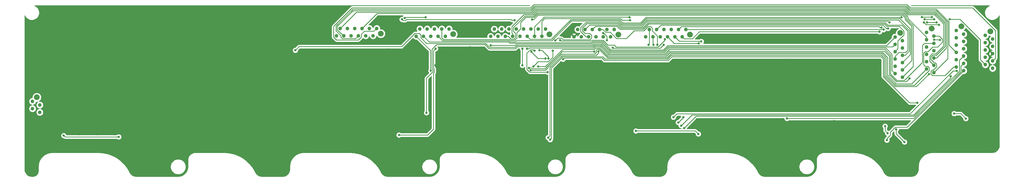
<source format=gbl>
G04 #@! TF.GenerationSoftware,KiCad,Pcbnew,5.1.5-52549c5~84~ubuntu18.04.1*
G04 #@! TF.CreationDate,2020-02-28T01:04:35-05:00*
G04 #@! TF.ProjectId,DA_Board_1,44415f42-6f61-4726-945f-312e6b696361,rev?*
G04 #@! TF.SameCoordinates,Original*
G04 #@! TF.FileFunction,Copper,L2,Bot*
G04 #@! TF.FilePolarity,Positive*
%FSLAX46Y46*%
G04 Gerber Fmt 4.6, Leading zero omitted, Abs format (unit mm)*
G04 Created by KiCad (PCBNEW 5.1.5-52549c5~84~ubuntu18.04.1) date 2020-02-28 01:04:35*
%MOMM*%
%LPD*%
G04 APERTURE LIST*
%ADD10C,2.000000*%
%ADD11C,1.300000*%
%ADD12C,0.800000*%
%ADD13C,0.254000*%
G04 APERTURE END LIST*
D10*
X246145400Y-110654600D03*
D11*
X230775400Y-111394600D03*
X232045400Y-108854600D03*
X233315400Y-111394600D03*
X234585400Y-108854600D03*
X235855400Y-111394600D03*
X238395400Y-111394600D03*
X240935400Y-111394600D03*
X243475400Y-111394600D03*
X237125400Y-108854600D03*
X244745400Y-108854600D03*
X242205400Y-108854600D03*
X239665400Y-108854600D03*
X353232900Y-114986000D03*
X353232900Y-112446000D03*
X353232900Y-109906000D03*
X353232900Y-117526000D03*
X355772900Y-111176000D03*
X355772900Y-113716000D03*
X355772900Y-116256000D03*
X355772900Y-118796000D03*
X353232900Y-120066000D03*
X355772900Y-121336000D03*
X353232900Y-122606000D03*
X355772900Y-123876000D03*
D10*
X355032900Y-108506000D03*
X222205400Y-110514600D03*
D11*
X201755400Y-111254600D03*
X203025400Y-108714600D03*
X204295400Y-111254600D03*
X205565400Y-108714600D03*
X206835400Y-111254600D03*
X208105400Y-108714600D03*
X209375400Y-111254600D03*
X210645400Y-108714600D03*
X211915400Y-111254600D03*
X214455400Y-111254600D03*
X216995400Y-111254600D03*
X219535400Y-111254600D03*
X213185400Y-108714600D03*
X220805400Y-108714600D03*
X218265400Y-108714600D03*
X215725400Y-108714600D03*
X42545000Y-136372600D03*
X42545000Y-133832600D03*
X45085000Y-135102600D03*
X45085000Y-137642600D03*
D10*
X44045000Y-132432600D03*
X344098200Y-110080800D03*
D11*
X344838200Y-125450800D03*
X342298200Y-124180800D03*
X344838200Y-122910800D03*
X342298200Y-121640800D03*
X344838200Y-120370800D03*
X344838200Y-117830800D03*
X344838200Y-115290800D03*
X344838200Y-112750800D03*
X342298200Y-119100800D03*
X342298200Y-111480800D03*
X342298200Y-114020800D03*
X342298200Y-116560800D03*
D10*
X271015400Y-110654600D03*
D11*
X255645400Y-111394600D03*
X256915400Y-108854600D03*
X258185400Y-111394600D03*
X259455400Y-108854600D03*
X260725400Y-111394600D03*
X263265400Y-111394600D03*
X265805400Y-111394600D03*
X268345400Y-111394600D03*
X261995400Y-108854600D03*
X269615400Y-108854600D03*
X267075400Y-108854600D03*
X264535400Y-108854600D03*
D10*
X163565400Y-110294600D03*
D11*
X148195400Y-111034600D03*
X149465400Y-108494600D03*
X150735400Y-111034600D03*
X152005400Y-108494600D03*
X153275400Y-111034600D03*
X155815400Y-111034600D03*
X158355400Y-111034600D03*
X160895400Y-111034600D03*
X154545400Y-108494600D03*
X162165400Y-108494600D03*
X159625400Y-108494600D03*
X157085400Y-108494600D03*
D10*
X375467200Y-109522000D03*
D11*
X376207200Y-122352000D03*
X373667200Y-121082000D03*
X376207200Y-119812000D03*
X376207200Y-117272000D03*
X376207200Y-114732000D03*
X376207200Y-112192000D03*
X373667200Y-118542000D03*
X373667200Y-110922000D03*
X373667200Y-113462000D03*
X373667200Y-116002000D03*
D10*
X365396100Y-107794800D03*
D11*
X366136100Y-123164800D03*
X363596100Y-121894800D03*
X366136100Y-120624800D03*
X363596100Y-119354800D03*
X366136100Y-118084800D03*
X366136100Y-115544800D03*
X366136100Y-113004800D03*
X366136100Y-110464800D03*
X363596100Y-116814800D03*
X363596100Y-109194800D03*
X363596100Y-111734800D03*
X363596100Y-114274800D03*
D10*
X188725400Y-110464600D03*
D11*
X175895400Y-111204600D03*
X177165400Y-108664600D03*
X178435400Y-111204600D03*
X180975400Y-111204600D03*
X183515400Y-111204600D03*
X186055400Y-111204600D03*
X179705400Y-108664600D03*
X187325400Y-108664600D03*
X184785400Y-108664600D03*
X182245400Y-108664600D03*
D12*
X336902500Y-109664500D03*
X353441000Y-106426000D03*
X356743000Y-106426000D03*
X338356500Y-108902500D03*
X337629500Y-108157910D03*
X352298000Y-106425998D03*
X357568492Y-107251508D03*
X339866366Y-108496021D03*
X210058000Y-105664000D03*
X170942000Y-105340043D03*
X215078708Y-122215093D03*
X237744000Y-116586000D03*
X221742000Y-146431000D03*
X239198011Y-116468188D03*
X266942626Y-141171874D03*
X268722172Y-139376211D03*
X256667000Y-114207990D03*
X258318000Y-114207990D03*
X274066000Y-113665000D03*
X274955000Y-113030000D03*
X262302231Y-112288268D03*
X225958400Y-112591958D03*
X216592011Y-121761082D03*
X223393000Y-116205000D03*
X345567000Y-147955000D03*
X342715574Y-143579574D03*
X259688432Y-114186511D03*
X180984081Y-123196104D03*
X217043000Y-116205000D03*
X221599023Y-123698000D03*
X252243058Y-144123942D03*
X273939000Y-145161000D03*
X339725000Y-144907000D03*
X338836000Y-142452575D03*
X261874000Y-114211011D03*
X244221000Y-115189000D03*
X366903000Y-139827000D03*
X362839000Y-138084000D03*
X350079421Y-134370705D03*
X226909237Y-119213237D03*
X221846885Y-118919522D03*
X218694000Y-116058977D03*
X220846933Y-118929433D03*
X215900000Y-116586000D03*
X250190000Y-105664000D03*
X352613027Y-105316824D03*
X355854000Y-105283000D03*
X361315000Y-105282996D03*
X250021567Y-104622533D03*
X351663000Y-104521000D03*
X355146892Y-104575892D03*
X355855879Y-112423245D03*
X357930911Y-112522000D03*
X344550989Y-104622543D03*
X347345000Y-125882479D03*
X214439500Y-115511302D03*
X212788500Y-121307072D03*
X212788500Y-115511302D03*
X169926000Y-145542000D03*
X182625996Y-115570000D03*
X179226967Y-104618033D03*
X171912333Y-104886032D03*
X216223567Y-105359065D03*
X72517000Y-146177000D03*
X53409574Y-145726426D03*
X201803001Y-114338011D03*
X331724012Y-145542000D03*
X325628000Y-145542000D03*
X319532000Y-145542000D03*
X244348000Y-145542000D03*
X238252000Y-145542000D03*
X232664000Y-145542000D03*
X156718000Y-145796000D03*
X150622000Y-145796000D03*
X144780000Y-145796000D03*
X71120000Y-145288000D03*
X65024000Y-145288000D03*
X58928000Y-145306989D03*
X170688000Y-112776000D03*
X172720000Y-114808000D03*
X166116000Y-113792000D03*
X166116000Y-115824000D03*
X194564000Y-111252000D03*
X194564000Y-115062000D03*
X321056000Y-140716000D03*
X321056000Y-137160000D03*
X283464000Y-140208000D03*
X283464000Y-137160000D03*
X182591010Y-121307072D03*
X179739990Y-121307072D03*
X211074000Y-116967000D03*
X305943000Y-119380000D03*
X305943000Y-113411000D03*
X242205397Y-112598713D03*
X240919000Y-110109000D03*
X215715792Y-122988975D03*
X222449108Y-147138108D03*
X354068899Y-124326303D03*
X267970000Y-142303500D03*
X361632500Y-125158500D03*
X269049502Y-143129000D03*
X339471000Y-147320000D03*
X218328725Y-121761082D03*
X265289864Y-139332136D03*
X363739406Y-123249227D03*
X304736500Y-139763500D03*
X179468301Y-137795000D03*
X133893000Y-116078000D03*
X340360000Y-106426000D03*
X224247891Y-112695257D03*
D13*
X268995399Y-112044599D02*
X268345400Y-111394600D01*
X336902500Y-109664500D02*
X274256500Y-109664500D01*
X271876401Y-112044599D02*
X268995399Y-112044599D01*
X274256500Y-109664500D02*
X271876401Y-112044599D01*
X353441000Y-106426000D02*
X356743000Y-106426000D01*
X338356500Y-108902500D02*
X337166339Y-108902500D01*
X337118439Y-108854600D02*
X269319100Y-108854600D01*
X337166339Y-108902500D02*
X337118439Y-108854600D01*
X337063815Y-108157910D02*
X337629500Y-108157910D01*
X336783504Y-107877599D02*
X337063815Y-108157910D01*
X267075400Y-108854600D02*
X268052401Y-107877599D01*
X268052401Y-107877599D02*
X336783504Y-107877599D01*
X357494281Y-107177297D02*
X357568492Y-107251508D01*
X352298000Y-106425998D02*
X353049299Y-107177297D01*
X353049299Y-107177297D02*
X357494281Y-107177297D01*
X260931499Y-107378501D02*
X338183161Y-107378501D01*
X338183161Y-107378501D02*
X339300681Y-108496021D01*
X339300681Y-108496021D02*
X339866366Y-108496021D01*
X259455400Y-108854600D02*
X260931499Y-107378501D01*
X342948199Y-115910801D02*
X342298200Y-116560800D01*
X254877942Y-108804033D02*
X256757485Y-106924490D01*
X345425200Y-110717762D02*
X343275201Y-112867761D01*
X246782857Y-108804033D02*
X254877942Y-108804033D01*
X343275201Y-112867761D02*
X343275201Y-115583799D01*
X338648870Y-106924490D02*
X339493391Y-107769011D01*
X245731889Y-107753066D02*
X246782857Y-108804033D01*
X345425200Y-109443839D02*
X345425200Y-110717762D01*
X339493391Y-107769011D02*
X343750372Y-107769011D01*
X256757485Y-106924490D02*
X338648870Y-106924490D01*
X238226934Y-107753066D02*
X245731889Y-107753066D01*
X237125400Y-108854600D02*
X238226934Y-107753066D01*
X343750372Y-107769011D02*
X345425200Y-109443839D01*
X343275201Y-115583799D02*
X342948199Y-115910801D01*
X254689876Y-108350024D02*
X246970913Y-108350023D01*
X346763989Y-109400989D02*
X344678000Y-107315000D01*
X343639762Y-116840000D02*
X345948000Y-116840000D01*
X339681448Y-107315000D02*
X338836927Y-106470479D01*
X342298200Y-118181562D02*
X343639762Y-116840000D01*
X345948000Y-116840000D02*
X346763989Y-116024011D01*
X344678000Y-107315000D02*
X339681448Y-107315000D01*
X342298200Y-119100800D02*
X342298200Y-118181562D01*
X338836927Y-106470479D02*
X256569421Y-106470479D01*
X346763989Y-116024011D02*
X346763989Y-109400989D01*
X236140945Y-107299055D02*
X235235399Y-108204601D01*
X245919945Y-107299055D02*
X236140945Y-107299055D01*
X246970913Y-108350023D02*
X245919945Y-107299055D01*
X235235399Y-108204601D02*
X234585400Y-108854600D01*
X256569421Y-106470479D02*
X254689876Y-108350024D01*
X247347028Y-107442002D02*
X254254001Y-107442002D01*
X235855400Y-111394600D02*
X234936162Y-111394600D01*
X347218000Y-116370238D02*
X345757438Y-117830800D01*
X233045000Y-109503438D02*
X233045000Y-108204000D01*
X234936162Y-111394600D02*
X233045000Y-109503438D01*
X343542070Y-105537002D02*
X347218000Y-109212932D01*
X233045000Y-108204000D02*
X234857967Y-106391033D01*
X345757438Y-117830800D02*
X344838200Y-117830800D01*
X347218000Y-109212932D02*
X347218000Y-116370238D01*
X234857967Y-106391033D02*
X246296059Y-106391033D01*
X256159001Y-105537002D02*
X343542070Y-105537002D01*
X254254001Y-107442002D02*
X256159001Y-105537002D01*
X246296059Y-106391033D02*
X247347028Y-107442002D01*
X339371022Y-114407978D02*
X341648201Y-112130799D01*
X243561365Y-115950995D02*
X261810503Y-115950995D01*
X210408533Y-113593631D02*
X210579905Y-113422259D01*
X208342265Y-113593631D02*
X210408533Y-113593631D01*
X180441790Y-113210990D02*
X207959624Y-113210990D01*
X240618307Y-113007937D02*
X243561365Y-115950995D01*
X237282697Y-113007936D02*
X240618307Y-113007937D01*
X210579905Y-113422259D02*
X236868372Y-113422259D01*
X236868372Y-113422259D02*
X237282697Y-113007936D01*
X178435400Y-111204600D02*
X180441790Y-113210990D01*
X261810503Y-115950995D02*
X263353522Y-114407978D01*
X341648201Y-112130799D02*
X342298200Y-111480800D01*
X207959624Y-113210990D02*
X208342265Y-113593631D01*
X263353522Y-114407978D02*
X339371022Y-114407978D01*
X210584098Y-112776000D02*
X210220475Y-113139623D01*
X347672011Y-108785011D02*
X343969991Y-105082991D01*
X344838200Y-120370800D02*
X347672011Y-117536989D01*
X343969991Y-105082991D02*
X255970944Y-105082991D01*
X255970944Y-105082991D02*
X254065944Y-106987991D01*
X254065944Y-106987991D02*
X247535085Y-106987991D01*
X246484116Y-105937022D02*
X229850978Y-105937022D01*
X223011998Y-112776000D02*
X210584098Y-112776000D01*
X210220475Y-113139623D02*
X208530325Y-113139623D01*
X208530325Y-113139623D02*
X208147682Y-112756980D01*
X185067779Y-112756979D02*
X184165399Y-111854599D01*
X184165399Y-111854599D02*
X183515400Y-111204600D01*
X208147682Y-112756980D02*
X185067779Y-112756979D01*
X247535085Y-106987991D02*
X246484116Y-105937022D01*
X229850978Y-105937022D02*
X223011998Y-112776000D01*
X347672011Y-117536989D02*
X347672011Y-108785011D01*
X172134287Y-105740042D02*
X171341999Y-105740042D01*
X171341999Y-105740042D02*
X170942000Y-105340043D01*
X208915000Y-105410000D02*
X172464329Y-105410000D01*
X209169000Y-105664000D02*
X208915000Y-105410000D01*
X210058000Y-105664000D02*
X209169000Y-105664000D01*
X172464329Y-105410000D02*
X172134287Y-105740042D01*
X346275011Y-105210941D02*
X346275010Y-104526980D01*
X208718382Y-112685612D02*
X208335738Y-112302968D01*
X344838200Y-125450800D02*
X348580033Y-121708967D01*
X210820000Y-111898029D02*
X210032417Y-112685612D01*
X184785400Y-111760400D02*
X184785400Y-109583838D01*
X348580032Y-107515962D02*
X346275011Y-105210941D01*
X208335738Y-112302968D02*
X185327968Y-112302968D01*
X212208399Y-108597563D02*
X210820000Y-109985962D01*
X185327968Y-112302968D02*
X184785400Y-111760400D01*
X184785400Y-109583838D02*
X184785400Y-108664600D01*
X214010945Y-104632055D02*
X212208399Y-106434601D01*
X212208399Y-106434601D02*
X212208399Y-108597563D01*
X216874194Y-104632055D02*
X214010945Y-104632055D01*
X345189552Y-103441522D02*
X218064726Y-103441523D01*
X210032417Y-112685612D02*
X208718382Y-112685612D01*
X348580033Y-121708967D02*
X348580032Y-107515962D01*
X346275010Y-104526980D02*
X345189552Y-103441522D01*
X218064726Y-103441523D02*
X216874194Y-104632055D01*
X210820000Y-109985962D02*
X210820000Y-111898029D01*
X215078708Y-122215093D02*
X215970058Y-122215093D01*
X216243049Y-122488084D02*
X220680052Y-122488084D01*
X237178315Y-116586000D02*
X237744000Y-116586000D01*
X220680052Y-122488084D02*
X226582136Y-116586000D01*
X226582136Y-116586000D02*
X237178315Y-116586000D01*
X215970058Y-122215093D02*
X216243049Y-122488084D01*
X356420876Y-102816012D02*
X360137033Y-106532169D01*
X217312499Y-101625478D02*
X345941780Y-101625478D01*
X356692138Y-118796000D02*
X355772900Y-118796000D01*
X360137033Y-115351105D02*
X356692138Y-118796000D01*
X360137033Y-106532169D02*
X360137033Y-115351105D01*
X345941780Y-101625478D02*
X347132313Y-102816011D01*
X216121966Y-102816011D02*
X217312499Y-101625478D01*
X155143989Y-102816011D02*
X216121966Y-102816011D01*
X149465400Y-108494600D02*
X155143989Y-102816011D01*
X347132313Y-102816011D02*
X356420876Y-102816012D01*
X226558260Y-117894012D02*
X238337872Y-117894012D01*
X222377000Y-145796000D02*
X222377000Y-122075272D01*
X239198011Y-117033873D02*
X239198011Y-116468188D01*
X238337872Y-117894012D02*
X239198011Y-117033873D01*
X222377000Y-122075272D02*
X226558260Y-117894012D01*
X221742000Y-146431000D02*
X222377000Y-145796000D01*
X346129835Y-101171467D02*
X217124442Y-101171467D01*
X215933909Y-102362000D02*
X153924000Y-102362000D01*
X356608932Y-102362000D02*
X347320370Y-102362000D01*
X153924000Y-102362000D02*
X148488400Y-107797600D01*
X149909441Y-110384601D02*
X150085401Y-110384601D01*
X347320370Y-102362000D02*
X346129835Y-101171467D01*
X355772900Y-123876000D02*
X360591042Y-119057858D01*
X217124442Y-101171467D02*
X215933909Y-102362000D01*
X360591044Y-106344112D02*
X356608932Y-102362000D01*
X148488400Y-108963560D02*
X149909441Y-110384601D01*
X360591042Y-119057858D02*
X360591044Y-106344112D01*
X150085401Y-110384601D02*
X150735400Y-111034600D01*
X148488400Y-107797600D02*
X148488400Y-108963560D01*
X268722172Y-139392328D02*
X268722172Y-139376211D01*
X266942626Y-141171874D02*
X268722172Y-139392328D01*
X256915400Y-113959590D02*
X256667000Y-114207990D01*
X256915400Y-108854600D02*
X256915400Y-113959590D01*
X362946101Y-116164801D02*
X363596100Y-116814800D01*
X361061000Y-114279700D02*
X362946101Y-116164801D01*
X356689011Y-101800011D02*
X361061000Y-106172000D01*
X148034389Y-107609543D02*
X153843921Y-101800011D01*
X148034389Y-109299389D02*
X148034389Y-107609543D01*
X149758399Y-111023399D02*
X148034389Y-109299389D01*
X149758399Y-111503561D02*
X149758399Y-111023399D01*
X150266438Y-112011600D02*
X149758399Y-111503561D01*
X361061000Y-106172000D02*
X361061000Y-114279700D01*
X215853831Y-101800010D02*
X216936385Y-100717456D01*
X216936385Y-100717456D02*
X346317892Y-100717456D01*
X155815400Y-111034600D02*
X154838400Y-112011600D01*
X346317892Y-100717456D02*
X347400447Y-101800011D01*
X154838400Y-112011600D02*
X150266438Y-112011600D01*
X347400447Y-101800011D02*
X356689011Y-101800011D01*
X153843921Y-101800011D02*
X215853831Y-101800010D01*
X258185400Y-111394600D02*
X258185400Y-114075390D01*
X258185400Y-114075390D02*
X258318000Y-114207990D01*
X217500556Y-102079489D02*
X345753723Y-102079489D01*
X346944256Y-103270022D02*
X356232818Y-103270022D01*
X157085400Y-108494600D02*
X162309978Y-103270022D01*
X162309978Y-103270022D02*
X216310024Y-103270021D01*
X356232818Y-103270022D02*
X359683022Y-106720226D01*
X354795900Y-119264962D02*
X355889937Y-120358999D01*
X355889937Y-120358999D02*
X356241861Y-120358999D01*
X354795900Y-118327039D02*
X354795900Y-119264962D01*
X359683022Y-114788978D02*
X356653001Y-117818999D01*
X355655863Y-122898999D02*
X355303939Y-122898999D01*
X355303940Y-117818999D02*
X354795900Y-118327039D01*
X356241861Y-120358999D02*
X356749901Y-120867039D01*
X345753723Y-102079489D02*
X346944256Y-103270022D01*
X359683022Y-106720226D02*
X359683022Y-114788978D01*
X356749901Y-121804961D02*
X355655863Y-122898999D01*
X356749901Y-120867039D02*
X356749901Y-121804961D01*
X216310024Y-103270021D02*
X217500556Y-102079489D01*
X354795899Y-124344961D02*
X355303939Y-124853001D01*
X359718661Y-124853001D02*
X362676862Y-121894800D01*
X362676862Y-121894800D02*
X363596100Y-121894800D01*
X356653001Y-117818999D02*
X355303940Y-117818999D01*
X354795899Y-123407039D02*
X354795899Y-124344961D01*
X355303939Y-124853001D02*
X359718661Y-124853001D01*
X355303939Y-122898999D02*
X354795899Y-123407039D01*
X265535800Y-113665000D02*
X274066000Y-113665000D01*
X263265400Y-111394600D02*
X265535800Y-113665000D01*
X377184201Y-109275039D02*
X377184201Y-118834999D01*
X148180449Y-112465611D02*
X147218399Y-111503561D01*
X161188399Y-109471601D02*
X157886439Y-109471601D01*
X153655864Y-101346000D02*
X215665773Y-101346000D01*
X157886439Y-109471601D02*
X156792401Y-110565639D01*
X156792401Y-111503561D02*
X155830351Y-112465611D01*
X377184201Y-118834999D02*
X376857199Y-119162001D01*
X376857199Y-119162001D02*
X376207200Y-119812000D01*
X147218399Y-111503561D02*
X147218399Y-107783465D01*
X215665773Y-101346000D02*
X216748328Y-100263445D01*
X347588504Y-101346000D02*
X369255162Y-101346000D01*
X216748328Y-100263445D02*
X346505949Y-100263445D01*
X155830351Y-112465611D02*
X148180449Y-112465611D01*
X346505949Y-100263445D02*
X347588504Y-101346000D01*
X369255162Y-101346000D02*
X377184201Y-109275039D01*
X156792401Y-110565639D02*
X156792401Y-111503561D01*
X147218399Y-107783465D02*
X153655864Y-101346000D01*
X162165400Y-108494600D02*
X161188399Y-109471601D01*
X265805400Y-111394600D02*
X267348798Y-112937998D01*
X274862998Y-112937998D02*
X274955000Y-113030000D01*
X267348798Y-112937998D02*
X274862998Y-112937998D01*
X262302231Y-112600861D02*
X262302231Y-112288268D01*
X259968092Y-114935000D02*
X262302231Y-112600861D01*
X242552436Y-114300000D02*
X244729000Y-114300000D01*
X237094640Y-112553925D02*
X240806361Y-112553925D01*
X245364000Y-114935000D02*
X259968092Y-114935000D01*
X225958400Y-112591958D02*
X226231401Y-112864959D01*
X244729000Y-114300000D02*
X245364000Y-114935000D01*
X236783605Y-112864959D02*
X237094640Y-112553925D01*
X226231401Y-112864959D02*
X236783605Y-112864959D01*
X240806361Y-112553925D02*
X242552436Y-114300000D01*
X216592011Y-121761082D02*
X218274593Y-120078500D01*
X223393000Y-118491000D02*
X223393000Y-116770685D01*
X223393000Y-116770685D02*
X223393000Y-116205000D01*
X218274593Y-120078500D02*
X221805500Y-120078500D01*
X221805500Y-120078500D02*
X223393000Y-118491000D01*
X342715574Y-145103574D02*
X342715574Y-143579574D01*
X345567000Y-147955000D02*
X342715574Y-145103574D01*
X257384362Y-107877600D02*
X257892401Y-108385639D01*
X255065999Y-109258043D02*
X256446442Y-107877600D01*
X251674805Y-109258043D02*
X255065999Y-109258043D01*
X245508363Y-111981601D02*
X248951247Y-111981601D01*
X256446442Y-107877600D02*
X257384362Y-107877600D01*
X257892401Y-108385639D02*
X257892401Y-109323561D01*
X259688432Y-111119592D02*
X259688432Y-113620826D01*
X243358363Y-109831601D02*
X245508363Y-111981601D01*
X240740562Y-108854600D02*
X241717563Y-109831601D01*
X248951247Y-111981601D02*
X251674805Y-109258043D01*
X259688432Y-113620826D02*
X259688432Y-114186511D01*
X257892401Y-109323561D02*
X259688432Y-111119592D01*
X241717563Y-109831601D02*
X243358363Y-109831601D01*
X239665400Y-108854600D02*
X240740562Y-108854600D01*
X180857081Y-123069104D02*
X180984081Y-123196104D01*
X175895400Y-111204600D02*
X180857081Y-116166281D01*
X180857081Y-116166281D02*
X180857081Y-123069104D01*
X221581047Y-123715976D02*
X221599023Y-123698000D01*
X215366831Y-123715976D02*
X221581047Y-123715976D01*
X216696999Y-115858999D02*
X215551039Y-115858999D01*
X217043000Y-116205000D02*
X216696999Y-115858999D01*
X215551039Y-115858999D02*
X214351707Y-117058331D01*
X214351707Y-117058331D02*
X214351707Y-122700852D01*
X214351707Y-122700852D02*
X215366831Y-123715976D01*
X252243058Y-144123942D02*
X272901942Y-144123942D01*
X272901942Y-144123942D02*
X273939000Y-145161000D01*
X339725000Y-144907000D02*
X338836000Y-144018000D01*
X338836000Y-144018000D02*
X338836000Y-142452575D01*
X261874000Y-114211011D02*
X260696002Y-115389009D01*
X244421009Y-115389009D02*
X244221000Y-115189000D01*
X260696002Y-115389009D02*
X244421009Y-115389009D01*
X366903000Y-139827000D02*
X365160000Y-138084000D01*
X365160000Y-138084000D02*
X362839000Y-138084000D01*
X264757273Y-118310010D02*
X263433283Y-119634000D01*
X347342638Y-134370705D02*
X338191490Y-125219557D01*
X350079421Y-134370705D02*
X347342638Y-134370705D01*
X263433283Y-119634000D02*
X241342298Y-119634000D01*
X338191490Y-125219557D02*
X338191490Y-119060056D01*
X338191490Y-119060056D02*
X337441444Y-118310010D01*
X337441444Y-118310010D02*
X264757273Y-118310010D01*
X241300000Y-119634000D02*
X240468033Y-118802033D01*
X241342298Y-119634000D02*
X241300000Y-119634000D01*
X240468033Y-118802033D02*
X227320441Y-118802033D01*
X227320441Y-118802033D02*
X226909237Y-119213237D01*
X219552025Y-116058977D02*
X218694000Y-116058977D01*
X221846885Y-118919522D02*
X221846885Y-118353837D01*
X221846885Y-118353837D02*
X219552025Y-116058977D01*
X220846933Y-118929433D02*
X218243433Y-118929433D01*
X218243433Y-118929433D02*
X216299999Y-116985999D01*
X216299999Y-116985999D02*
X215900000Y-116586000D01*
X247523000Y-105664000D02*
X250190000Y-105664000D01*
X220505038Y-105029000D02*
X246888000Y-105029000D01*
X219535400Y-111254600D02*
X219535400Y-105998638D01*
X246888000Y-105029000D02*
X247523000Y-105664000D01*
X219535400Y-105998638D02*
X220505038Y-105029000D01*
X355820176Y-105316824D02*
X355854000Y-105283000D01*
X352613027Y-105316824D02*
X355820176Y-105316824D01*
X364848258Y-105282996D02*
X361880685Y-105282996D01*
X371983000Y-119397800D02*
X371983000Y-112417738D01*
X361880685Y-105282996D02*
X361315000Y-105282996D01*
X373667200Y-121082000D02*
X371983000Y-119397800D01*
X371983000Y-112417738D02*
X364848258Y-105282996D01*
X249974024Y-104574990D02*
X250021567Y-104622533D01*
X220316981Y-104574990D02*
X249974024Y-104574990D01*
X216995400Y-111254600D02*
X216995400Y-107896571D01*
X216995400Y-107896571D02*
X220316981Y-104574990D01*
X351663000Y-104521000D02*
X355092000Y-104521000D01*
X355092000Y-104521000D02*
X355146892Y-104575892D01*
X355855879Y-112423245D02*
X357832156Y-112423245D01*
X357832156Y-112423245D02*
X357930911Y-112522000D01*
X215432401Y-112231601D02*
X222914331Y-112231601D01*
X343985304Y-104622543D02*
X344550989Y-104622543D01*
X246672173Y-105483011D02*
X247723142Y-106533980D01*
X255789324Y-104622543D02*
X343985304Y-104622543D01*
X214455400Y-111254600D02*
X215432401Y-112231601D01*
X247723142Y-106533980D02*
X253877887Y-106533980D01*
X229662921Y-105483011D02*
X246672173Y-105483011D01*
X222914331Y-112231601D02*
X229662921Y-105483011D01*
X253877887Y-106533980D02*
X255789324Y-104622543D01*
X346227479Y-127000000D02*
X342772999Y-127000001D01*
X338762990Y-116449490D02*
X263922578Y-116449490D01*
X263922578Y-116449490D02*
X262605029Y-117767039D01*
X262605029Y-117767039D02*
X242809137Y-117767039D01*
X237526925Y-115331977D02*
X215184510Y-115331977D01*
X340286989Y-117973489D02*
X338762990Y-116449490D01*
X215184510Y-115331977D02*
X215005185Y-115511302D01*
X342772999Y-127000001D02*
X340286989Y-124513991D01*
X215005185Y-115511302D02*
X214439500Y-115511302D01*
X340286989Y-124513991D02*
X340286989Y-117973489D01*
X347345000Y-125882479D02*
X346227479Y-127000000D01*
X238034925Y-114823979D02*
X237526925Y-115331977D01*
X242809137Y-117767039D02*
X239866076Y-114823978D01*
X239866076Y-114823978D02*
X238034925Y-114823979D01*
X212788500Y-121307072D02*
X212788500Y-115511302D01*
X354341889Y-118138982D02*
X355132871Y-117348000D01*
X209169000Y-107823000D02*
X209169000Y-110128962D01*
X216498080Y-103724033D02*
X213267967Y-103724033D01*
X355772900Y-121336000D02*
X354341889Y-119904989D01*
X359229011Y-106908283D02*
X356044761Y-103724033D01*
X359229011Y-114600921D02*
X359229011Y-106908283D01*
X209375400Y-110335362D02*
X209375400Y-111254600D01*
X356481932Y-117348000D02*
X359229011Y-114600921D01*
X354341889Y-119904989D02*
X354341889Y-118138982D01*
X209169000Y-110128962D02*
X209375400Y-110335362D01*
X355132871Y-117348000D02*
X356481932Y-117348000D01*
X213267967Y-103724033D02*
X209169000Y-107823000D01*
X217688613Y-102533500D02*
X216498080Y-103724033D01*
X345565666Y-102533500D02*
X217688613Y-102533500D01*
X346756199Y-103724033D02*
X345565666Y-102533500D01*
X356044761Y-103724033D02*
X346756199Y-103724033D01*
X182165092Y-122659085D02*
X181864001Y-122357994D01*
X181864001Y-116331995D02*
X182225997Y-115969999D01*
X179832000Y-145542000D02*
X181864000Y-143510000D01*
X181864000Y-124034215D02*
X182165093Y-123733122D01*
X181864001Y-122357994D02*
X181864001Y-116331995D01*
X182165093Y-123733122D02*
X182165092Y-122659085D01*
X181864000Y-143510000D02*
X181864000Y-124034215D01*
X182225997Y-115969999D02*
X182625996Y-115570000D01*
X169926000Y-145542000D02*
X179832000Y-145542000D01*
X346729020Y-105022882D02*
X353232900Y-111526762D01*
X345377610Y-102987512D02*
X346729020Y-104338922D01*
X206835400Y-111254600D02*
X207929438Y-111254600D01*
X207929438Y-111254600D02*
X208906439Y-112231601D01*
X213710022Y-104178044D02*
X216686137Y-104178044D01*
X353232900Y-111526762D02*
X353232900Y-112446000D01*
X216686137Y-104178044D02*
X217876670Y-102987511D01*
X208906439Y-112231601D02*
X209844360Y-112231601D01*
X209668399Y-108219667D02*
X213710022Y-104178044D01*
X209844360Y-112231601D02*
X210352401Y-111723560D01*
X210352401Y-110149401D02*
X209668399Y-109465399D01*
X217876670Y-102987511D02*
X345377610Y-102987512D01*
X209668399Y-109465399D02*
X209668399Y-108219667D01*
X210352401Y-111723560D02*
X210352401Y-110149401D01*
X346729020Y-104338922D02*
X346729020Y-105022882D01*
X179226967Y-104618033D02*
X172180332Y-104618033D01*
X172180332Y-104618033D02*
X171912333Y-104886032D01*
X345821000Y-104715038D02*
X345001495Y-103895533D01*
X348126022Y-107704020D02*
X345821000Y-105398998D01*
X344838200Y-122910800D02*
X348126022Y-119622978D01*
X345821000Y-105398998D02*
X345821000Y-104715038D01*
X218252784Y-103895533D02*
X216789252Y-105359065D01*
X216789252Y-105359065D02*
X216223567Y-105359065D01*
X345001495Y-103895533D02*
X218252784Y-103895533D01*
X348126022Y-119622978D02*
X348126022Y-107704020D01*
X53860148Y-146177000D02*
X53409574Y-145726426D01*
X72517000Y-146177000D02*
X53860148Y-146177000D01*
X263541579Y-114861989D02*
X341457011Y-114861989D01*
X210306221Y-114338011D02*
X210767962Y-113876270D01*
X240430249Y-113461947D02*
X243373308Y-116405006D01*
X243373308Y-116405006D02*
X261998560Y-116405006D01*
X341457011Y-114861989D02*
X341648201Y-114670799D01*
X237470754Y-113461947D02*
X240430249Y-113461947D01*
X201803001Y-114338011D02*
X210306221Y-114338011D01*
X210767962Y-113876270D02*
X237056429Y-113876270D01*
X237056429Y-113876270D02*
X237470754Y-113461947D01*
X261998560Y-116405006D02*
X263541579Y-114861989D01*
X341648201Y-114670799D02*
X342298200Y-114020800D01*
X241046000Y-110109000D02*
X240919000Y-110109000D01*
X242205397Y-112598713D02*
X242205397Y-111268397D01*
X242205397Y-111268397D02*
X241046000Y-110109000D01*
X354209901Y-122137039D02*
X354209901Y-123074961D01*
X352763939Y-116548999D02*
X352255899Y-117057039D01*
X220821229Y-122988975D02*
X216281477Y-122988975D01*
X238471001Y-116934961D02*
X237965961Y-117440001D01*
X355772900Y-111176000D02*
X357683000Y-111176000D01*
X337822444Y-117357512D02*
X264404488Y-117357512D01*
X263086939Y-118675061D02*
X242433023Y-118675061D01*
X242433023Y-118675061D02*
X239489961Y-115731999D01*
X239489961Y-115731999D02*
X238750551Y-115731999D01*
X238750551Y-115731999D02*
X238471001Y-116011549D01*
X339143989Y-118679057D02*
X337822444Y-117357512D01*
X264404488Y-117357512D02*
X263086939Y-118675061D01*
X238471001Y-116011549D02*
X238471001Y-116934961D01*
X216281477Y-122988975D02*
X215715792Y-122988975D01*
X339143989Y-124838557D02*
X339143989Y-118679057D01*
X342521442Y-128216010D02*
X339143989Y-124838557D01*
X355346000Y-114935000D02*
X353732001Y-116548999D01*
X354209901Y-123074961D02*
X349068851Y-128216011D01*
X353701861Y-121628999D02*
X354209901Y-122137039D01*
X352763939Y-121628999D02*
X353701861Y-121628999D01*
X352255899Y-121120959D02*
X352763939Y-121628999D01*
X226370203Y-117440001D02*
X220821229Y-122988975D01*
X353732001Y-116548999D02*
X352763939Y-116548999D01*
X349068851Y-128216011D02*
X342521442Y-128216010D01*
X357683000Y-111176000D02*
X358775000Y-112268000D01*
X357124000Y-114935000D02*
X355346000Y-114935000D01*
X358775000Y-113284000D02*
X357124000Y-114935000D01*
X237965961Y-117440001D02*
X226370203Y-117440001D01*
X358775000Y-112268000D02*
X358775000Y-113284000D01*
X352255899Y-117057039D02*
X352255899Y-121120959D01*
X338645500Y-125031500D02*
X338645500Y-118872000D01*
X354068899Y-124326303D02*
X349680702Y-128714500D01*
X263274996Y-119129072D02*
X241479433Y-119129071D01*
X240698385Y-118348023D02*
X226746317Y-118348023D01*
X226746317Y-118348023D02*
X222849107Y-122245233D01*
X337629500Y-117856000D02*
X264548068Y-117856000D01*
X222849107Y-122245233D02*
X222849107Y-146738109D01*
X222849107Y-146738109D02*
X222449108Y-147138108D01*
X241479433Y-119129071D02*
X240698385Y-118348023D01*
X349680702Y-128714500D02*
X342328500Y-128714500D01*
X342328500Y-128714500D02*
X338645500Y-125031500D01*
X338645500Y-118872000D02*
X337629500Y-117856000D01*
X264548068Y-117856000D02*
X263274996Y-119129072D01*
X267970000Y-142303500D02*
X271691011Y-138582489D01*
X271691011Y-138582489D02*
X348774196Y-138582489D01*
X348774196Y-138582489D02*
X361632500Y-125724185D01*
X361632500Y-125724185D02*
X361632500Y-125158500D01*
X366136100Y-118084800D02*
X364705089Y-119515811D01*
X273142003Y-139036499D02*
X269449501Y-142729001D01*
X364705089Y-119515811D02*
X364705089Y-123311679D01*
X364705089Y-123311679D02*
X348980269Y-139036499D01*
X269449501Y-142729001D02*
X269049502Y-143129000D01*
X348980269Y-139036499D02*
X273142003Y-139036499D01*
X339471000Y-146754315D02*
X339471000Y-147320000D01*
X346517901Y-142782999D02*
X342426316Y-142782999D01*
X340614000Y-145611315D02*
X339471000Y-146754315D01*
X366136100Y-123164800D02*
X346517901Y-142782999D01*
X342426316Y-142782999D02*
X340614000Y-144595315D01*
X340614000Y-144595315D02*
X340614000Y-145611315D01*
X262793086Y-118221050D02*
X242621080Y-118221050D01*
X239678018Y-115277988D02*
X238222981Y-115277989D01*
X348076900Y-127762000D02*
X342709500Y-127762000D01*
X226740080Y-115785988D02*
X220764986Y-121761082D01*
X339597999Y-118490999D02*
X338010501Y-116903501D01*
X237714982Y-115785988D02*
X226740080Y-115785988D01*
X220764986Y-121761082D02*
X218894410Y-121761082D01*
X218894410Y-121761082D02*
X218328725Y-121761082D01*
X353232900Y-122606000D02*
X348076900Y-127762000D01*
X342709500Y-127762000D02*
X339598000Y-124650500D01*
X339598000Y-124650500D02*
X339597999Y-118490999D01*
X242621080Y-118221050D02*
X239678018Y-115277988D01*
X238222981Y-115277989D02*
X237714982Y-115785988D01*
X338010501Y-116903501D02*
X264110635Y-116903501D01*
X264110635Y-116903501D02*
X262793086Y-118221050D01*
X362465811Y-123249227D02*
X363739406Y-123249227D01*
X266493521Y-138128479D02*
X347583021Y-138128479D01*
X347583021Y-138128479D02*
X348869000Y-136842500D01*
X348869000Y-136842500D02*
X348872538Y-136842500D01*
X265289864Y-139332136D02*
X266493521Y-138128479D01*
X348872538Y-136842500D02*
X362465811Y-123249227D01*
X305302185Y-139763500D02*
X304736500Y-139763500D01*
X365159099Y-123499735D02*
X348895334Y-139763500D01*
X366136100Y-120624800D02*
X365159099Y-121601801D01*
X348895334Y-139763500D02*
X305302185Y-139763500D01*
X365159099Y-121601801D02*
X365159099Y-123499735D01*
X340741000Y-124325934D02*
X340741000Y-117728999D01*
X181711082Y-123545065D02*
X179468301Y-125787846D01*
X181711082Y-122847143D02*
X181711082Y-123545065D01*
X355772900Y-113716000D02*
X352470940Y-113716000D01*
X201265982Y-115519022D02*
X199865971Y-114119011D01*
X181409990Y-115710044D02*
X181409990Y-122546051D01*
X340741000Y-117728999D02*
X338836001Y-115824000D01*
X345576510Y-126545990D02*
X342961056Y-126545990D01*
X262416972Y-117313028D02*
X242997193Y-117313027D01*
X351801889Y-120320611D02*
X345576510Y-126545990D01*
X352470940Y-113716000D02*
X351801889Y-114385051D01*
X338836001Y-115824000D02*
X263906000Y-115824000D01*
X242997193Y-117313027D02*
X240054135Y-114369969D01*
X240054135Y-114369969D02*
X237846868Y-114369969D01*
X237432543Y-114784292D02*
X211144076Y-114784292D01*
X211144076Y-114784292D02*
X210409345Y-115519023D01*
X210409345Y-115519023D02*
X201265982Y-115519022D01*
X199865971Y-114119011D02*
X183001023Y-114119011D01*
X183001023Y-114119011D02*
X181409990Y-115710044D01*
X237846868Y-114369969D02*
X237432543Y-114784292D01*
X263906000Y-115824000D02*
X262416972Y-117313028D01*
X179468301Y-137229315D02*
X179468301Y-137795000D01*
X179468301Y-125787846D02*
X179468301Y-137229315D01*
X181409990Y-122546051D02*
X181711082Y-122847143D01*
X342961056Y-126545990D02*
X340741000Y-124325934D01*
X351801889Y-114385051D02*
X351801889Y-120320611D01*
X341249000Y-123131600D02*
X341249000Y-117475000D01*
X237658811Y-113915958D02*
X237244486Y-114330281D01*
X179449838Y-113665000D02*
X177458399Y-111673561D01*
X170846038Y-114808000D02*
X135163000Y-114808000D01*
X134292999Y-115678001D02*
X133893000Y-116078000D01*
X243185251Y-116859017D02*
X240242192Y-113915958D01*
X201454040Y-115065012D02*
X200054028Y-113665000D01*
X263729636Y-115316000D02*
X262186617Y-116859017D01*
X210221288Y-115065012D02*
X201454040Y-115065012D01*
X177458399Y-110735639D02*
X176950359Y-110227599D01*
X135163000Y-114808000D02*
X134292999Y-115678001D01*
X175426439Y-110227599D02*
X170846038Y-114808000D01*
X176950359Y-110227599D02*
X175426439Y-110227599D01*
X177458399Y-111673561D02*
X177458399Y-110735639D01*
X210956019Y-114330281D02*
X210221288Y-115065012D01*
X237244486Y-114330281D02*
X210956019Y-114330281D01*
X240242192Y-113915958D02*
X237658811Y-113915958D01*
X262186617Y-116859017D02*
X243185251Y-116859017D01*
X339090000Y-115316000D02*
X263729636Y-115316000D01*
X341249000Y-117475000D02*
X339090000Y-115316000D01*
X200054028Y-113665000D02*
X179449838Y-113665000D01*
X342298200Y-124180800D02*
X341249000Y-123131600D01*
X247158971Y-107896013D02*
X246108002Y-106845044D01*
X233608399Y-108385639D02*
X233608399Y-109323561D01*
X233608399Y-109323561D02*
X234526475Y-110241637D01*
X340360000Y-106426000D02*
X339925013Y-105991013D01*
X236832401Y-110925639D02*
X236832401Y-111863561D01*
X246108002Y-106845044D02*
X235148994Y-106845044D01*
X225078192Y-111864956D02*
X224647890Y-112295258D01*
X236832401Y-111863561D02*
X236285013Y-112410948D01*
X236285013Y-112410948D02*
X226853354Y-112410948D01*
X234526475Y-110241637D02*
X236148399Y-110241637D01*
X236148399Y-110241637D02*
X236832401Y-110925639D01*
X235148994Y-106845044D02*
X233608399Y-108385639D01*
X226307362Y-111864956D02*
X225078192Y-111864956D01*
X254442058Y-107896013D02*
X247158971Y-107896013D01*
X224647890Y-112295258D02*
X224247891Y-112695257D01*
X256347058Y-105991013D02*
X254442058Y-107896013D01*
X339925013Y-105991013D02*
X256347058Y-105991013D01*
X226853354Y-112410948D02*
X226307362Y-111864956D01*
G36*
X215350143Y-100584000D02*
G01*
X153693286Y-100584000D01*
X153655863Y-100580314D01*
X153618440Y-100584000D01*
X153618438Y-100584000D01*
X153506486Y-100595026D01*
X153362849Y-100638598D01*
X153230472Y-100709355D01*
X153114442Y-100804578D01*
X153090585Y-100833648D01*
X146706048Y-107218186D01*
X146676978Y-107242043D01*
X146653121Y-107271113D01*
X146653120Y-107271114D01*
X146581754Y-107358073D01*
X146510998Y-107490450D01*
X146467426Y-107634087D01*
X146452713Y-107783465D01*
X146456400Y-107820898D01*
X146456399Y-111466138D01*
X146452713Y-111503561D01*
X146456399Y-111540984D01*
X146456399Y-111540986D01*
X146467425Y-111652938D01*
X146510997Y-111796575D01*
X146542558Y-111855621D01*
X146581754Y-111928953D01*
X146606000Y-111958496D01*
X146676977Y-112044983D01*
X146706053Y-112068845D01*
X147615170Y-112977962D01*
X147639027Y-113007033D01*
X147755057Y-113102256D01*
X147887434Y-113173013D01*
X148031071Y-113216585D01*
X148143023Y-113227611D01*
X148143025Y-113227611D01*
X148180448Y-113231297D01*
X148217871Y-113227611D01*
X155792928Y-113227611D01*
X155830351Y-113231297D01*
X155867774Y-113227611D01*
X155867777Y-113227611D01*
X155979729Y-113216585D01*
X156123366Y-113173013D01*
X156255743Y-113102256D01*
X156371773Y-113007033D01*
X156395635Y-112977957D01*
X157304752Y-112068840D01*
X157333823Y-112044983D01*
X157429046Y-111928953D01*
X157430245Y-111926710D01*
X157536260Y-112032725D01*
X157746724Y-112173353D01*
X157980579Y-112270219D01*
X158228839Y-112319600D01*
X158481961Y-112319600D01*
X158730221Y-112270219D01*
X158964076Y-112173353D01*
X159174540Y-112032725D01*
X159353525Y-111853740D01*
X159494153Y-111643276D01*
X159591019Y-111409421D01*
X159625400Y-111236573D01*
X159659781Y-111409421D01*
X159756647Y-111643276D01*
X159897275Y-111853740D01*
X160076260Y-112032725D01*
X160286724Y-112173353D01*
X160520579Y-112270219D01*
X160768839Y-112319600D01*
X161021961Y-112319600D01*
X161270221Y-112270219D01*
X161504076Y-112173353D01*
X161714540Y-112032725D01*
X161893525Y-111853740D01*
X162034153Y-111643276D01*
X162131019Y-111409421D01*
X162179854Y-111163906D01*
X162295413Y-111336852D01*
X162523148Y-111564587D01*
X162790937Y-111743518D01*
X163088488Y-111866768D01*
X163404367Y-111929600D01*
X163726433Y-111929600D01*
X164042312Y-111866768D01*
X164339863Y-111743518D01*
X164607652Y-111564587D01*
X164835387Y-111336852D01*
X165014318Y-111069063D01*
X165137568Y-110771512D01*
X165200400Y-110455633D01*
X165200400Y-110133567D01*
X165137568Y-109817688D01*
X165014318Y-109520137D01*
X164835387Y-109252348D01*
X164607652Y-109024613D01*
X164339863Y-108845682D01*
X164042312Y-108722432D01*
X163726433Y-108659600D01*
X163442754Y-108659600D01*
X163450400Y-108621161D01*
X163450400Y-108368039D01*
X163401019Y-108119779D01*
X163304153Y-107885924D01*
X163163525Y-107675460D01*
X162984540Y-107496475D01*
X162774076Y-107355847D01*
X162540221Y-107258981D01*
X162291961Y-107209600D01*
X162038839Y-107209600D01*
X161790579Y-107258981D01*
X161556724Y-107355847D01*
X161346260Y-107496475D01*
X161167275Y-107675460D01*
X161026647Y-107885924D01*
X160929781Y-108119779D01*
X160895400Y-108292627D01*
X160861019Y-108119779D01*
X160764153Y-107885924D01*
X160623525Y-107675460D01*
X160444540Y-107496475D01*
X160234076Y-107355847D01*
X160000221Y-107258981D01*
X159751961Y-107209600D01*
X159498839Y-107209600D01*
X159435415Y-107222216D01*
X162625609Y-104032022D01*
X171327499Y-104032022D01*
X171252559Y-104082095D01*
X171108396Y-104226258D01*
X171054368Y-104307117D01*
X171043939Y-104305043D01*
X170840061Y-104305043D01*
X170640102Y-104344817D01*
X170451744Y-104422838D01*
X170282226Y-104536106D01*
X170138063Y-104680269D01*
X170024795Y-104849787D01*
X169946774Y-105038145D01*
X169907000Y-105238104D01*
X169907000Y-105441982D01*
X169946774Y-105641941D01*
X170024795Y-105830299D01*
X170138063Y-105999817D01*
X170282226Y-106143980D01*
X170451744Y-106257248D01*
X170640102Y-106335269D01*
X170840061Y-106375043D01*
X170914604Y-106375043D01*
X170916607Y-106376687D01*
X171048984Y-106447444D01*
X171192621Y-106491016D01*
X171304573Y-106502042D01*
X171304575Y-106502042D01*
X171341998Y-106505728D01*
X171379421Y-106502042D01*
X172096864Y-106502042D01*
X172134287Y-106505728D01*
X172171710Y-106502042D01*
X172171713Y-106502042D01*
X172283665Y-106491016D01*
X172427302Y-106447444D01*
X172559679Y-106376687D01*
X172675709Y-106281464D01*
X172699571Y-106252388D01*
X172779959Y-106172000D01*
X208599370Y-106172000D01*
X208603716Y-106176346D01*
X208627578Y-106205422D01*
X208743608Y-106300645D01*
X208875985Y-106371402D01*
X209019622Y-106414974D01*
X209131574Y-106426000D01*
X209131576Y-106426000D01*
X209168999Y-106429686D01*
X209206422Y-106426000D01*
X209356289Y-106426000D01*
X209398226Y-106467937D01*
X209427124Y-106487246D01*
X208656654Y-107257716D01*
X208627578Y-107281578D01*
X208582769Y-107336179D01*
X208532355Y-107397608D01*
X208498979Y-107460051D01*
X208487295Y-107481911D01*
X208480221Y-107478981D01*
X208231961Y-107429600D01*
X207978839Y-107429600D01*
X207730579Y-107478981D01*
X207496724Y-107575847D01*
X207286260Y-107716475D01*
X207107275Y-107895460D01*
X206966647Y-108105924D01*
X206869781Y-108339779D01*
X206835400Y-108512627D01*
X206801019Y-108339779D01*
X206704153Y-108105924D01*
X206563525Y-107895460D01*
X206384540Y-107716475D01*
X206174076Y-107575847D01*
X205940221Y-107478981D01*
X205691961Y-107429600D01*
X205438839Y-107429600D01*
X205190579Y-107478981D01*
X204956724Y-107575847D01*
X204746260Y-107716475D01*
X204567275Y-107895460D01*
X204426647Y-108105924D01*
X204329781Y-108339779D01*
X204295400Y-108512627D01*
X204261019Y-108339779D01*
X204164153Y-108105924D01*
X204023525Y-107895460D01*
X203844540Y-107716475D01*
X203634076Y-107575847D01*
X203400221Y-107478981D01*
X203151961Y-107429600D01*
X202898839Y-107429600D01*
X202650579Y-107478981D01*
X202416724Y-107575847D01*
X202206260Y-107716475D01*
X202027275Y-107895460D01*
X201886647Y-108105924D01*
X201789781Y-108339779D01*
X201740400Y-108588039D01*
X201740400Y-108841161D01*
X201789781Y-109089421D01*
X201886647Y-109323276D01*
X202027275Y-109533740D01*
X202206260Y-109712725D01*
X202416724Y-109853353D01*
X202650579Y-109950219D01*
X202898839Y-109999600D01*
X203151961Y-109999600D01*
X203400221Y-109950219D01*
X203634076Y-109853353D01*
X203844540Y-109712725D01*
X204023525Y-109533740D01*
X204164153Y-109323276D01*
X204261019Y-109089421D01*
X204295400Y-108916573D01*
X204329781Y-109089421D01*
X204426647Y-109323276D01*
X204567275Y-109533740D01*
X204746260Y-109712725D01*
X204956724Y-109853353D01*
X205190579Y-109950219D01*
X205438839Y-109999600D01*
X205691961Y-109999600D01*
X205940221Y-109950219D01*
X206174076Y-109853353D01*
X206384540Y-109712725D01*
X206563525Y-109533740D01*
X206704153Y-109323276D01*
X206801019Y-109089421D01*
X206835400Y-108916573D01*
X206869781Y-109089421D01*
X206966647Y-109323276D01*
X207107275Y-109533740D01*
X207286260Y-109712725D01*
X207496724Y-109853353D01*
X207730579Y-109950219D01*
X207978839Y-109999600D01*
X208231961Y-109999600D01*
X208407001Y-109964783D01*
X208407001Y-110091529D01*
X208403314Y-110128962D01*
X208418027Y-110278340D01*
X208445111Y-110367624D01*
X208377275Y-110435460D01*
X208281519Y-110578769D01*
X208222453Y-110547198D01*
X208078816Y-110503626D01*
X207966864Y-110492600D01*
X207966861Y-110492600D01*
X207929438Y-110488914D01*
X207892015Y-110492600D01*
X207871705Y-110492600D01*
X207833525Y-110435460D01*
X207654540Y-110256475D01*
X207444076Y-110115847D01*
X207210221Y-110018981D01*
X206961961Y-109969600D01*
X206708839Y-109969600D01*
X206460579Y-110018981D01*
X206226724Y-110115847D01*
X206016260Y-110256475D01*
X205837275Y-110435460D01*
X205696647Y-110645924D01*
X205599781Y-110879779D01*
X205565400Y-111052627D01*
X205531019Y-110879779D01*
X205434153Y-110645924D01*
X205293525Y-110435460D01*
X205114540Y-110256475D01*
X204904076Y-110115847D01*
X204670221Y-110018981D01*
X204421961Y-109969600D01*
X204168839Y-109969600D01*
X203920579Y-110018981D01*
X203686724Y-110115847D01*
X203476260Y-110256475D01*
X203297275Y-110435460D01*
X203156647Y-110645924D01*
X203059781Y-110879779D01*
X203025400Y-111052627D01*
X202991019Y-110879779D01*
X202894153Y-110645924D01*
X202753525Y-110435460D01*
X202574540Y-110256475D01*
X202364076Y-110115847D01*
X202130221Y-110018981D01*
X201881961Y-109969600D01*
X201628839Y-109969600D01*
X201380579Y-110018981D01*
X201146724Y-110115847D01*
X200936260Y-110256475D01*
X200757275Y-110435460D01*
X200616647Y-110645924D01*
X200519781Y-110879779D01*
X200470400Y-111128039D01*
X200470400Y-111381161D01*
X200502187Y-111540968D01*
X189961271Y-111540968D01*
X189995387Y-111506852D01*
X190174318Y-111239063D01*
X190297568Y-110941512D01*
X190360400Y-110625633D01*
X190360400Y-110303567D01*
X190297568Y-109987688D01*
X190174318Y-109690137D01*
X189995387Y-109422348D01*
X189767652Y-109194613D01*
X189499863Y-109015682D01*
X189202312Y-108892432D01*
X188886433Y-108829600D01*
X188602754Y-108829600D01*
X188610400Y-108791161D01*
X188610400Y-108538039D01*
X188561019Y-108289779D01*
X188464153Y-108055924D01*
X188323525Y-107845460D01*
X188144540Y-107666475D01*
X187934076Y-107525847D01*
X187700221Y-107428981D01*
X187451961Y-107379600D01*
X187198839Y-107379600D01*
X186950579Y-107428981D01*
X186716724Y-107525847D01*
X186506260Y-107666475D01*
X186327275Y-107845460D01*
X186186647Y-108055924D01*
X186089781Y-108289779D01*
X186055400Y-108462627D01*
X186021019Y-108289779D01*
X185924153Y-108055924D01*
X185783525Y-107845460D01*
X185604540Y-107666475D01*
X185394076Y-107525847D01*
X185160221Y-107428981D01*
X184911961Y-107379600D01*
X184658839Y-107379600D01*
X184410579Y-107428981D01*
X184176724Y-107525847D01*
X183966260Y-107666475D01*
X183787275Y-107845460D01*
X183646647Y-108055924D01*
X183549781Y-108289779D01*
X183515400Y-108462627D01*
X183481019Y-108289779D01*
X183384153Y-108055924D01*
X183243525Y-107845460D01*
X183064540Y-107666475D01*
X182854076Y-107525847D01*
X182620221Y-107428981D01*
X182371961Y-107379600D01*
X182118839Y-107379600D01*
X181870579Y-107428981D01*
X181636724Y-107525847D01*
X181426260Y-107666475D01*
X181247275Y-107845460D01*
X181106647Y-108055924D01*
X181009781Y-108289779D01*
X180975400Y-108462627D01*
X180941019Y-108289779D01*
X180844153Y-108055924D01*
X180703525Y-107845460D01*
X180524540Y-107666475D01*
X180314076Y-107525847D01*
X180080221Y-107428981D01*
X179831961Y-107379600D01*
X179578839Y-107379600D01*
X179330579Y-107428981D01*
X179096724Y-107525847D01*
X178886260Y-107666475D01*
X178707275Y-107845460D01*
X178566647Y-108055924D01*
X178469781Y-108289779D01*
X178435400Y-108462627D01*
X178401019Y-108289779D01*
X178304153Y-108055924D01*
X178163525Y-107845460D01*
X177984540Y-107666475D01*
X177774076Y-107525847D01*
X177540221Y-107428981D01*
X177291961Y-107379600D01*
X177038839Y-107379600D01*
X176790579Y-107428981D01*
X176556724Y-107525847D01*
X176346260Y-107666475D01*
X176167275Y-107845460D01*
X176026647Y-108055924D01*
X175929781Y-108289779D01*
X175880400Y-108538039D01*
X175880400Y-108791161D01*
X175929781Y-109039421D01*
X176026647Y-109273276D01*
X176155154Y-109465599D01*
X175463861Y-109465599D01*
X175426438Y-109461913D01*
X175389015Y-109465599D01*
X175389013Y-109465599D01*
X175277061Y-109476625D01*
X175133424Y-109520197D01*
X175001047Y-109590954D01*
X174885017Y-109686177D01*
X174861160Y-109715247D01*
X170530408Y-114046000D01*
X135200422Y-114046000D01*
X135162999Y-114042314D01*
X135125576Y-114046000D01*
X135125574Y-114046000D01*
X135013622Y-114057026D01*
X134869985Y-114100598D01*
X134737608Y-114171355D01*
X134621578Y-114266578D01*
X134597721Y-114295649D01*
X133850370Y-115043000D01*
X133791061Y-115043000D01*
X133591102Y-115082774D01*
X133402744Y-115160795D01*
X133233226Y-115274063D01*
X133089063Y-115418226D01*
X132975795Y-115587744D01*
X132897774Y-115776102D01*
X132858000Y-115976061D01*
X132858000Y-116179939D01*
X132897774Y-116379898D01*
X132975795Y-116568256D01*
X133089063Y-116737774D01*
X133233226Y-116881937D01*
X133402744Y-116995205D01*
X133591102Y-117073226D01*
X133791061Y-117113000D01*
X133994939Y-117113000D01*
X134194898Y-117073226D01*
X134383256Y-116995205D01*
X134552774Y-116881937D01*
X134696937Y-116737774D01*
X134810205Y-116568256D01*
X134888226Y-116379898D01*
X134928000Y-116179939D01*
X134928000Y-116120630D01*
X135478631Y-115570000D01*
X170808615Y-115570000D01*
X170846038Y-115573686D01*
X170883461Y-115570000D01*
X170883464Y-115570000D01*
X170995416Y-115558974D01*
X171139053Y-115515402D01*
X171271430Y-115444645D01*
X171387460Y-115349422D01*
X171411322Y-115320346D01*
X174821433Y-111910235D01*
X174897275Y-112023740D01*
X175076260Y-112202725D01*
X175286724Y-112343353D01*
X175520579Y-112440219D01*
X175768839Y-112489600D01*
X176021961Y-112489600D01*
X176089363Y-112476193D01*
X180095081Y-116481911D01*
X180095082Y-122663635D01*
X180066876Y-122705848D01*
X179988855Y-122894206D01*
X179949081Y-123094165D01*
X179949081Y-123298043D01*
X179988855Y-123498002D01*
X180066876Y-123686360D01*
X180180144Y-123855878D01*
X180251391Y-123927125D01*
X178955955Y-125222562D01*
X178926879Y-125246424D01*
X178881744Y-125301422D01*
X178831656Y-125362454D01*
X178810800Y-125401473D01*
X178760899Y-125494832D01*
X178717327Y-125638469D01*
X178706952Y-125743815D01*
X178702615Y-125787846D01*
X178706301Y-125825269D01*
X178706302Y-137093288D01*
X178664364Y-137135226D01*
X178551096Y-137304744D01*
X178473075Y-137493102D01*
X178433301Y-137693061D01*
X178433301Y-137896939D01*
X178473075Y-138096898D01*
X178551096Y-138285256D01*
X178664364Y-138454774D01*
X178808527Y-138598937D01*
X178978045Y-138712205D01*
X179166403Y-138790226D01*
X179366362Y-138830000D01*
X179570240Y-138830000D01*
X179770199Y-138790226D01*
X179958557Y-138712205D01*
X180128075Y-138598937D01*
X180272238Y-138454774D01*
X180385506Y-138285256D01*
X180463527Y-138096898D01*
X180503301Y-137896939D01*
X180503301Y-137693061D01*
X180463527Y-137493102D01*
X180385506Y-137304744D01*
X180272238Y-137135226D01*
X180230301Y-137093289D01*
X180230301Y-126103476D01*
X181102001Y-125231777D01*
X181102000Y-143194369D01*
X179516370Y-144780000D01*
X170627711Y-144780000D01*
X170585774Y-144738063D01*
X170416256Y-144624795D01*
X170227898Y-144546774D01*
X170027939Y-144507000D01*
X169824061Y-144507000D01*
X169624102Y-144546774D01*
X169435744Y-144624795D01*
X169266226Y-144738063D01*
X169122063Y-144882226D01*
X169008795Y-145051744D01*
X168930774Y-145240102D01*
X168891000Y-145440061D01*
X168891000Y-145643939D01*
X168930774Y-145843898D01*
X169008795Y-146032256D01*
X169122063Y-146201774D01*
X169266226Y-146345937D01*
X169435744Y-146459205D01*
X169624102Y-146537226D01*
X169824061Y-146577000D01*
X170027939Y-146577000D01*
X170227898Y-146537226D01*
X170416256Y-146459205D01*
X170585774Y-146345937D01*
X170627711Y-146304000D01*
X179794577Y-146304000D01*
X179832000Y-146307686D01*
X179869423Y-146304000D01*
X179869426Y-146304000D01*
X179981378Y-146292974D01*
X180125015Y-146249402D01*
X180257392Y-146178645D01*
X180373422Y-146083422D01*
X180397284Y-146054346D01*
X182376353Y-144075278D01*
X182405422Y-144051422D01*
X182455998Y-143989795D01*
X182500645Y-143935393D01*
X182553557Y-143836401D01*
X182571402Y-143803015D01*
X182614974Y-143659378D01*
X182626000Y-143547426D01*
X182626000Y-143547423D01*
X182629686Y-143510000D01*
X182626000Y-143472577D01*
X182626000Y-124349845D01*
X182677445Y-124298400D01*
X182706515Y-124274543D01*
X182759196Y-124210351D01*
X182801738Y-124158514D01*
X182872494Y-124026138D01*
X182873020Y-124024405D01*
X182916067Y-123882499D01*
X182927093Y-123770547D01*
X182927093Y-123770545D01*
X182930779Y-123733122D01*
X182927093Y-123695697D01*
X182927091Y-122696517D01*
X182930778Y-122659085D01*
X182916065Y-122509706D01*
X182872493Y-122366069D01*
X182801737Y-122233693D01*
X182730371Y-122146734D01*
X182730370Y-122146733D01*
X182706513Y-122117663D01*
X182677443Y-122093806D01*
X182626001Y-122042364D01*
X182626001Y-116647624D01*
X182668625Y-116605000D01*
X182727935Y-116605000D01*
X182927894Y-116565226D01*
X183116252Y-116487205D01*
X183285770Y-116373937D01*
X183429933Y-116229774D01*
X183543201Y-116060256D01*
X183621222Y-115871898D01*
X183660996Y-115671939D01*
X183660996Y-115468061D01*
X183621222Y-115268102D01*
X183543201Y-115079744D01*
X183429933Y-114910226D01*
X183400718Y-114881011D01*
X199550341Y-114881011D01*
X200700703Y-116031373D01*
X200724560Y-116060443D01*
X200753630Y-116084300D01*
X200753631Y-116084301D01*
X200840589Y-116155667D01*
X200972966Y-116226423D01*
X201116603Y-116269995D01*
X201265982Y-116284708D01*
X201303415Y-116281021D01*
X210371922Y-116281023D01*
X210409345Y-116284709D01*
X210446768Y-116281023D01*
X210446770Y-116281023D01*
X210558722Y-116269997D01*
X210702359Y-116226425D01*
X210784318Y-116182617D01*
X210834737Y-116155668D01*
X210921696Y-116084302D01*
X210921697Y-116084301D01*
X210950766Y-116060445D01*
X210974623Y-116031375D01*
X211459706Y-115546292D01*
X211753500Y-115546292D01*
X211753500Y-115613241D01*
X211793274Y-115813200D01*
X211871295Y-116001558D01*
X211984563Y-116171076D01*
X212026501Y-116213014D01*
X212026500Y-120605361D01*
X211984563Y-120647298D01*
X211871295Y-120816816D01*
X211793274Y-121005174D01*
X211753500Y-121205133D01*
X211753500Y-121409011D01*
X211793274Y-121608970D01*
X211871295Y-121797328D01*
X211984563Y-121966846D01*
X212128726Y-122111009D01*
X212298244Y-122224277D01*
X212486602Y-122302298D01*
X212686561Y-122342072D01*
X212890439Y-122342072D01*
X213090398Y-122302298D01*
X213278756Y-122224277D01*
X213448274Y-122111009D01*
X213589708Y-121969575D01*
X213589708Y-122663419D01*
X213586021Y-122700852D01*
X213600734Y-122850230D01*
X213644306Y-122993867D01*
X213715062Y-123126244D01*
X213781948Y-123207744D01*
X213810286Y-123242274D01*
X213839356Y-123266131D01*
X214801552Y-124228327D01*
X214825409Y-124257398D01*
X214941439Y-124352621D01*
X215073816Y-124423378D01*
X215217453Y-124466950D01*
X215329405Y-124477976D01*
X215329407Y-124477976D01*
X215366830Y-124481662D01*
X215404253Y-124477976D01*
X220915288Y-124477976D01*
X220939249Y-124501937D01*
X221108767Y-124615205D01*
X221297125Y-124693226D01*
X221497084Y-124733000D01*
X221615001Y-124733000D01*
X221615000Y-145400985D01*
X221440102Y-145435774D01*
X221251744Y-145513795D01*
X221082226Y-145627063D01*
X220938063Y-145771226D01*
X220824795Y-145940744D01*
X220746774Y-146129102D01*
X220707000Y-146329061D01*
X220707000Y-146532939D01*
X220746774Y-146732898D01*
X220824795Y-146921256D01*
X220938063Y-147090774D01*
X221082226Y-147234937D01*
X221251744Y-147348205D01*
X221440102Y-147426226D01*
X221451596Y-147428512D01*
X221453882Y-147440006D01*
X221531903Y-147628364D01*
X221645171Y-147797882D01*
X221789334Y-147942045D01*
X221958852Y-148055313D01*
X222147210Y-148133334D01*
X222347169Y-148173108D01*
X222551047Y-148173108D01*
X222751006Y-148133334D01*
X222939364Y-148055313D01*
X223108882Y-147942045D01*
X223253045Y-147797882D01*
X223366313Y-147628364D01*
X223444334Y-147440006D01*
X223484108Y-147240047D01*
X223484108Y-147165504D01*
X223485752Y-147163501D01*
X223556509Y-147031124D01*
X223600081Y-146887487D01*
X223611107Y-146775535D01*
X223611107Y-146775533D01*
X223614793Y-146738110D01*
X223611107Y-146700687D01*
X223611107Y-122560863D01*
X226202130Y-119969841D01*
X226249463Y-120017174D01*
X226418981Y-120130442D01*
X226607339Y-120208463D01*
X226807298Y-120248237D01*
X227011176Y-120248237D01*
X227211135Y-120208463D01*
X227399493Y-120130442D01*
X227569011Y-120017174D01*
X227713174Y-119873011D01*
X227826442Y-119703493D01*
X227884209Y-119564033D01*
X240152403Y-119564033D01*
X240734720Y-120146351D01*
X240758578Y-120175422D01*
X240874608Y-120270645D01*
X241006985Y-120341402D01*
X241150622Y-120384974D01*
X241262574Y-120396000D01*
X241262576Y-120396000D01*
X241299999Y-120399686D01*
X241337422Y-120396000D01*
X263395860Y-120396000D01*
X263433283Y-120399686D01*
X263470706Y-120396000D01*
X263470709Y-120396000D01*
X263582661Y-120384974D01*
X263726298Y-120341402D01*
X263858675Y-120270645D01*
X263974705Y-120175422D01*
X263998567Y-120146346D01*
X265072903Y-119072010D01*
X337125814Y-119072010D01*
X337429491Y-119375688D01*
X337429490Y-125182134D01*
X337425804Y-125219557D01*
X337429490Y-125256980D01*
X337429490Y-125256982D01*
X337440516Y-125368934D01*
X337484088Y-125512571D01*
X337484089Y-125512572D01*
X337554845Y-125644949D01*
X337573882Y-125668145D01*
X337650068Y-125760979D01*
X337679144Y-125784841D01*
X346777354Y-134883051D01*
X346801216Y-134912127D01*
X346873383Y-134971353D01*
X346917245Y-135007350D01*
X346960517Y-135030479D01*
X347049623Y-135078107D01*
X347193260Y-135121679D01*
X347305212Y-135132705D01*
X347305215Y-135132705D01*
X347342638Y-135136391D01*
X347380061Y-135132705D01*
X349377710Y-135132705D01*
X349419647Y-135174642D01*
X349445495Y-135191913D01*
X348376383Y-136261025D01*
X348327578Y-136301078D01*
X348303721Y-136330148D01*
X347267391Y-137366479D01*
X266530943Y-137366479D01*
X266493520Y-137362793D01*
X266456097Y-137366479D01*
X266456095Y-137366479D01*
X266344143Y-137377505D01*
X266200506Y-137421077D01*
X266068129Y-137491834D01*
X265952099Y-137587057D01*
X265928242Y-137616127D01*
X265247234Y-138297136D01*
X265187925Y-138297136D01*
X264987966Y-138336910D01*
X264799608Y-138414931D01*
X264630090Y-138528199D01*
X264485927Y-138672362D01*
X264372659Y-138841880D01*
X264294638Y-139030238D01*
X264254864Y-139230197D01*
X264254864Y-139434075D01*
X264294638Y-139634034D01*
X264372659Y-139822392D01*
X264485927Y-139991910D01*
X264630090Y-140136073D01*
X264799608Y-140249341D01*
X264987966Y-140327362D01*
X265187925Y-140367136D01*
X265391803Y-140367136D01*
X265591762Y-140327362D01*
X265780120Y-140249341D01*
X265949638Y-140136073D01*
X266093801Y-139991910D01*
X266207069Y-139822392D01*
X266285090Y-139634034D01*
X266324864Y-139434075D01*
X266324864Y-139374766D01*
X266809152Y-138890479D01*
X267803093Y-138890479D01*
X267726946Y-139074313D01*
X267687172Y-139274272D01*
X267687172Y-139349697D01*
X266899996Y-140136874D01*
X266840687Y-140136874D01*
X266640728Y-140176648D01*
X266452370Y-140254669D01*
X266282852Y-140367937D01*
X266138689Y-140512100D01*
X266025421Y-140681618D01*
X265947400Y-140869976D01*
X265907626Y-141069935D01*
X265907626Y-141273813D01*
X265947400Y-141473772D01*
X266025421Y-141662130D01*
X266138689Y-141831648D01*
X266282852Y-141975811D01*
X266452370Y-142089079D01*
X266640728Y-142167100D01*
X266840687Y-142206874D01*
X266935000Y-142206874D01*
X266935000Y-142405439D01*
X266974774Y-142605398D01*
X267052795Y-142793756D01*
X267166063Y-142963274D01*
X267310226Y-143107437D01*
X267479744Y-143220705D01*
X267668102Y-143298726D01*
X267868061Y-143338500D01*
X268035897Y-143338500D01*
X268040560Y-143361942D01*
X252944769Y-143361942D01*
X252902832Y-143320005D01*
X252733314Y-143206737D01*
X252544956Y-143128716D01*
X252344997Y-143088942D01*
X252141119Y-143088942D01*
X251941160Y-143128716D01*
X251752802Y-143206737D01*
X251583284Y-143320005D01*
X251439121Y-143464168D01*
X251325853Y-143633686D01*
X251247832Y-143822044D01*
X251208058Y-144022003D01*
X251208058Y-144225881D01*
X251247832Y-144425840D01*
X251325853Y-144614198D01*
X251439121Y-144783716D01*
X251583284Y-144927879D01*
X251752802Y-145041147D01*
X251941160Y-145119168D01*
X252141119Y-145158942D01*
X252344997Y-145158942D01*
X252544956Y-145119168D01*
X252733314Y-145041147D01*
X252902832Y-144927879D01*
X252944769Y-144885942D01*
X272586312Y-144885942D01*
X272904000Y-145203631D01*
X272904000Y-145262939D01*
X272943774Y-145462898D01*
X273021795Y-145651256D01*
X273135063Y-145820774D01*
X273279226Y-145964937D01*
X273448744Y-146078205D01*
X273637102Y-146156226D01*
X273837061Y-146196000D01*
X274040939Y-146196000D01*
X274240898Y-146156226D01*
X274429256Y-146078205D01*
X274598774Y-145964937D01*
X274742937Y-145820774D01*
X274856205Y-145651256D01*
X274934226Y-145462898D01*
X274974000Y-145262939D01*
X274974000Y-145059061D01*
X274934226Y-144859102D01*
X274856205Y-144670744D01*
X274742937Y-144501226D01*
X274598774Y-144357063D01*
X274429256Y-144243795D01*
X274240898Y-144165774D01*
X274040939Y-144126000D01*
X273981631Y-144126000D01*
X273467226Y-143611596D01*
X273443364Y-143582520D01*
X273327334Y-143487297D01*
X273194957Y-143416540D01*
X273051320Y-143372968D01*
X272939368Y-143361942D01*
X272939365Y-143361942D01*
X272901942Y-143358256D01*
X272864519Y-143361942D01*
X270058444Y-143361942D01*
X270084502Y-143230939D01*
X270084502Y-143171630D01*
X273457634Y-139798499D01*
X303701500Y-139798499D01*
X303701500Y-139865439D01*
X303741274Y-140065398D01*
X303819295Y-140253756D01*
X303932563Y-140423274D01*
X304076726Y-140567437D01*
X304246244Y-140680705D01*
X304434602Y-140758726D01*
X304634561Y-140798500D01*
X304838439Y-140798500D01*
X305038398Y-140758726D01*
X305226756Y-140680705D01*
X305396274Y-140567437D01*
X305438211Y-140525500D01*
X347697770Y-140525500D01*
X346202271Y-142020999D01*
X342463739Y-142020999D01*
X342426316Y-142017313D01*
X342388893Y-142020999D01*
X342388890Y-142020999D01*
X342276938Y-142032025D01*
X342133301Y-142075597D01*
X342071680Y-142108534D01*
X342000923Y-142146354D01*
X341933654Y-142201561D01*
X341884894Y-142241577D01*
X341861037Y-142270647D01*
X340163378Y-143968306D01*
X340026898Y-143911774D01*
X339826939Y-143872000D01*
X339767630Y-143872000D01*
X339598000Y-143702370D01*
X339598000Y-143154286D01*
X339639937Y-143112349D01*
X339753205Y-142942831D01*
X339831226Y-142754473D01*
X339871000Y-142554514D01*
X339871000Y-142350636D01*
X339831226Y-142150677D01*
X339753205Y-141962319D01*
X339639937Y-141792801D01*
X339495774Y-141648638D01*
X339326256Y-141535370D01*
X339137898Y-141457349D01*
X338937939Y-141417575D01*
X338734061Y-141417575D01*
X338534102Y-141457349D01*
X338345744Y-141535370D01*
X338176226Y-141648638D01*
X338032063Y-141792801D01*
X337918795Y-141962319D01*
X337840774Y-142150677D01*
X337801000Y-142350636D01*
X337801000Y-142554514D01*
X337840774Y-142754473D01*
X337918795Y-142942831D01*
X338032063Y-143112349D01*
X338074001Y-143154287D01*
X338074000Y-143980576D01*
X338070314Y-144018000D01*
X338074000Y-144055423D01*
X338074000Y-144055425D01*
X338085026Y-144167377D01*
X338128598Y-144311014D01*
X338150827Y-144352601D01*
X338199355Y-144443392D01*
X338230718Y-144481607D01*
X338294578Y-144559422D01*
X338323653Y-144583284D01*
X338690000Y-144949630D01*
X338690000Y-145008939D01*
X338729774Y-145208898D01*
X338807795Y-145397256D01*
X338921063Y-145566774D01*
X339065226Y-145710937D01*
X339234744Y-145824205D01*
X339297489Y-145850195D01*
X338958654Y-146189031D01*
X338929578Y-146212893D01*
X338875376Y-146278939D01*
X338834355Y-146328923D01*
X338825261Y-146345937D01*
X338763598Y-146461301D01*
X338720026Y-146604938D01*
X338719772Y-146607517D01*
X338667063Y-146660226D01*
X338553795Y-146829744D01*
X338475774Y-147018102D01*
X338436000Y-147218061D01*
X338436000Y-147421939D01*
X338475774Y-147621898D01*
X338553795Y-147810256D01*
X338667063Y-147979774D01*
X338811226Y-148123937D01*
X338980744Y-148237205D01*
X339169102Y-148315226D01*
X339369061Y-148355000D01*
X339572939Y-148355000D01*
X339772898Y-148315226D01*
X339961256Y-148237205D01*
X340130774Y-148123937D01*
X340274937Y-147979774D01*
X340388205Y-147810256D01*
X340466226Y-147621898D01*
X340506000Y-147421939D01*
X340506000Y-147218061D01*
X340466226Y-147018102D01*
X340413100Y-146889845D01*
X341126352Y-146176594D01*
X341155422Y-146152737D01*
X341250645Y-146036707D01*
X341321402Y-145904330D01*
X341364974Y-145760693D01*
X341376000Y-145648741D01*
X341376000Y-145648739D01*
X341379686Y-145611316D01*
X341376000Y-145573893D01*
X341376000Y-144910945D01*
X341953575Y-144333371D01*
X341953574Y-145066150D01*
X341949888Y-145103574D01*
X341953574Y-145140997D01*
X341953574Y-145140999D01*
X341964600Y-145252951D01*
X342008172Y-145396588D01*
X342031409Y-145440061D01*
X342078929Y-145528966D01*
X342118389Y-145577048D01*
X342174152Y-145644996D01*
X342203228Y-145668858D01*
X344532000Y-147997631D01*
X344532000Y-148056939D01*
X344571774Y-148256898D01*
X344649795Y-148445256D01*
X344763063Y-148614774D01*
X344907226Y-148758937D01*
X345076744Y-148872205D01*
X345265102Y-148950226D01*
X345465061Y-148990000D01*
X345668939Y-148990000D01*
X345868898Y-148950226D01*
X346057256Y-148872205D01*
X346226774Y-148758937D01*
X346370937Y-148614774D01*
X346484205Y-148445256D01*
X346562226Y-148256898D01*
X346602000Y-148056939D01*
X346602000Y-147853061D01*
X346562226Y-147653102D01*
X346484205Y-147464744D01*
X346370937Y-147295226D01*
X346226774Y-147151063D01*
X346057256Y-147037795D01*
X345868898Y-146959774D01*
X345668939Y-146920000D01*
X345609631Y-146920000D01*
X343477574Y-144787944D01*
X343477574Y-144281285D01*
X343519511Y-144239348D01*
X343632779Y-144069830D01*
X343710800Y-143881472D01*
X343750574Y-143681513D01*
X343750574Y-143544999D01*
X346480478Y-143544999D01*
X346517901Y-143548685D01*
X346555324Y-143544999D01*
X346555327Y-143544999D01*
X346667279Y-143533973D01*
X346810916Y-143490401D01*
X346943293Y-143419644D01*
X347059323Y-143324421D01*
X347083185Y-143295345D01*
X352396469Y-137982061D01*
X361804000Y-137982061D01*
X361804000Y-138185939D01*
X361843774Y-138385898D01*
X361921795Y-138574256D01*
X362035063Y-138743774D01*
X362179226Y-138887937D01*
X362348744Y-139001205D01*
X362537102Y-139079226D01*
X362737061Y-139119000D01*
X362940939Y-139119000D01*
X363140898Y-139079226D01*
X363329256Y-139001205D01*
X363498774Y-138887937D01*
X363540711Y-138846000D01*
X364844370Y-138846000D01*
X365868000Y-139869631D01*
X365868000Y-139928939D01*
X365907774Y-140128898D01*
X365985795Y-140317256D01*
X366099063Y-140486774D01*
X366243226Y-140630937D01*
X366412744Y-140744205D01*
X366601102Y-140822226D01*
X366801061Y-140862000D01*
X367004939Y-140862000D01*
X367204898Y-140822226D01*
X367393256Y-140744205D01*
X367562774Y-140630937D01*
X367706937Y-140486774D01*
X367820205Y-140317256D01*
X367898226Y-140128898D01*
X367938000Y-139928939D01*
X367938000Y-139725061D01*
X367898226Y-139525102D01*
X367820205Y-139336744D01*
X367706937Y-139167226D01*
X367562774Y-139023063D01*
X367393256Y-138909795D01*
X367204898Y-138831774D01*
X367004939Y-138792000D01*
X366945631Y-138792000D01*
X365725284Y-137571654D01*
X365701422Y-137542578D01*
X365585392Y-137447355D01*
X365453015Y-137376598D01*
X365309378Y-137333026D01*
X365197426Y-137322000D01*
X365197423Y-137322000D01*
X365160000Y-137318314D01*
X365122577Y-137322000D01*
X363540711Y-137322000D01*
X363498774Y-137280063D01*
X363329256Y-137166795D01*
X363140898Y-137088774D01*
X362940939Y-137049000D01*
X362737061Y-137049000D01*
X362537102Y-137088774D01*
X362348744Y-137166795D01*
X362179226Y-137280063D01*
X362035063Y-137424226D01*
X361921795Y-137593744D01*
X361843774Y-137782102D01*
X361804000Y-137982061D01*
X352396469Y-137982061D01*
X365942138Y-124436393D01*
X366009539Y-124449800D01*
X366262661Y-124449800D01*
X366510921Y-124400419D01*
X366744776Y-124303553D01*
X366955240Y-124162925D01*
X367134225Y-123983940D01*
X367274853Y-123773476D01*
X367371719Y-123539621D01*
X367421100Y-123291361D01*
X367421100Y-123038239D01*
X367371719Y-122789979D01*
X367274853Y-122556124D01*
X367134225Y-122345660D01*
X366955240Y-122166675D01*
X366744776Y-122026047D01*
X366510921Y-121929181D01*
X366338073Y-121894800D01*
X366510921Y-121860419D01*
X366744776Y-121763553D01*
X366955240Y-121622925D01*
X367134225Y-121443940D01*
X367274853Y-121233476D01*
X367371719Y-120999621D01*
X367421100Y-120751361D01*
X367421100Y-120498239D01*
X367371719Y-120249979D01*
X367274853Y-120016124D01*
X367134225Y-119805660D01*
X366955240Y-119626675D01*
X366744776Y-119486047D01*
X366510921Y-119389181D01*
X366338073Y-119354800D01*
X366510921Y-119320419D01*
X366744776Y-119223553D01*
X366955240Y-119082925D01*
X367134225Y-118903940D01*
X367274853Y-118693476D01*
X367371719Y-118459621D01*
X367421100Y-118211361D01*
X367421100Y-117958239D01*
X367371719Y-117709979D01*
X367274853Y-117476124D01*
X367134225Y-117265660D01*
X366955240Y-117086675D01*
X366744776Y-116946047D01*
X366510921Y-116849181D01*
X366338073Y-116814800D01*
X366510921Y-116780419D01*
X366744776Y-116683553D01*
X366955240Y-116542925D01*
X367134225Y-116363940D01*
X367274853Y-116153476D01*
X367371719Y-115919621D01*
X367421100Y-115671361D01*
X367421100Y-115418239D01*
X367371719Y-115169979D01*
X367274853Y-114936124D01*
X367134225Y-114725660D01*
X366955240Y-114546675D01*
X366744776Y-114406047D01*
X366510921Y-114309181D01*
X366338073Y-114274800D01*
X366510921Y-114240419D01*
X366744776Y-114143553D01*
X366955240Y-114002925D01*
X367134225Y-113823940D01*
X367274853Y-113613476D01*
X367371719Y-113379621D01*
X367421100Y-113131361D01*
X367421100Y-112878239D01*
X367371719Y-112629979D01*
X367274853Y-112396124D01*
X367134225Y-112185660D01*
X366955240Y-112006675D01*
X366744776Y-111866047D01*
X366510921Y-111769181D01*
X366338073Y-111734800D01*
X366510921Y-111700419D01*
X366744776Y-111603553D01*
X366955240Y-111462925D01*
X367134225Y-111283940D01*
X367274853Y-111073476D01*
X367371719Y-110839621D01*
X367421100Y-110591361D01*
X367421100Y-110338239D01*
X367371719Y-110089979D01*
X367274853Y-109856124D01*
X367134225Y-109645660D01*
X366955240Y-109466675D01*
X366744776Y-109326047D01*
X366510921Y-109229181D01*
X366265406Y-109180346D01*
X366438352Y-109064787D01*
X366666087Y-108837052D01*
X366845018Y-108569263D01*
X366907075Y-108419444D01*
X371221001Y-112733370D01*
X371221000Y-119360377D01*
X371217314Y-119397800D01*
X371221000Y-119435223D01*
X371221000Y-119435225D01*
X371232026Y-119547177D01*
X371275598Y-119690814D01*
X371296341Y-119729621D01*
X371346355Y-119823192D01*
X371368259Y-119849882D01*
X371441578Y-119939222D01*
X371470654Y-119963084D01*
X372395607Y-120888037D01*
X372382200Y-120955439D01*
X372382200Y-121208561D01*
X372431581Y-121456821D01*
X372528447Y-121690676D01*
X372669075Y-121901140D01*
X372848060Y-122080125D01*
X373058524Y-122220753D01*
X373292379Y-122317619D01*
X373540639Y-122367000D01*
X373793761Y-122367000D01*
X374042021Y-122317619D01*
X374275876Y-122220753D01*
X374486340Y-122080125D01*
X374665325Y-121901140D01*
X374805953Y-121690676D01*
X374902819Y-121456821D01*
X374952200Y-121208561D01*
X374952200Y-120955439D01*
X374902819Y-120707179D01*
X374805953Y-120473324D01*
X374665325Y-120262860D01*
X374486340Y-120083875D01*
X374275876Y-119943247D01*
X374042021Y-119846381D01*
X373869173Y-119812000D01*
X374042021Y-119777619D01*
X374275876Y-119680753D01*
X374486340Y-119540125D01*
X374665325Y-119361140D01*
X374805953Y-119150676D01*
X374902819Y-118916821D01*
X374952200Y-118668561D01*
X374952200Y-118415439D01*
X374902819Y-118167179D01*
X374805953Y-117933324D01*
X374665325Y-117722860D01*
X374486340Y-117543875D01*
X374275876Y-117403247D01*
X374143597Y-117348455D01*
X374918248Y-117348455D01*
X374957930Y-117598449D01*
X375045622Y-117835896D01*
X375092999Y-117924534D01*
X375321673Y-117977922D01*
X376027595Y-117272000D01*
X375321673Y-116566078D01*
X375092999Y-116619466D01*
X374987105Y-116849374D01*
X374928098Y-117095524D01*
X374918248Y-117348455D01*
X374143597Y-117348455D01*
X374042021Y-117306381D01*
X373869173Y-117272000D01*
X374042021Y-117237619D01*
X374275876Y-117140753D01*
X374486340Y-117000125D01*
X374665325Y-116821140D01*
X374805953Y-116610676D01*
X374902819Y-116376821D01*
X374952200Y-116128561D01*
X374952200Y-115875439D01*
X374902819Y-115627179D01*
X374805953Y-115393324D01*
X374665325Y-115182860D01*
X374486340Y-115003875D01*
X374275876Y-114863247D01*
X374042021Y-114766381D01*
X373869173Y-114732000D01*
X374042021Y-114697619D01*
X374275876Y-114600753D01*
X374486340Y-114460125D01*
X374665325Y-114281140D01*
X374805953Y-114070676D01*
X374902819Y-113836821D01*
X374952200Y-113588561D01*
X374952200Y-113335439D01*
X374902819Y-113087179D01*
X374805953Y-112853324D01*
X374665325Y-112642860D01*
X374486340Y-112463875D01*
X374275876Y-112323247D01*
X374042021Y-112226381D01*
X373869173Y-112192000D01*
X374042021Y-112157619D01*
X374275876Y-112060753D01*
X374486340Y-111920125D01*
X374665325Y-111741140D01*
X374805953Y-111530676D01*
X374902819Y-111296821D01*
X374946718Y-111076121D01*
X374990288Y-111094168D01*
X375306167Y-111157000D01*
X375443247Y-111157000D01*
X375388060Y-111193875D01*
X375209075Y-111372860D01*
X375068447Y-111583324D01*
X374971581Y-111817179D01*
X374922200Y-112065439D01*
X374922200Y-112318561D01*
X374971581Y-112566821D01*
X375068447Y-112800676D01*
X375209075Y-113011140D01*
X375388060Y-113190125D01*
X375598524Y-113330753D01*
X375832379Y-113427619D01*
X376005227Y-113462000D01*
X375832379Y-113496381D01*
X375598524Y-113593247D01*
X375388060Y-113733875D01*
X375209075Y-113912860D01*
X375068447Y-114123324D01*
X374971581Y-114357179D01*
X374922200Y-114605439D01*
X374922200Y-114858561D01*
X374971581Y-115106821D01*
X375068447Y-115340676D01*
X375209075Y-115551140D01*
X375388060Y-115730125D01*
X375598524Y-115870753D01*
X375832379Y-115967619D01*
X376007944Y-116002540D01*
X375880751Y-116022730D01*
X375643304Y-116110422D01*
X375554666Y-116157799D01*
X375501278Y-116386473D01*
X376207200Y-117092395D01*
X376221343Y-117078253D01*
X376400948Y-117257858D01*
X376386805Y-117272000D01*
X376400948Y-117286143D01*
X376221343Y-117465748D01*
X376207200Y-117451605D01*
X375501278Y-118157527D01*
X375554666Y-118386201D01*
X375784574Y-118492095D01*
X375998411Y-118543356D01*
X375832379Y-118576381D01*
X375598524Y-118673247D01*
X375388060Y-118813875D01*
X375209075Y-118992860D01*
X375068447Y-119203324D01*
X374971581Y-119437179D01*
X374922200Y-119685439D01*
X374922200Y-119938561D01*
X374971581Y-120186821D01*
X375068447Y-120420676D01*
X375209075Y-120631140D01*
X375388060Y-120810125D01*
X375598524Y-120950753D01*
X375832379Y-121047619D01*
X376005227Y-121082000D01*
X375832379Y-121116381D01*
X375598524Y-121213247D01*
X375388060Y-121353875D01*
X375209075Y-121532860D01*
X375068447Y-121743324D01*
X374971581Y-121977179D01*
X374922200Y-122225439D01*
X374922200Y-122478561D01*
X374971581Y-122726821D01*
X375068447Y-122960676D01*
X375209075Y-123171140D01*
X375388060Y-123350125D01*
X375598524Y-123490753D01*
X375832379Y-123587619D01*
X376080639Y-123637000D01*
X376333761Y-123637000D01*
X376582021Y-123587619D01*
X376815876Y-123490753D01*
X377026340Y-123350125D01*
X377205325Y-123171140D01*
X377345953Y-122960676D01*
X377442819Y-122726821D01*
X377492200Y-122478561D01*
X377492200Y-122225439D01*
X377442819Y-121977179D01*
X377345953Y-121743324D01*
X377205325Y-121532860D01*
X377026340Y-121353875D01*
X376815876Y-121213247D01*
X376582021Y-121116381D01*
X376409173Y-121082000D01*
X376582021Y-121047619D01*
X376815876Y-120950753D01*
X377026340Y-120810125D01*
X377205325Y-120631140D01*
X377345953Y-120420676D01*
X377442819Y-120186821D01*
X377492200Y-119938561D01*
X377492200Y-119685439D01*
X377478793Y-119618037D01*
X377696542Y-119400287D01*
X377725623Y-119376421D01*
X377820846Y-119260391D01*
X377891603Y-119128014D01*
X377935175Y-118984377D01*
X377946201Y-118872425D01*
X377946201Y-118872422D01*
X377949887Y-118834999D01*
X377946201Y-118797576D01*
X377946201Y-109312454D01*
X377949886Y-109275038D01*
X377946201Y-109237622D01*
X377946201Y-109237613D01*
X377935175Y-109125661D01*
X377891603Y-108982024D01*
X377820846Y-108849647D01*
X377725623Y-108733617D01*
X377696554Y-108709761D01*
X369820446Y-100833654D01*
X369796584Y-100804578D01*
X369680554Y-100709355D01*
X369548177Y-100638598D01*
X369404540Y-100595026D01*
X369292588Y-100584000D01*
X369292585Y-100584000D01*
X369255162Y-100580314D01*
X369217739Y-100584000D01*
X347904135Y-100584000D01*
X347891570Y-100571435D01*
X375075083Y-100571435D01*
X374820890Y-100676725D01*
X374389390Y-100965044D01*
X374022428Y-101332006D01*
X373734109Y-101763506D01*
X373535511Y-102242964D01*
X373434266Y-102751954D01*
X373434266Y-103270916D01*
X373535511Y-103779906D01*
X373734109Y-104259364D01*
X374022428Y-104690864D01*
X374389390Y-105057826D01*
X374820890Y-105346145D01*
X375300348Y-105544743D01*
X375809338Y-105645988D01*
X376328300Y-105645988D01*
X376837290Y-105544743D01*
X377316748Y-105346145D01*
X377748248Y-105057826D01*
X378115210Y-104690864D01*
X378403529Y-104259364D01*
X378508819Y-104005171D01*
X378508820Y-149125522D01*
X378458893Y-149634724D01*
X378321452Y-150089949D01*
X378098211Y-150509804D01*
X377797673Y-150878300D01*
X377431277Y-151181408D01*
X377012991Y-151407575D01*
X376558742Y-151548188D01*
X376051737Y-151601478D01*
X355278282Y-151601478D01*
X355244657Y-151604790D01*
X355218210Y-151604605D01*
X355207996Y-151605606D01*
X354386089Y-151691992D01*
X354320743Y-151705406D01*
X354255397Y-151717871D01*
X354245572Y-151720836D01*
X353456098Y-151965219D01*
X353394630Y-151991058D01*
X353332921Y-152015990D01*
X353323859Y-152020807D01*
X352596888Y-152413879D01*
X352541624Y-152451156D01*
X352485919Y-152487608D01*
X352477966Y-152494093D01*
X351841187Y-153020883D01*
X351794244Y-153068154D01*
X351746650Y-153114762D01*
X351740108Y-153122669D01*
X351217778Y-153763110D01*
X351180866Y-153818667D01*
X351143278Y-153873563D01*
X351138396Y-153882590D01*
X350750409Y-154612288D01*
X350725014Y-154673901D01*
X350698781Y-154735107D01*
X350695746Y-154744910D01*
X350456880Y-155536071D01*
X350443934Y-155601454D01*
X350430091Y-155666581D01*
X350429018Y-155676787D01*
X350348372Y-156499276D01*
X350344864Y-156534896D01*
X350344864Y-157424055D01*
X350294938Y-157933246D01*
X350157497Y-158388471D01*
X349934256Y-158808326D01*
X349633718Y-159176822D01*
X349267322Y-159479930D01*
X348849036Y-159706097D01*
X348394787Y-159846710D01*
X347887782Y-159900000D01*
X340723945Y-159900000D01*
X340214754Y-159850074D01*
X339759529Y-159712633D01*
X339339674Y-159489392D01*
X338971178Y-159188854D01*
X338662658Y-158815916D01*
X338465690Y-158470765D01*
X338079703Y-157731254D01*
X338072296Y-157718884D01*
X338044192Y-157670499D01*
X337319717Y-156557034D01*
X337316283Y-156552376D01*
X337313344Y-156547407D01*
X337268743Y-156487894D01*
X336419307Y-155466558D01*
X336415352Y-155462332D01*
X336411854Y-155457740D01*
X336360614Y-155403838D01*
X335397820Y-154488582D01*
X335393402Y-154484848D01*
X335389389Y-154480693D01*
X335332210Y-154433137D01*
X334269207Y-153636461D01*
X334264386Y-153633270D01*
X334259913Y-153629609D01*
X334197575Y-153589049D01*
X333048883Y-152921836D01*
X333043714Y-152919225D01*
X333038854Y-152916117D01*
X332972210Y-152883106D01*
X331753519Y-152354468D01*
X331748085Y-152352479D01*
X331742892Y-152349958D01*
X331672852Y-152324948D01*
X330400807Y-151942105D01*
X330395176Y-151940763D01*
X330389724Y-151938865D01*
X330317245Y-151922198D01*
X329009220Y-151690381D01*
X329003476Y-151689706D01*
X328997836Y-151688456D01*
X328923907Y-151680359D01*
X327612304Y-151603584D01*
X327590923Y-151601478D01*
X317559282Y-151601478D01*
X317527274Y-151604630D01*
X317515473Y-151604548D01*
X317505259Y-151605549D01*
X317135505Y-151644412D01*
X317070198Y-151657818D01*
X317004812Y-151670291D01*
X316994988Y-151673257D01*
X316639824Y-151783199D01*
X316578413Y-151809014D01*
X316516648Y-151833968D01*
X316507587Y-151838786D01*
X316180542Y-152015618D01*
X316125287Y-152052888D01*
X316069570Y-152089348D01*
X316061618Y-152095833D01*
X315775148Y-152332822D01*
X315728204Y-152380095D01*
X315680613Y-152426700D01*
X315674071Y-152434607D01*
X315439088Y-152722724D01*
X315402201Y-152778243D01*
X315364587Y-152833178D01*
X315359705Y-152842205D01*
X315185160Y-153170477D01*
X315159765Y-153232090D01*
X315133532Y-153293296D01*
X315130497Y-153303099D01*
X315023037Y-153659022D01*
X315010087Y-153724426D01*
X314996248Y-153789533D01*
X314995175Y-153799739D01*
X314958895Y-154169754D01*
X314958895Y-154169764D01*
X314955388Y-154205372D01*
X314955387Y-156535054D01*
X314888530Y-157216920D01*
X314700941Y-157838243D01*
X314396247Y-158411288D01*
X313986046Y-158914244D01*
X313485970Y-159327943D01*
X312915057Y-159636635D01*
X312295066Y-159828553D01*
X311615294Y-159900000D01*
X297035945Y-159900000D01*
X296526754Y-159850074D01*
X296071529Y-159712633D01*
X295651674Y-159489392D01*
X295283178Y-159188854D01*
X294974658Y-158815916D01*
X294777689Y-158470765D01*
X294391702Y-157731253D01*
X294384295Y-157718884D01*
X294356192Y-157670500D01*
X293631718Y-156557035D01*
X293628282Y-156552374D01*
X293625344Y-156547407D01*
X293580743Y-156487894D01*
X293428878Y-156305295D01*
X308928640Y-156305295D01*
X308928640Y-156836705D01*
X309032313Y-157357904D01*
X309235675Y-157848862D01*
X309530910Y-158290713D01*
X309906674Y-158666477D01*
X310348525Y-158961712D01*
X310839483Y-159165074D01*
X311360682Y-159268747D01*
X311892092Y-159268747D01*
X312413291Y-159165074D01*
X312904249Y-158961712D01*
X313346100Y-158666477D01*
X313721864Y-158290713D01*
X314017099Y-157848862D01*
X314220461Y-157357904D01*
X314324134Y-156836705D01*
X314324134Y-156305295D01*
X314220461Y-155784096D01*
X314017099Y-155293138D01*
X313721864Y-154851287D01*
X313346100Y-154475523D01*
X312904249Y-154180288D01*
X312413291Y-153976926D01*
X311892092Y-153873253D01*
X311360682Y-153873253D01*
X310839483Y-153976926D01*
X310348525Y-154180288D01*
X309906674Y-154475523D01*
X309530910Y-154851287D01*
X309235675Y-155293138D01*
X309032313Y-155784096D01*
X308928640Y-156305295D01*
X293428878Y-156305295D01*
X292731307Y-155466558D01*
X292727352Y-155462332D01*
X292723854Y-155457740D01*
X292672614Y-155403837D01*
X291709819Y-154488581D01*
X291705396Y-154484844D01*
X291701388Y-154480693D01*
X291644208Y-154433136D01*
X290581206Y-153636462D01*
X290576384Y-153633270D01*
X290571913Y-153629611D01*
X290509575Y-153589051D01*
X289360883Y-152921837D01*
X289355721Y-152919230D01*
X289350854Y-152916117D01*
X289284210Y-152883106D01*
X288065519Y-152354468D01*
X288060088Y-152352481D01*
X288054891Y-152349957D01*
X287984851Y-152324948D01*
X286712805Y-151942106D01*
X286707177Y-151940765D01*
X286701723Y-151938866D01*
X286629244Y-151922199D01*
X285321220Y-151690382D01*
X285315476Y-151689707D01*
X285309836Y-151688457D01*
X285235907Y-151680360D01*
X283924331Y-151603586D01*
X283902924Y-151601478D01*
X267902282Y-151601478D01*
X267868657Y-151604790D01*
X267842210Y-151604605D01*
X267831996Y-151605606D01*
X267010089Y-151691992D01*
X266944743Y-151705406D01*
X266879397Y-151717871D01*
X266869572Y-151720836D01*
X266080098Y-151965219D01*
X266018630Y-151991058D01*
X265956921Y-152015990D01*
X265947859Y-152020807D01*
X265220888Y-152413879D01*
X265165624Y-152451156D01*
X265109919Y-152487608D01*
X265101966Y-152494093D01*
X264465187Y-153020883D01*
X264418244Y-153068154D01*
X264370650Y-153114762D01*
X264364108Y-153122669D01*
X263841778Y-153763110D01*
X263804866Y-153818667D01*
X263767278Y-153873563D01*
X263762396Y-153882590D01*
X263374409Y-154612288D01*
X263349014Y-154673901D01*
X263322781Y-154735107D01*
X263319746Y-154744910D01*
X263080880Y-155536071D01*
X263067934Y-155601454D01*
X263054091Y-155666581D01*
X263053018Y-155676787D01*
X262972372Y-156499276D01*
X262968864Y-156534896D01*
X262968864Y-157424055D01*
X262918938Y-157933246D01*
X262781497Y-158388471D01*
X262558256Y-158808326D01*
X262257718Y-159176822D01*
X261891322Y-159479930D01*
X261473036Y-159706097D01*
X261018787Y-159846710D01*
X260511782Y-159900000D01*
X253347945Y-159900000D01*
X252838754Y-159850074D01*
X252383529Y-159712633D01*
X251963674Y-159489392D01*
X251595178Y-159188854D01*
X251286658Y-158815916D01*
X251089689Y-158470765D01*
X250703702Y-157731253D01*
X250696295Y-157718884D01*
X250668192Y-157670500D01*
X249943718Y-156557035D01*
X249940282Y-156552374D01*
X249937344Y-156547407D01*
X249892743Y-156487894D01*
X249043307Y-155466558D01*
X249039352Y-155462332D01*
X249035854Y-155457740D01*
X248984614Y-155403837D01*
X248021819Y-154488581D01*
X248017396Y-154484844D01*
X248013388Y-154480693D01*
X247956208Y-154433136D01*
X246893206Y-153636462D01*
X246888384Y-153633270D01*
X246883913Y-153629611D01*
X246821575Y-153589051D01*
X245672883Y-152921837D01*
X245667721Y-152919230D01*
X245662854Y-152916117D01*
X245596210Y-152883106D01*
X244377519Y-152354468D01*
X244372088Y-152352481D01*
X244366891Y-152349957D01*
X244296851Y-152324948D01*
X243024805Y-151942106D01*
X243019177Y-151940765D01*
X243013723Y-151938866D01*
X242941244Y-151922199D01*
X241633220Y-151690382D01*
X241627476Y-151689707D01*
X241621836Y-151688457D01*
X241547907Y-151680360D01*
X240236331Y-151603586D01*
X240214924Y-151601478D01*
X230183282Y-151601478D01*
X230151274Y-151604630D01*
X230139473Y-151604548D01*
X230129259Y-151605549D01*
X229759505Y-151644412D01*
X229694198Y-151657818D01*
X229628812Y-151670291D01*
X229618988Y-151673257D01*
X229263824Y-151783199D01*
X229202413Y-151809014D01*
X229140648Y-151833968D01*
X229131587Y-151838786D01*
X228804542Y-152015618D01*
X228749287Y-152052888D01*
X228693570Y-152089348D01*
X228685618Y-152095833D01*
X228399148Y-152332822D01*
X228352204Y-152380095D01*
X228304613Y-152426700D01*
X228298071Y-152434607D01*
X228063088Y-152722724D01*
X228026201Y-152778243D01*
X227988587Y-152833178D01*
X227983705Y-152842205D01*
X227809160Y-153170477D01*
X227783765Y-153232090D01*
X227757532Y-153293296D01*
X227754497Y-153303099D01*
X227647037Y-153659022D01*
X227634087Y-153724426D01*
X227620248Y-153789533D01*
X227619175Y-153799739D01*
X227582895Y-154169754D01*
X227582895Y-154169764D01*
X227579388Y-154205372D01*
X227579387Y-156535054D01*
X227512530Y-157216920D01*
X227324941Y-157838243D01*
X227020247Y-158411288D01*
X226610046Y-158914244D01*
X226109970Y-159327943D01*
X225539057Y-159636635D01*
X224919066Y-159828553D01*
X224239294Y-159900000D01*
X209659945Y-159900000D01*
X209150754Y-159850074D01*
X208695529Y-159712633D01*
X208275674Y-159489392D01*
X207907178Y-159188854D01*
X207598658Y-158815916D01*
X207401689Y-158470765D01*
X207015702Y-157731253D01*
X207008295Y-157718884D01*
X206980192Y-157670500D01*
X206255718Y-156557035D01*
X206252282Y-156552374D01*
X206249344Y-156547407D01*
X206204743Y-156487894D01*
X206052878Y-156305295D01*
X221552640Y-156305295D01*
X221552640Y-156836705D01*
X221656313Y-157357904D01*
X221859675Y-157848862D01*
X222154910Y-158290713D01*
X222530674Y-158666477D01*
X222972525Y-158961712D01*
X223463483Y-159165074D01*
X223984682Y-159268747D01*
X224516092Y-159268747D01*
X225037291Y-159165074D01*
X225528249Y-158961712D01*
X225970100Y-158666477D01*
X226345864Y-158290713D01*
X226641099Y-157848862D01*
X226844461Y-157357904D01*
X226948134Y-156836705D01*
X226948134Y-156305295D01*
X226844461Y-155784096D01*
X226641099Y-155293138D01*
X226345864Y-154851287D01*
X225970100Y-154475523D01*
X225528249Y-154180288D01*
X225037291Y-153976926D01*
X224516092Y-153873253D01*
X223984682Y-153873253D01*
X223463483Y-153976926D01*
X222972525Y-154180288D01*
X222530674Y-154475523D01*
X222154910Y-154851287D01*
X221859675Y-155293138D01*
X221656313Y-155784096D01*
X221552640Y-156305295D01*
X206052878Y-156305295D01*
X205355307Y-155466558D01*
X205351352Y-155462332D01*
X205347854Y-155457740D01*
X205296614Y-155403837D01*
X204333819Y-154488581D01*
X204329396Y-154484844D01*
X204325388Y-154480693D01*
X204268208Y-154433136D01*
X203205206Y-153636462D01*
X203200384Y-153633270D01*
X203195913Y-153629611D01*
X203133575Y-153589051D01*
X201984883Y-152921837D01*
X201979721Y-152919230D01*
X201974854Y-152916117D01*
X201908210Y-152883106D01*
X200689519Y-152354468D01*
X200684088Y-152352481D01*
X200678891Y-152349957D01*
X200608851Y-152324948D01*
X199336805Y-151942106D01*
X199331177Y-151940765D01*
X199325723Y-151938866D01*
X199253244Y-151922199D01*
X197945220Y-151690382D01*
X197939476Y-151689707D01*
X197933836Y-151688457D01*
X197859907Y-151680360D01*
X196548331Y-151603586D01*
X196526924Y-151601478D01*
X186495282Y-151601478D01*
X186463274Y-151604630D01*
X186451473Y-151604548D01*
X186441259Y-151605549D01*
X186071505Y-151644412D01*
X186006198Y-151657818D01*
X185940812Y-151670291D01*
X185930988Y-151673257D01*
X185575824Y-151783199D01*
X185514413Y-151809014D01*
X185452648Y-151833968D01*
X185443587Y-151838786D01*
X185116542Y-152015618D01*
X185061287Y-152052888D01*
X185005570Y-152089348D01*
X184997618Y-152095833D01*
X184711148Y-152332822D01*
X184664204Y-152380095D01*
X184616613Y-152426700D01*
X184610071Y-152434607D01*
X184375088Y-152722724D01*
X184338201Y-152778243D01*
X184300587Y-152833178D01*
X184295705Y-152842205D01*
X184121160Y-153170477D01*
X184095765Y-153232090D01*
X184069532Y-153293296D01*
X184066497Y-153303099D01*
X183959037Y-153659022D01*
X183946087Y-153724426D01*
X183932248Y-153789533D01*
X183931175Y-153799739D01*
X183894895Y-154169754D01*
X183894895Y-154169764D01*
X183891388Y-154205372D01*
X183891387Y-156535054D01*
X183824530Y-157216920D01*
X183636941Y-157838243D01*
X183332247Y-158411288D01*
X182922046Y-158914244D01*
X182421970Y-159327943D01*
X181851057Y-159636635D01*
X181231066Y-159828553D01*
X180551294Y-159900000D01*
X165971945Y-159900000D01*
X165462754Y-159850074D01*
X165007529Y-159712633D01*
X164587674Y-159489392D01*
X164219178Y-159188854D01*
X163910658Y-158815916D01*
X163713689Y-158470765D01*
X163327702Y-157731253D01*
X163320295Y-157718884D01*
X163292192Y-157670500D01*
X162567718Y-156557035D01*
X162564282Y-156552374D01*
X162561344Y-156547407D01*
X162516743Y-156487894D01*
X162364878Y-156305295D01*
X177864640Y-156305295D01*
X177864640Y-156836705D01*
X177968313Y-157357904D01*
X178171675Y-157848862D01*
X178466910Y-158290713D01*
X178842674Y-158666477D01*
X179284525Y-158961712D01*
X179775483Y-159165074D01*
X180296682Y-159268747D01*
X180828092Y-159268747D01*
X181349291Y-159165074D01*
X181840249Y-158961712D01*
X182282100Y-158666477D01*
X182657864Y-158290713D01*
X182953099Y-157848862D01*
X183156461Y-157357904D01*
X183260134Y-156836705D01*
X183260134Y-156305295D01*
X183156461Y-155784096D01*
X182953099Y-155293138D01*
X182657864Y-154851287D01*
X182282100Y-154475523D01*
X181840249Y-154180288D01*
X181349291Y-153976926D01*
X180828092Y-153873253D01*
X180296682Y-153873253D01*
X179775483Y-153976926D01*
X179284525Y-154180288D01*
X178842674Y-154475523D01*
X178466910Y-154851287D01*
X178171675Y-155293138D01*
X177968313Y-155784096D01*
X177864640Y-156305295D01*
X162364878Y-156305295D01*
X161667307Y-155466558D01*
X161663352Y-155462332D01*
X161659854Y-155457740D01*
X161608614Y-155403837D01*
X160645819Y-154488581D01*
X160641396Y-154484844D01*
X160637388Y-154480693D01*
X160580208Y-154433136D01*
X159517206Y-153636462D01*
X159512384Y-153633270D01*
X159507913Y-153629611D01*
X159445575Y-153589051D01*
X158296883Y-152921837D01*
X158291721Y-152919230D01*
X158286854Y-152916117D01*
X158220210Y-152883106D01*
X157001519Y-152354468D01*
X156996088Y-152352481D01*
X156990891Y-152349957D01*
X156920851Y-152324948D01*
X155648805Y-151942106D01*
X155643177Y-151940765D01*
X155637723Y-151938866D01*
X155565244Y-151922199D01*
X154257220Y-151690382D01*
X154251476Y-151689707D01*
X154245836Y-151688457D01*
X154171907Y-151680360D01*
X152860331Y-151603586D01*
X152838924Y-151601478D01*
X136838282Y-151601478D01*
X136804657Y-151604790D01*
X136778210Y-151604605D01*
X136767996Y-151605606D01*
X135946089Y-151691992D01*
X135880743Y-151705406D01*
X135815397Y-151717871D01*
X135805572Y-151720836D01*
X135016098Y-151965219D01*
X134954630Y-151991058D01*
X134892921Y-152015990D01*
X134883859Y-152020807D01*
X134156888Y-152413879D01*
X134101624Y-152451156D01*
X134045919Y-152487608D01*
X134037966Y-152494093D01*
X133401187Y-153020883D01*
X133354244Y-153068154D01*
X133306650Y-153114762D01*
X133300108Y-153122669D01*
X132777778Y-153763110D01*
X132740866Y-153818667D01*
X132703278Y-153873563D01*
X132698396Y-153882590D01*
X132310409Y-154612288D01*
X132285014Y-154673901D01*
X132258781Y-154735107D01*
X132255746Y-154744910D01*
X132016880Y-155536071D01*
X132003934Y-155601454D01*
X131990091Y-155666581D01*
X131989018Y-155676787D01*
X131908372Y-156499276D01*
X131904864Y-156534896D01*
X131904864Y-157424055D01*
X131854938Y-157933246D01*
X131717497Y-158388471D01*
X131494256Y-158808326D01*
X131193718Y-159176822D01*
X130827322Y-159479930D01*
X130409036Y-159706097D01*
X129954787Y-159846710D01*
X129447782Y-159900000D01*
X122283945Y-159900000D01*
X121774754Y-159850074D01*
X121319529Y-159712633D01*
X120899674Y-159489392D01*
X120531178Y-159188854D01*
X120222658Y-158815916D01*
X120025690Y-158470765D01*
X119639703Y-157731254D01*
X119632296Y-157718884D01*
X119604192Y-157670499D01*
X118879717Y-156557034D01*
X118876283Y-156552376D01*
X118873344Y-156547407D01*
X118828743Y-156487894D01*
X117979307Y-155466558D01*
X117975352Y-155462332D01*
X117971854Y-155457740D01*
X117920614Y-155403838D01*
X116957820Y-154488582D01*
X116953402Y-154484848D01*
X116949389Y-154480693D01*
X116892210Y-154433137D01*
X115829207Y-153636461D01*
X115824386Y-153633270D01*
X115819913Y-153629609D01*
X115757575Y-153589049D01*
X114608883Y-152921836D01*
X114603714Y-152919225D01*
X114598854Y-152916117D01*
X114532210Y-152883106D01*
X113313519Y-152354468D01*
X113308085Y-152352479D01*
X113302892Y-152349958D01*
X113232852Y-152324948D01*
X111960807Y-151942105D01*
X111955176Y-151940763D01*
X111949724Y-151938865D01*
X111877245Y-151922198D01*
X110569220Y-151690381D01*
X110563476Y-151689706D01*
X110557836Y-151688456D01*
X110483907Y-151680359D01*
X109172304Y-151603584D01*
X109150923Y-151601478D01*
X99119282Y-151601478D01*
X99087274Y-151604630D01*
X99075473Y-151604548D01*
X99065259Y-151605549D01*
X98695505Y-151644412D01*
X98630198Y-151657818D01*
X98564812Y-151670291D01*
X98554988Y-151673257D01*
X98199824Y-151783199D01*
X98138413Y-151809014D01*
X98076648Y-151833968D01*
X98067587Y-151838786D01*
X97740542Y-152015618D01*
X97685287Y-152052888D01*
X97629570Y-152089348D01*
X97621618Y-152095833D01*
X97335148Y-152332822D01*
X97288204Y-152380095D01*
X97240613Y-152426700D01*
X97234071Y-152434607D01*
X96999088Y-152722724D01*
X96962201Y-152778243D01*
X96924587Y-152833178D01*
X96919705Y-152842205D01*
X96745160Y-153170477D01*
X96719765Y-153232090D01*
X96693532Y-153293296D01*
X96690497Y-153303099D01*
X96583037Y-153659022D01*
X96570087Y-153724426D01*
X96556248Y-153789533D01*
X96555175Y-153799739D01*
X96518895Y-154169754D01*
X96518895Y-154169764D01*
X96515388Y-154205372D01*
X96515387Y-156535054D01*
X96448530Y-157216920D01*
X96260941Y-157838243D01*
X95956247Y-158411288D01*
X95546046Y-158914244D01*
X95045970Y-159327943D01*
X94475057Y-159636635D01*
X93855066Y-159828553D01*
X93175294Y-159900000D01*
X78595945Y-159900000D01*
X78086754Y-159850074D01*
X77631529Y-159712633D01*
X77211674Y-159489392D01*
X76843178Y-159188854D01*
X76534658Y-158815916D01*
X76337689Y-158470765D01*
X75951702Y-157731253D01*
X75944295Y-157718884D01*
X75916192Y-157670500D01*
X75191718Y-156557035D01*
X75188282Y-156552374D01*
X75185344Y-156547407D01*
X75140743Y-156487894D01*
X74988878Y-156305295D01*
X90488640Y-156305295D01*
X90488640Y-156836705D01*
X90592313Y-157357904D01*
X90795675Y-157848862D01*
X91090910Y-158290713D01*
X91466674Y-158666477D01*
X91908525Y-158961712D01*
X92399483Y-159165074D01*
X92920682Y-159268747D01*
X93452092Y-159268747D01*
X93973291Y-159165074D01*
X94464249Y-158961712D01*
X94906100Y-158666477D01*
X95281864Y-158290713D01*
X95577099Y-157848862D01*
X95780461Y-157357904D01*
X95884134Y-156836705D01*
X95884134Y-156305295D01*
X95780461Y-155784096D01*
X95577099Y-155293138D01*
X95281864Y-154851287D01*
X94906100Y-154475523D01*
X94464249Y-154180288D01*
X93973291Y-153976926D01*
X93452092Y-153873253D01*
X92920682Y-153873253D01*
X92399483Y-153976926D01*
X91908525Y-154180288D01*
X91466674Y-154475523D01*
X91090910Y-154851287D01*
X90795675Y-155293138D01*
X90592313Y-155784096D01*
X90488640Y-156305295D01*
X74988878Y-156305295D01*
X74291307Y-155466558D01*
X74287352Y-155462332D01*
X74283854Y-155457740D01*
X74232614Y-155403837D01*
X73269819Y-154488581D01*
X73265396Y-154484844D01*
X73261388Y-154480693D01*
X73204208Y-154433136D01*
X72141206Y-153636462D01*
X72136384Y-153633270D01*
X72131913Y-153629611D01*
X72069575Y-153589051D01*
X70920883Y-152921837D01*
X70915721Y-152919230D01*
X70910854Y-152916117D01*
X70844210Y-152883106D01*
X69625519Y-152354468D01*
X69620088Y-152352481D01*
X69614891Y-152349957D01*
X69544851Y-152324948D01*
X68272805Y-151942106D01*
X68267177Y-151940765D01*
X68261723Y-151938866D01*
X68189244Y-151922199D01*
X66881220Y-151690382D01*
X66875476Y-151689707D01*
X66869836Y-151688457D01*
X66795907Y-151680360D01*
X65484331Y-151603586D01*
X65462924Y-151601478D01*
X49462282Y-151601478D01*
X49428657Y-151604790D01*
X49402210Y-151604605D01*
X49391996Y-151605606D01*
X48570089Y-151691992D01*
X48504743Y-151705406D01*
X48439397Y-151717871D01*
X48429572Y-151720836D01*
X47640098Y-151965219D01*
X47578630Y-151991058D01*
X47516921Y-152015990D01*
X47507859Y-152020807D01*
X46780888Y-152413879D01*
X46725624Y-152451156D01*
X46669919Y-152487608D01*
X46661966Y-152494093D01*
X46025187Y-153020883D01*
X45978244Y-153068154D01*
X45930650Y-153114762D01*
X45924108Y-153122669D01*
X45401778Y-153763110D01*
X45364866Y-153818667D01*
X45327278Y-153873563D01*
X45322396Y-153882590D01*
X44934409Y-154612288D01*
X44909014Y-154673901D01*
X44882781Y-154735107D01*
X44879746Y-154744910D01*
X44640880Y-155536071D01*
X44627934Y-155601454D01*
X44614091Y-155666581D01*
X44613018Y-155676787D01*
X44532372Y-156499276D01*
X44528864Y-156534896D01*
X44528865Y-158059044D01*
X44491031Y-158444908D01*
X44389411Y-158781489D01*
X44224351Y-159091922D01*
X44002139Y-159364381D01*
X43731237Y-159588489D01*
X43421964Y-159755713D01*
X43086100Y-159859680D01*
X42702483Y-159900000D01*
X42348764Y-159900000D01*
X41839573Y-159850074D01*
X41384348Y-159712633D01*
X40964493Y-159489392D01*
X40595997Y-159188854D01*
X40292889Y-158822458D01*
X40066722Y-158404172D01*
X39926109Y-157949923D01*
X39872819Y-157442918D01*
X39872819Y-145624487D01*
X52374574Y-145624487D01*
X52374574Y-145828365D01*
X52414348Y-146028324D01*
X52492369Y-146216682D01*
X52605637Y-146386200D01*
X52749800Y-146530363D01*
X52919318Y-146643631D01*
X53107676Y-146721652D01*
X53307635Y-146761426D01*
X53371127Y-146761426D01*
X53434755Y-146813645D01*
X53464875Y-146829744D01*
X53567133Y-146884402D01*
X53710770Y-146927974D01*
X53822722Y-146939000D01*
X53822725Y-146939000D01*
X53860148Y-146942686D01*
X53897571Y-146939000D01*
X71815289Y-146939000D01*
X71857226Y-146980937D01*
X72026744Y-147094205D01*
X72215102Y-147172226D01*
X72415061Y-147212000D01*
X72618939Y-147212000D01*
X72818898Y-147172226D01*
X73007256Y-147094205D01*
X73176774Y-146980937D01*
X73320937Y-146836774D01*
X73434205Y-146667256D01*
X73512226Y-146478898D01*
X73552000Y-146278939D01*
X73552000Y-146075061D01*
X73512226Y-145875102D01*
X73434205Y-145686744D01*
X73320937Y-145517226D01*
X73176774Y-145373063D01*
X73007256Y-145259795D01*
X72818898Y-145181774D01*
X72618939Y-145142000D01*
X72415061Y-145142000D01*
X72215102Y-145181774D01*
X72026744Y-145259795D01*
X71857226Y-145373063D01*
X71815289Y-145415000D01*
X54400853Y-145415000D01*
X54326779Y-145236170D01*
X54213511Y-145066652D01*
X54069348Y-144922489D01*
X53899830Y-144809221D01*
X53711472Y-144731200D01*
X53511513Y-144691426D01*
X53307635Y-144691426D01*
X53107676Y-144731200D01*
X52919318Y-144809221D01*
X52749800Y-144922489D01*
X52605637Y-145066652D01*
X52492369Y-145236170D01*
X52414348Y-145424528D01*
X52374574Y-145624487D01*
X39872819Y-145624487D01*
X39872819Y-133706039D01*
X41260000Y-133706039D01*
X41260000Y-133959161D01*
X41309381Y-134207421D01*
X41406247Y-134441276D01*
X41546875Y-134651740D01*
X41725860Y-134830725D01*
X41936324Y-134971353D01*
X42170179Y-135068219D01*
X42343027Y-135102600D01*
X42170179Y-135136981D01*
X41936324Y-135233847D01*
X41725860Y-135374475D01*
X41546875Y-135553460D01*
X41406247Y-135763924D01*
X41309381Y-135997779D01*
X41260000Y-136246039D01*
X41260000Y-136499161D01*
X41309381Y-136747421D01*
X41406247Y-136981276D01*
X41546875Y-137191740D01*
X41725860Y-137370725D01*
X41936324Y-137511353D01*
X42170179Y-137608219D01*
X42418439Y-137657600D01*
X42671561Y-137657600D01*
X42919821Y-137608219D01*
X43153676Y-137511353D01*
X43364140Y-137370725D01*
X43543125Y-137191740D01*
X43683753Y-136981276D01*
X43780619Y-136747421D01*
X43830000Y-136499161D01*
X43830000Y-136246039D01*
X43780619Y-135997779D01*
X43683753Y-135763924D01*
X43543125Y-135553460D01*
X43364140Y-135374475D01*
X43153676Y-135233847D01*
X42919821Y-135136981D01*
X42746973Y-135102600D01*
X42919821Y-135068219D01*
X43153676Y-134971353D01*
X43364140Y-134830725D01*
X43543125Y-134651740D01*
X43683753Y-134441276D01*
X43780619Y-134207421D01*
X43811305Y-134053147D01*
X43883967Y-134067600D01*
X44206033Y-134067600D01*
X44369799Y-134035025D01*
X44265860Y-134104475D01*
X44086875Y-134283460D01*
X43946247Y-134493924D01*
X43849381Y-134727779D01*
X43800000Y-134976039D01*
X43800000Y-135229161D01*
X43849381Y-135477421D01*
X43946247Y-135711276D01*
X44086875Y-135921740D01*
X44265860Y-136100725D01*
X44476324Y-136241353D01*
X44710179Y-136338219D01*
X44883027Y-136372600D01*
X44710179Y-136406981D01*
X44476324Y-136503847D01*
X44265860Y-136644475D01*
X44086875Y-136823460D01*
X43946247Y-137033924D01*
X43849381Y-137267779D01*
X43800000Y-137516039D01*
X43800000Y-137769161D01*
X43849381Y-138017421D01*
X43946247Y-138251276D01*
X44086875Y-138461740D01*
X44265860Y-138640725D01*
X44476324Y-138781353D01*
X44710179Y-138878219D01*
X44958439Y-138927600D01*
X45211561Y-138927600D01*
X45459821Y-138878219D01*
X45693676Y-138781353D01*
X45904140Y-138640725D01*
X46083125Y-138461740D01*
X46223753Y-138251276D01*
X46320619Y-138017421D01*
X46370000Y-137769161D01*
X46370000Y-137516039D01*
X46320619Y-137267779D01*
X46223753Y-137033924D01*
X46083125Y-136823460D01*
X45904140Y-136644475D01*
X45693676Y-136503847D01*
X45459821Y-136406981D01*
X45286973Y-136372600D01*
X45459821Y-136338219D01*
X45693676Y-136241353D01*
X45904140Y-136100725D01*
X46083125Y-135921740D01*
X46223753Y-135711276D01*
X46320619Y-135477421D01*
X46370000Y-135229161D01*
X46370000Y-134976039D01*
X46320619Y-134727779D01*
X46223753Y-134493924D01*
X46083125Y-134283460D01*
X45904140Y-134104475D01*
X45693676Y-133963847D01*
X45459821Y-133866981D01*
X45211561Y-133817600D01*
X44958439Y-133817600D01*
X44896763Y-133829868D01*
X45087252Y-133702587D01*
X45314987Y-133474852D01*
X45493918Y-133207063D01*
X45617168Y-132909512D01*
X45680000Y-132593633D01*
X45680000Y-132271567D01*
X45617168Y-131955688D01*
X45493918Y-131658137D01*
X45314987Y-131390348D01*
X45087252Y-131162613D01*
X44819463Y-130983682D01*
X44521912Y-130860432D01*
X44206033Y-130797600D01*
X43883967Y-130797600D01*
X43568088Y-130860432D01*
X43270537Y-130983682D01*
X43002748Y-131162613D01*
X42775013Y-131390348D01*
X42596082Y-131658137D01*
X42472832Y-131955688D01*
X42410000Y-132271567D01*
X42410000Y-132549279D01*
X42170179Y-132596981D01*
X41936324Y-132693847D01*
X41725860Y-132834475D01*
X41546875Y-133013460D01*
X41406247Y-133223924D01*
X41309381Y-133457779D01*
X41260000Y-133706039D01*
X39872819Y-133706039D01*
X39872819Y-104005171D01*
X39978109Y-104259364D01*
X40266428Y-104690864D01*
X40633390Y-105057826D01*
X41064890Y-105346145D01*
X41544348Y-105544743D01*
X42053338Y-105645988D01*
X42572300Y-105645988D01*
X43081290Y-105544743D01*
X43560748Y-105346145D01*
X43992248Y-105057826D01*
X44359210Y-104690864D01*
X44647529Y-104259364D01*
X44846127Y-103779906D01*
X44947372Y-103270916D01*
X44947372Y-102751954D01*
X44846127Y-102242964D01*
X44647529Y-101763506D01*
X44359210Y-101332006D01*
X43992248Y-100965044D01*
X43560748Y-100676725D01*
X43306555Y-100571435D01*
X215362708Y-100571435D01*
X215350143Y-100584000D01*
G37*
X215350143Y-100584000D02*
X153693286Y-100584000D01*
X153655863Y-100580314D01*
X153618440Y-100584000D01*
X153618438Y-100584000D01*
X153506486Y-100595026D01*
X153362849Y-100638598D01*
X153230472Y-100709355D01*
X153114442Y-100804578D01*
X153090585Y-100833648D01*
X146706048Y-107218186D01*
X146676978Y-107242043D01*
X146653121Y-107271113D01*
X146653120Y-107271114D01*
X146581754Y-107358073D01*
X146510998Y-107490450D01*
X146467426Y-107634087D01*
X146452713Y-107783465D01*
X146456400Y-107820898D01*
X146456399Y-111466138D01*
X146452713Y-111503561D01*
X146456399Y-111540984D01*
X146456399Y-111540986D01*
X146467425Y-111652938D01*
X146510997Y-111796575D01*
X146542558Y-111855621D01*
X146581754Y-111928953D01*
X146606000Y-111958496D01*
X146676977Y-112044983D01*
X146706053Y-112068845D01*
X147615170Y-112977962D01*
X147639027Y-113007033D01*
X147755057Y-113102256D01*
X147887434Y-113173013D01*
X148031071Y-113216585D01*
X148143023Y-113227611D01*
X148143025Y-113227611D01*
X148180448Y-113231297D01*
X148217871Y-113227611D01*
X155792928Y-113227611D01*
X155830351Y-113231297D01*
X155867774Y-113227611D01*
X155867777Y-113227611D01*
X155979729Y-113216585D01*
X156123366Y-113173013D01*
X156255743Y-113102256D01*
X156371773Y-113007033D01*
X156395635Y-112977957D01*
X157304752Y-112068840D01*
X157333823Y-112044983D01*
X157429046Y-111928953D01*
X157430245Y-111926710D01*
X157536260Y-112032725D01*
X157746724Y-112173353D01*
X157980579Y-112270219D01*
X158228839Y-112319600D01*
X158481961Y-112319600D01*
X158730221Y-112270219D01*
X158964076Y-112173353D01*
X159174540Y-112032725D01*
X159353525Y-111853740D01*
X159494153Y-111643276D01*
X159591019Y-111409421D01*
X159625400Y-111236573D01*
X159659781Y-111409421D01*
X159756647Y-111643276D01*
X159897275Y-111853740D01*
X160076260Y-112032725D01*
X160286724Y-112173353D01*
X160520579Y-112270219D01*
X160768839Y-112319600D01*
X161021961Y-112319600D01*
X161270221Y-112270219D01*
X161504076Y-112173353D01*
X161714540Y-112032725D01*
X161893525Y-111853740D01*
X162034153Y-111643276D01*
X162131019Y-111409421D01*
X162179854Y-111163906D01*
X162295413Y-111336852D01*
X162523148Y-111564587D01*
X162790937Y-111743518D01*
X163088488Y-111866768D01*
X163404367Y-111929600D01*
X163726433Y-111929600D01*
X164042312Y-111866768D01*
X164339863Y-111743518D01*
X164607652Y-111564587D01*
X164835387Y-111336852D01*
X165014318Y-111069063D01*
X165137568Y-110771512D01*
X165200400Y-110455633D01*
X165200400Y-110133567D01*
X165137568Y-109817688D01*
X165014318Y-109520137D01*
X164835387Y-109252348D01*
X164607652Y-109024613D01*
X164339863Y-108845682D01*
X164042312Y-108722432D01*
X163726433Y-108659600D01*
X163442754Y-108659600D01*
X163450400Y-108621161D01*
X163450400Y-108368039D01*
X163401019Y-108119779D01*
X163304153Y-107885924D01*
X163163525Y-107675460D01*
X162984540Y-107496475D01*
X162774076Y-107355847D01*
X162540221Y-107258981D01*
X162291961Y-107209600D01*
X162038839Y-107209600D01*
X161790579Y-107258981D01*
X161556724Y-107355847D01*
X161346260Y-107496475D01*
X161167275Y-107675460D01*
X161026647Y-107885924D01*
X160929781Y-108119779D01*
X160895400Y-108292627D01*
X160861019Y-108119779D01*
X160764153Y-107885924D01*
X160623525Y-107675460D01*
X160444540Y-107496475D01*
X160234076Y-107355847D01*
X160000221Y-107258981D01*
X159751961Y-107209600D01*
X159498839Y-107209600D01*
X159435415Y-107222216D01*
X162625609Y-104032022D01*
X171327499Y-104032022D01*
X171252559Y-104082095D01*
X171108396Y-104226258D01*
X171054368Y-104307117D01*
X171043939Y-104305043D01*
X170840061Y-104305043D01*
X170640102Y-104344817D01*
X170451744Y-104422838D01*
X170282226Y-104536106D01*
X170138063Y-104680269D01*
X170024795Y-104849787D01*
X169946774Y-105038145D01*
X169907000Y-105238104D01*
X169907000Y-105441982D01*
X169946774Y-105641941D01*
X170024795Y-105830299D01*
X170138063Y-105999817D01*
X170282226Y-106143980D01*
X170451744Y-106257248D01*
X170640102Y-106335269D01*
X170840061Y-106375043D01*
X170914604Y-106375043D01*
X170916607Y-106376687D01*
X171048984Y-106447444D01*
X171192621Y-106491016D01*
X171304573Y-106502042D01*
X171304575Y-106502042D01*
X171341998Y-106505728D01*
X171379421Y-106502042D01*
X172096864Y-106502042D01*
X172134287Y-106505728D01*
X172171710Y-106502042D01*
X172171713Y-106502042D01*
X172283665Y-106491016D01*
X172427302Y-106447444D01*
X172559679Y-106376687D01*
X172675709Y-106281464D01*
X172699571Y-106252388D01*
X172779959Y-106172000D01*
X208599370Y-106172000D01*
X208603716Y-106176346D01*
X208627578Y-106205422D01*
X208743608Y-106300645D01*
X208875985Y-106371402D01*
X209019622Y-106414974D01*
X209131574Y-106426000D01*
X209131576Y-106426000D01*
X209168999Y-106429686D01*
X209206422Y-106426000D01*
X209356289Y-106426000D01*
X209398226Y-106467937D01*
X209427124Y-106487246D01*
X208656654Y-107257716D01*
X208627578Y-107281578D01*
X208582769Y-107336179D01*
X208532355Y-107397608D01*
X208498979Y-107460051D01*
X208487295Y-107481911D01*
X208480221Y-107478981D01*
X208231961Y-107429600D01*
X207978839Y-107429600D01*
X207730579Y-107478981D01*
X207496724Y-107575847D01*
X207286260Y-107716475D01*
X207107275Y-107895460D01*
X206966647Y-108105924D01*
X206869781Y-108339779D01*
X206835400Y-108512627D01*
X206801019Y-108339779D01*
X206704153Y-108105924D01*
X206563525Y-107895460D01*
X206384540Y-107716475D01*
X206174076Y-107575847D01*
X205940221Y-107478981D01*
X205691961Y-107429600D01*
X205438839Y-107429600D01*
X205190579Y-107478981D01*
X204956724Y-107575847D01*
X204746260Y-107716475D01*
X204567275Y-107895460D01*
X204426647Y-108105924D01*
X204329781Y-108339779D01*
X204295400Y-108512627D01*
X204261019Y-108339779D01*
X204164153Y-108105924D01*
X204023525Y-107895460D01*
X203844540Y-107716475D01*
X203634076Y-107575847D01*
X203400221Y-107478981D01*
X203151961Y-107429600D01*
X202898839Y-107429600D01*
X202650579Y-107478981D01*
X202416724Y-107575847D01*
X202206260Y-107716475D01*
X202027275Y-107895460D01*
X201886647Y-108105924D01*
X201789781Y-108339779D01*
X201740400Y-108588039D01*
X201740400Y-108841161D01*
X201789781Y-109089421D01*
X201886647Y-109323276D01*
X202027275Y-109533740D01*
X202206260Y-109712725D01*
X202416724Y-109853353D01*
X202650579Y-109950219D01*
X202898839Y-109999600D01*
X203151961Y-109999600D01*
X203400221Y-109950219D01*
X203634076Y-109853353D01*
X203844540Y-109712725D01*
X204023525Y-109533740D01*
X204164153Y-109323276D01*
X204261019Y-109089421D01*
X204295400Y-108916573D01*
X204329781Y-109089421D01*
X204426647Y-109323276D01*
X204567275Y-109533740D01*
X204746260Y-109712725D01*
X204956724Y-109853353D01*
X205190579Y-109950219D01*
X205438839Y-109999600D01*
X205691961Y-109999600D01*
X205940221Y-109950219D01*
X206174076Y-109853353D01*
X206384540Y-109712725D01*
X206563525Y-109533740D01*
X206704153Y-109323276D01*
X206801019Y-109089421D01*
X206835400Y-108916573D01*
X206869781Y-109089421D01*
X206966647Y-109323276D01*
X207107275Y-109533740D01*
X207286260Y-109712725D01*
X207496724Y-109853353D01*
X207730579Y-109950219D01*
X207978839Y-109999600D01*
X208231961Y-109999600D01*
X208407001Y-109964783D01*
X208407001Y-110091529D01*
X208403314Y-110128962D01*
X208418027Y-110278340D01*
X208445111Y-110367624D01*
X208377275Y-110435460D01*
X208281519Y-110578769D01*
X208222453Y-110547198D01*
X208078816Y-110503626D01*
X207966864Y-110492600D01*
X207966861Y-110492600D01*
X207929438Y-110488914D01*
X207892015Y-110492600D01*
X207871705Y-110492600D01*
X207833525Y-110435460D01*
X207654540Y-110256475D01*
X207444076Y-110115847D01*
X207210221Y-110018981D01*
X206961961Y-109969600D01*
X206708839Y-109969600D01*
X206460579Y-110018981D01*
X206226724Y-110115847D01*
X206016260Y-110256475D01*
X205837275Y-110435460D01*
X205696647Y-110645924D01*
X205599781Y-110879779D01*
X205565400Y-111052627D01*
X205531019Y-110879779D01*
X205434153Y-110645924D01*
X205293525Y-110435460D01*
X205114540Y-110256475D01*
X204904076Y-110115847D01*
X204670221Y-110018981D01*
X204421961Y-109969600D01*
X204168839Y-109969600D01*
X203920579Y-110018981D01*
X203686724Y-110115847D01*
X203476260Y-110256475D01*
X203297275Y-110435460D01*
X203156647Y-110645924D01*
X203059781Y-110879779D01*
X203025400Y-111052627D01*
X202991019Y-110879779D01*
X202894153Y-110645924D01*
X202753525Y-110435460D01*
X202574540Y-110256475D01*
X202364076Y-110115847D01*
X202130221Y-110018981D01*
X201881961Y-109969600D01*
X201628839Y-109969600D01*
X201380579Y-110018981D01*
X201146724Y-110115847D01*
X200936260Y-110256475D01*
X200757275Y-110435460D01*
X200616647Y-110645924D01*
X200519781Y-110879779D01*
X200470400Y-111128039D01*
X200470400Y-111381161D01*
X200502187Y-111540968D01*
X189961271Y-111540968D01*
X189995387Y-111506852D01*
X190174318Y-111239063D01*
X190297568Y-110941512D01*
X190360400Y-110625633D01*
X190360400Y-110303567D01*
X190297568Y-109987688D01*
X190174318Y-109690137D01*
X189995387Y-109422348D01*
X189767652Y-109194613D01*
X189499863Y-109015682D01*
X189202312Y-108892432D01*
X188886433Y-108829600D01*
X188602754Y-108829600D01*
X188610400Y-108791161D01*
X188610400Y-108538039D01*
X188561019Y-108289779D01*
X188464153Y-108055924D01*
X188323525Y-107845460D01*
X188144540Y-107666475D01*
X187934076Y-107525847D01*
X187700221Y-107428981D01*
X187451961Y-107379600D01*
X187198839Y-107379600D01*
X186950579Y-107428981D01*
X186716724Y-107525847D01*
X186506260Y-107666475D01*
X186327275Y-107845460D01*
X186186647Y-108055924D01*
X186089781Y-108289779D01*
X186055400Y-108462627D01*
X186021019Y-108289779D01*
X185924153Y-108055924D01*
X185783525Y-107845460D01*
X185604540Y-107666475D01*
X185394076Y-107525847D01*
X185160221Y-107428981D01*
X184911961Y-107379600D01*
X184658839Y-107379600D01*
X184410579Y-107428981D01*
X184176724Y-107525847D01*
X183966260Y-107666475D01*
X183787275Y-107845460D01*
X183646647Y-108055924D01*
X183549781Y-108289779D01*
X183515400Y-108462627D01*
X183481019Y-108289779D01*
X183384153Y-108055924D01*
X183243525Y-107845460D01*
X183064540Y-107666475D01*
X182854076Y-107525847D01*
X182620221Y-107428981D01*
X182371961Y-107379600D01*
X182118839Y-107379600D01*
X181870579Y-107428981D01*
X181636724Y-107525847D01*
X181426260Y-107666475D01*
X181247275Y-107845460D01*
X181106647Y-108055924D01*
X181009781Y-108289779D01*
X180975400Y-108462627D01*
X180941019Y-108289779D01*
X180844153Y-108055924D01*
X180703525Y-107845460D01*
X180524540Y-107666475D01*
X180314076Y-107525847D01*
X180080221Y-107428981D01*
X179831961Y-107379600D01*
X179578839Y-107379600D01*
X179330579Y-107428981D01*
X179096724Y-107525847D01*
X178886260Y-107666475D01*
X178707275Y-107845460D01*
X178566647Y-108055924D01*
X178469781Y-108289779D01*
X178435400Y-108462627D01*
X178401019Y-108289779D01*
X178304153Y-108055924D01*
X178163525Y-107845460D01*
X177984540Y-107666475D01*
X177774076Y-107525847D01*
X177540221Y-107428981D01*
X177291961Y-107379600D01*
X177038839Y-107379600D01*
X176790579Y-107428981D01*
X176556724Y-107525847D01*
X176346260Y-107666475D01*
X176167275Y-107845460D01*
X176026647Y-108055924D01*
X175929781Y-108289779D01*
X175880400Y-108538039D01*
X175880400Y-108791161D01*
X175929781Y-109039421D01*
X176026647Y-109273276D01*
X176155154Y-109465599D01*
X175463861Y-109465599D01*
X175426438Y-109461913D01*
X175389015Y-109465599D01*
X175389013Y-109465599D01*
X175277061Y-109476625D01*
X175133424Y-109520197D01*
X175001047Y-109590954D01*
X174885017Y-109686177D01*
X174861160Y-109715247D01*
X170530408Y-114046000D01*
X135200422Y-114046000D01*
X135162999Y-114042314D01*
X135125576Y-114046000D01*
X135125574Y-114046000D01*
X135013622Y-114057026D01*
X134869985Y-114100598D01*
X134737608Y-114171355D01*
X134621578Y-114266578D01*
X134597721Y-114295649D01*
X133850370Y-115043000D01*
X133791061Y-115043000D01*
X133591102Y-115082774D01*
X133402744Y-115160795D01*
X133233226Y-115274063D01*
X133089063Y-115418226D01*
X132975795Y-115587744D01*
X132897774Y-115776102D01*
X132858000Y-115976061D01*
X132858000Y-116179939D01*
X132897774Y-116379898D01*
X132975795Y-116568256D01*
X133089063Y-116737774D01*
X133233226Y-116881937D01*
X133402744Y-116995205D01*
X133591102Y-117073226D01*
X133791061Y-117113000D01*
X133994939Y-117113000D01*
X134194898Y-117073226D01*
X134383256Y-116995205D01*
X134552774Y-116881937D01*
X134696937Y-116737774D01*
X134810205Y-116568256D01*
X134888226Y-116379898D01*
X134928000Y-116179939D01*
X134928000Y-116120630D01*
X135478631Y-115570000D01*
X170808615Y-115570000D01*
X170846038Y-115573686D01*
X170883461Y-115570000D01*
X170883464Y-115570000D01*
X170995416Y-115558974D01*
X171139053Y-115515402D01*
X171271430Y-115444645D01*
X171387460Y-115349422D01*
X171411322Y-115320346D01*
X174821433Y-111910235D01*
X174897275Y-112023740D01*
X175076260Y-112202725D01*
X175286724Y-112343353D01*
X175520579Y-112440219D01*
X175768839Y-112489600D01*
X176021961Y-112489600D01*
X176089363Y-112476193D01*
X180095081Y-116481911D01*
X180095082Y-122663635D01*
X180066876Y-122705848D01*
X179988855Y-122894206D01*
X179949081Y-123094165D01*
X179949081Y-123298043D01*
X179988855Y-123498002D01*
X180066876Y-123686360D01*
X180180144Y-123855878D01*
X180251391Y-123927125D01*
X178955955Y-125222562D01*
X178926879Y-125246424D01*
X178881744Y-125301422D01*
X178831656Y-125362454D01*
X178810800Y-125401473D01*
X178760899Y-125494832D01*
X178717327Y-125638469D01*
X178706952Y-125743815D01*
X178702615Y-125787846D01*
X178706301Y-125825269D01*
X178706302Y-137093288D01*
X178664364Y-137135226D01*
X178551096Y-137304744D01*
X178473075Y-137493102D01*
X178433301Y-137693061D01*
X178433301Y-137896939D01*
X178473075Y-138096898D01*
X178551096Y-138285256D01*
X178664364Y-138454774D01*
X178808527Y-138598937D01*
X178978045Y-138712205D01*
X179166403Y-138790226D01*
X179366362Y-138830000D01*
X179570240Y-138830000D01*
X179770199Y-138790226D01*
X179958557Y-138712205D01*
X180128075Y-138598937D01*
X180272238Y-138454774D01*
X180385506Y-138285256D01*
X180463527Y-138096898D01*
X180503301Y-137896939D01*
X180503301Y-137693061D01*
X180463527Y-137493102D01*
X180385506Y-137304744D01*
X180272238Y-137135226D01*
X180230301Y-137093289D01*
X180230301Y-126103476D01*
X181102001Y-125231777D01*
X181102000Y-143194369D01*
X179516370Y-144780000D01*
X170627711Y-144780000D01*
X170585774Y-144738063D01*
X170416256Y-144624795D01*
X170227898Y-144546774D01*
X170027939Y-144507000D01*
X169824061Y-144507000D01*
X169624102Y-144546774D01*
X169435744Y-144624795D01*
X169266226Y-144738063D01*
X169122063Y-144882226D01*
X169008795Y-145051744D01*
X168930774Y-145240102D01*
X168891000Y-145440061D01*
X168891000Y-145643939D01*
X168930774Y-145843898D01*
X169008795Y-146032256D01*
X169122063Y-146201774D01*
X169266226Y-146345937D01*
X169435744Y-146459205D01*
X169624102Y-146537226D01*
X169824061Y-146577000D01*
X170027939Y-146577000D01*
X170227898Y-146537226D01*
X170416256Y-146459205D01*
X170585774Y-146345937D01*
X170627711Y-146304000D01*
X179794577Y-146304000D01*
X179832000Y-146307686D01*
X179869423Y-146304000D01*
X179869426Y-146304000D01*
X179981378Y-146292974D01*
X180125015Y-146249402D01*
X180257392Y-146178645D01*
X180373422Y-146083422D01*
X180397284Y-146054346D01*
X182376353Y-144075278D01*
X182405422Y-144051422D01*
X182455998Y-143989795D01*
X182500645Y-143935393D01*
X182553557Y-143836401D01*
X182571402Y-143803015D01*
X182614974Y-143659378D01*
X182626000Y-143547426D01*
X182626000Y-143547423D01*
X182629686Y-143510000D01*
X182626000Y-143472577D01*
X182626000Y-124349845D01*
X182677445Y-124298400D01*
X182706515Y-124274543D01*
X182759196Y-124210351D01*
X182801738Y-124158514D01*
X182872494Y-124026138D01*
X182873020Y-124024405D01*
X182916067Y-123882499D01*
X182927093Y-123770547D01*
X182927093Y-123770545D01*
X182930779Y-123733122D01*
X182927093Y-123695697D01*
X182927091Y-122696517D01*
X182930778Y-122659085D01*
X182916065Y-122509706D01*
X182872493Y-122366069D01*
X182801737Y-122233693D01*
X182730371Y-122146734D01*
X182730370Y-122146733D01*
X182706513Y-122117663D01*
X182677443Y-122093806D01*
X182626001Y-122042364D01*
X182626001Y-116647624D01*
X182668625Y-116605000D01*
X182727935Y-116605000D01*
X182927894Y-116565226D01*
X183116252Y-116487205D01*
X183285770Y-116373937D01*
X183429933Y-116229774D01*
X183543201Y-116060256D01*
X183621222Y-115871898D01*
X183660996Y-115671939D01*
X183660996Y-115468061D01*
X183621222Y-115268102D01*
X183543201Y-115079744D01*
X183429933Y-114910226D01*
X183400718Y-114881011D01*
X199550341Y-114881011D01*
X200700703Y-116031373D01*
X200724560Y-116060443D01*
X200753630Y-116084300D01*
X200753631Y-116084301D01*
X200840589Y-116155667D01*
X200972966Y-116226423D01*
X201116603Y-116269995D01*
X201265982Y-116284708D01*
X201303415Y-116281021D01*
X210371922Y-116281023D01*
X210409345Y-116284709D01*
X210446768Y-116281023D01*
X210446770Y-116281023D01*
X210558722Y-116269997D01*
X210702359Y-116226425D01*
X210784318Y-116182617D01*
X210834737Y-116155668D01*
X210921696Y-116084302D01*
X210921697Y-116084301D01*
X210950766Y-116060445D01*
X210974623Y-116031375D01*
X211459706Y-115546292D01*
X211753500Y-115546292D01*
X211753500Y-115613241D01*
X211793274Y-115813200D01*
X211871295Y-116001558D01*
X211984563Y-116171076D01*
X212026501Y-116213014D01*
X212026500Y-120605361D01*
X211984563Y-120647298D01*
X211871295Y-120816816D01*
X211793274Y-121005174D01*
X211753500Y-121205133D01*
X211753500Y-121409011D01*
X211793274Y-121608970D01*
X211871295Y-121797328D01*
X211984563Y-121966846D01*
X212128726Y-122111009D01*
X212298244Y-122224277D01*
X212486602Y-122302298D01*
X212686561Y-122342072D01*
X212890439Y-122342072D01*
X213090398Y-122302298D01*
X213278756Y-122224277D01*
X213448274Y-122111009D01*
X213589708Y-121969575D01*
X213589708Y-122663419D01*
X213586021Y-122700852D01*
X213600734Y-122850230D01*
X213644306Y-122993867D01*
X213715062Y-123126244D01*
X213781948Y-123207744D01*
X213810286Y-123242274D01*
X213839356Y-123266131D01*
X214801552Y-124228327D01*
X214825409Y-124257398D01*
X214941439Y-124352621D01*
X215073816Y-124423378D01*
X215217453Y-124466950D01*
X215329405Y-124477976D01*
X215329407Y-124477976D01*
X215366830Y-124481662D01*
X215404253Y-124477976D01*
X220915288Y-124477976D01*
X220939249Y-124501937D01*
X221108767Y-124615205D01*
X221297125Y-124693226D01*
X221497084Y-124733000D01*
X221615001Y-124733000D01*
X221615000Y-145400985D01*
X221440102Y-145435774D01*
X221251744Y-145513795D01*
X221082226Y-145627063D01*
X220938063Y-145771226D01*
X220824795Y-145940744D01*
X220746774Y-146129102D01*
X220707000Y-146329061D01*
X220707000Y-146532939D01*
X220746774Y-146732898D01*
X220824795Y-146921256D01*
X220938063Y-147090774D01*
X221082226Y-147234937D01*
X221251744Y-147348205D01*
X221440102Y-147426226D01*
X221451596Y-147428512D01*
X221453882Y-147440006D01*
X221531903Y-147628364D01*
X221645171Y-147797882D01*
X221789334Y-147942045D01*
X221958852Y-148055313D01*
X222147210Y-148133334D01*
X222347169Y-148173108D01*
X222551047Y-148173108D01*
X222751006Y-148133334D01*
X222939364Y-148055313D01*
X223108882Y-147942045D01*
X223253045Y-147797882D01*
X223366313Y-147628364D01*
X223444334Y-147440006D01*
X223484108Y-147240047D01*
X223484108Y-147165504D01*
X223485752Y-147163501D01*
X223556509Y-147031124D01*
X223600081Y-146887487D01*
X223611107Y-146775535D01*
X223611107Y-146775533D01*
X223614793Y-146738110D01*
X223611107Y-146700687D01*
X223611107Y-122560863D01*
X226202130Y-119969841D01*
X226249463Y-120017174D01*
X226418981Y-120130442D01*
X226607339Y-120208463D01*
X226807298Y-120248237D01*
X227011176Y-120248237D01*
X227211135Y-120208463D01*
X227399493Y-120130442D01*
X227569011Y-120017174D01*
X227713174Y-119873011D01*
X227826442Y-119703493D01*
X227884209Y-119564033D01*
X240152403Y-119564033D01*
X240734720Y-120146351D01*
X240758578Y-120175422D01*
X240874608Y-120270645D01*
X241006985Y-120341402D01*
X241150622Y-120384974D01*
X241262574Y-120396000D01*
X241262576Y-120396000D01*
X241299999Y-120399686D01*
X241337422Y-120396000D01*
X263395860Y-120396000D01*
X263433283Y-120399686D01*
X263470706Y-120396000D01*
X263470709Y-120396000D01*
X263582661Y-120384974D01*
X263726298Y-120341402D01*
X263858675Y-120270645D01*
X263974705Y-120175422D01*
X263998567Y-120146346D01*
X265072903Y-119072010D01*
X337125814Y-119072010D01*
X337429491Y-119375688D01*
X337429490Y-125182134D01*
X337425804Y-125219557D01*
X337429490Y-125256980D01*
X337429490Y-125256982D01*
X337440516Y-125368934D01*
X337484088Y-125512571D01*
X337484089Y-125512572D01*
X337554845Y-125644949D01*
X337573882Y-125668145D01*
X337650068Y-125760979D01*
X337679144Y-125784841D01*
X346777354Y-134883051D01*
X346801216Y-134912127D01*
X346873383Y-134971353D01*
X346917245Y-135007350D01*
X346960517Y-135030479D01*
X347049623Y-135078107D01*
X347193260Y-135121679D01*
X347305212Y-135132705D01*
X347305215Y-135132705D01*
X347342638Y-135136391D01*
X347380061Y-135132705D01*
X349377710Y-135132705D01*
X349419647Y-135174642D01*
X349445495Y-135191913D01*
X348376383Y-136261025D01*
X348327578Y-136301078D01*
X348303721Y-136330148D01*
X347267391Y-137366479D01*
X266530943Y-137366479D01*
X266493520Y-137362793D01*
X266456097Y-137366479D01*
X266456095Y-137366479D01*
X266344143Y-137377505D01*
X266200506Y-137421077D01*
X266068129Y-137491834D01*
X265952099Y-137587057D01*
X265928242Y-137616127D01*
X265247234Y-138297136D01*
X265187925Y-138297136D01*
X264987966Y-138336910D01*
X264799608Y-138414931D01*
X264630090Y-138528199D01*
X264485927Y-138672362D01*
X264372659Y-138841880D01*
X264294638Y-139030238D01*
X264254864Y-139230197D01*
X264254864Y-139434075D01*
X264294638Y-139634034D01*
X264372659Y-139822392D01*
X264485927Y-139991910D01*
X264630090Y-140136073D01*
X264799608Y-140249341D01*
X264987966Y-140327362D01*
X265187925Y-140367136D01*
X265391803Y-140367136D01*
X265591762Y-140327362D01*
X265780120Y-140249341D01*
X265949638Y-140136073D01*
X266093801Y-139991910D01*
X266207069Y-139822392D01*
X266285090Y-139634034D01*
X266324864Y-139434075D01*
X266324864Y-139374766D01*
X266809152Y-138890479D01*
X267803093Y-138890479D01*
X267726946Y-139074313D01*
X267687172Y-139274272D01*
X267687172Y-139349697D01*
X266899996Y-140136874D01*
X266840687Y-140136874D01*
X266640728Y-140176648D01*
X266452370Y-140254669D01*
X266282852Y-140367937D01*
X266138689Y-140512100D01*
X266025421Y-140681618D01*
X265947400Y-140869976D01*
X265907626Y-141069935D01*
X265907626Y-141273813D01*
X265947400Y-141473772D01*
X266025421Y-141662130D01*
X266138689Y-141831648D01*
X266282852Y-141975811D01*
X266452370Y-142089079D01*
X266640728Y-142167100D01*
X266840687Y-142206874D01*
X266935000Y-142206874D01*
X266935000Y-142405439D01*
X266974774Y-142605398D01*
X267052795Y-142793756D01*
X267166063Y-142963274D01*
X267310226Y-143107437D01*
X267479744Y-143220705D01*
X267668102Y-143298726D01*
X267868061Y-143338500D01*
X268035897Y-143338500D01*
X268040560Y-143361942D01*
X252944769Y-143361942D01*
X252902832Y-143320005D01*
X252733314Y-143206737D01*
X252544956Y-143128716D01*
X252344997Y-143088942D01*
X252141119Y-143088942D01*
X251941160Y-143128716D01*
X251752802Y-143206737D01*
X251583284Y-143320005D01*
X251439121Y-143464168D01*
X251325853Y-143633686D01*
X251247832Y-143822044D01*
X251208058Y-144022003D01*
X251208058Y-144225881D01*
X251247832Y-144425840D01*
X251325853Y-144614198D01*
X251439121Y-144783716D01*
X251583284Y-144927879D01*
X251752802Y-145041147D01*
X251941160Y-145119168D01*
X252141119Y-145158942D01*
X252344997Y-145158942D01*
X252544956Y-145119168D01*
X252733314Y-145041147D01*
X252902832Y-144927879D01*
X252944769Y-144885942D01*
X272586312Y-144885942D01*
X272904000Y-145203631D01*
X272904000Y-145262939D01*
X272943774Y-145462898D01*
X273021795Y-145651256D01*
X273135063Y-145820774D01*
X273279226Y-145964937D01*
X273448744Y-146078205D01*
X273637102Y-146156226D01*
X273837061Y-146196000D01*
X274040939Y-146196000D01*
X274240898Y-146156226D01*
X274429256Y-146078205D01*
X274598774Y-145964937D01*
X274742937Y-145820774D01*
X274856205Y-145651256D01*
X274934226Y-145462898D01*
X274974000Y-145262939D01*
X274974000Y-145059061D01*
X274934226Y-144859102D01*
X274856205Y-144670744D01*
X274742937Y-144501226D01*
X274598774Y-144357063D01*
X274429256Y-144243795D01*
X274240898Y-144165774D01*
X274040939Y-144126000D01*
X273981631Y-144126000D01*
X273467226Y-143611596D01*
X273443364Y-143582520D01*
X273327334Y-143487297D01*
X273194957Y-143416540D01*
X273051320Y-143372968D01*
X272939368Y-143361942D01*
X272939365Y-143361942D01*
X272901942Y-143358256D01*
X272864519Y-143361942D01*
X270058444Y-143361942D01*
X270084502Y-143230939D01*
X270084502Y-143171630D01*
X273457634Y-139798499D01*
X303701500Y-139798499D01*
X303701500Y-139865439D01*
X303741274Y-140065398D01*
X303819295Y-140253756D01*
X303932563Y-140423274D01*
X304076726Y-140567437D01*
X304246244Y-140680705D01*
X304434602Y-140758726D01*
X304634561Y-140798500D01*
X304838439Y-140798500D01*
X305038398Y-140758726D01*
X305226756Y-140680705D01*
X305396274Y-140567437D01*
X305438211Y-140525500D01*
X347697770Y-140525500D01*
X346202271Y-142020999D01*
X342463739Y-142020999D01*
X342426316Y-142017313D01*
X342388893Y-142020999D01*
X342388890Y-142020999D01*
X342276938Y-142032025D01*
X342133301Y-142075597D01*
X342071680Y-142108534D01*
X342000923Y-142146354D01*
X341933654Y-142201561D01*
X341884894Y-142241577D01*
X341861037Y-142270647D01*
X340163378Y-143968306D01*
X340026898Y-143911774D01*
X339826939Y-143872000D01*
X339767630Y-143872000D01*
X339598000Y-143702370D01*
X339598000Y-143154286D01*
X339639937Y-143112349D01*
X339753205Y-142942831D01*
X339831226Y-142754473D01*
X339871000Y-142554514D01*
X339871000Y-142350636D01*
X339831226Y-142150677D01*
X339753205Y-141962319D01*
X339639937Y-141792801D01*
X339495774Y-141648638D01*
X339326256Y-141535370D01*
X339137898Y-141457349D01*
X338937939Y-141417575D01*
X338734061Y-141417575D01*
X338534102Y-141457349D01*
X338345744Y-141535370D01*
X338176226Y-141648638D01*
X338032063Y-141792801D01*
X337918795Y-141962319D01*
X337840774Y-142150677D01*
X337801000Y-142350636D01*
X337801000Y-142554514D01*
X337840774Y-142754473D01*
X337918795Y-142942831D01*
X338032063Y-143112349D01*
X338074001Y-143154287D01*
X338074000Y-143980576D01*
X338070314Y-144018000D01*
X338074000Y-144055423D01*
X338074000Y-144055425D01*
X338085026Y-144167377D01*
X338128598Y-144311014D01*
X338150827Y-144352601D01*
X338199355Y-144443392D01*
X338230718Y-144481607D01*
X338294578Y-144559422D01*
X338323653Y-144583284D01*
X338690000Y-144949630D01*
X338690000Y-145008939D01*
X338729774Y-145208898D01*
X338807795Y-145397256D01*
X338921063Y-145566774D01*
X339065226Y-145710937D01*
X339234744Y-145824205D01*
X339297489Y-145850195D01*
X338958654Y-146189031D01*
X338929578Y-146212893D01*
X338875376Y-146278939D01*
X338834355Y-146328923D01*
X338825261Y-146345937D01*
X338763598Y-146461301D01*
X338720026Y-146604938D01*
X338719772Y-146607517D01*
X338667063Y-146660226D01*
X338553795Y-146829744D01*
X338475774Y-147018102D01*
X338436000Y-147218061D01*
X338436000Y-147421939D01*
X338475774Y-147621898D01*
X338553795Y-147810256D01*
X338667063Y-147979774D01*
X338811226Y-148123937D01*
X338980744Y-148237205D01*
X339169102Y-148315226D01*
X339369061Y-148355000D01*
X339572939Y-148355000D01*
X339772898Y-148315226D01*
X339961256Y-148237205D01*
X340130774Y-148123937D01*
X340274937Y-147979774D01*
X340388205Y-147810256D01*
X340466226Y-147621898D01*
X340506000Y-147421939D01*
X340506000Y-147218061D01*
X340466226Y-147018102D01*
X340413100Y-146889845D01*
X341126352Y-146176594D01*
X341155422Y-146152737D01*
X341250645Y-146036707D01*
X341321402Y-145904330D01*
X341364974Y-145760693D01*
X341376000Y-145648741D01*
X341376000Y-145648739D01*
X341379686Y-145611316D01*
X341376000Y-145573893D01*
X341376000Y-144910945D01*
X341953575Y-144333371D01*
X341953574Y-145066150D01*
X341949888Y-145103574D01*
X341953574Y-145140997D01*
X341953574Y-145140999D01*
X341964600Y-145252951D01*
X342008172Y-145396588D01*
X342031409Y-145440061D01*
X342078929Y-145528966D01*
X342118389Y-145577048D01*
X342174152Y-145644996D01*
X342203228Y-145668858D01*
X344532000Y-147997631D01*
X344532000Y-148056939D01*
X344571774Y-148256898D01*
X344649795Y-148445256D01*
X344763063Y-148614774D01*
X344907226Y-148758937D01*
X345076744Y-148872205D01*
X345265102Y-148950226D01*
X345465061Y-148990000D01*
X345668939Y-148990000D01*
X345868898Y-148950226D01*
X346057256Y-148872205D01*
X346226774Y-148758937D01*
X346370937Y-148614774D01*
X346484205Y-148445256D01*
X346562226Y-148256898D01*
X346602000Y-148056939D01*
X346602000Y-147853061D01*
X346562226Y-147653102D01*
X346484205Y-147464744D01*
X346370937Y-147295226D01*
X346226774Y-147151063D01*
X346057256Y-147037795D01*
X345868898Y-146959774D01*
X345668939Y-146920000D01*
X345609631Y-146920000D01*
X343477574Y-144787944D01*
X343477574Y-144281285D01*
X343519511Y-144239348D01*
X343632779Y-144069830D01*
X343710800Y-143881472D01*
X343750574Y-143681513D01*
X343750574Y-143544999D01*
X346480478Y-143544999D01*
X346517901Y-143548685D01*
X346555324Y-143544999D01*
X346555327Y-143544999D01*
X346667279Y-143533973D01*
X346810916Y-143490401D01*
X346943293Y-143419644D01*
X347059323Y-143324421D01*
X347083185Y-143295345D01*
X352396469Y-137982061D01*
X361804000Y-137982061D01*
X361804000Y-138185939D01*
X361843774Y-138385898D01*
X361921795Y-138574256D01*
X362035063Y-138743774D01*
X362179226Y-138887937D01*
X362348744Y-139001205D01*
X362537102Y-139079226D01*
X362737061Y-139119000D01*
X362940939Y-139119000D01*
X363140898Y-139079226D01*
X363329256Y-139001205D01*
X363498774Y-138887937D01*
X363540711Y-138846000D01*
X364844370Y-138846000D01*
X365868000Y-139869631D01*
X365868000Y-139928939D01*
X365907774Y-140128898D01*
X365985795Y-140317256D01*
X366099063Y-140486774D01*
X366243226Y-140630937D01*
X366412744Y-140744205D01*
X366601102Y-140822226D01*
X366801061Y-140862000D01*
X367004939Y-140862000D01*
X367204898Y-140822226D01*
X367393256Y-140744205D01*
X367562774Y-140630937D01*
X367706937Y-140486774D01*
X367820205Y-140317256D01*
X367898226Y-140128898D01*
X367938000Y-139928939D01*
X367938000Y-139725061D01*
X367898226Y-139525102D01*
X367820205Y-139336744D01*
X367706937Y-139167226D01*
X367562774Y-139023063D01*
X367393256Y-138909795D01*
X367204898Y-138831774D01*
X367004939Y-138792000D01*
X366945631Y-138792000D01*
X365725284Y-137571654D01*
X365701422Y-137542578D01*
X365585392Y-137447355D01*
X365453015Y-137376598D01*
X365309378Y-137333026D01*
X365197426Y-137322000D01*
X365197423Y-137322000D01*
X365160000Y-137318314D01*
X365122577Y-137322000D01*
X363540711Y-137322000D01*
X363498774Y-137280063D01*
X363329256Y-137166795D01*
X363140898Y-137088774D01*
X362940939Y-137049000D01*
X362737061Y-137049000D01*
X362537102Y-137088774D01*
X362348744Y-137166795D01*
X362179226Y-137280063D01*
X362035063Y-137424226D01*
X361921795Y-137593744D01*
X361843774Y-137782102D01*
X361804000Y-137982061D01*
X352396469Y-137982061D01*
X365942138Y-124436393D01*
X366009539Y-124449800D01*
X366262661Y-124449800D01*
X366510921Y-124400419D01*
X366744776Y-124303553D01*
X366955240Y-124162925D01*
X367134225Y-123983940D01*
X367274853Y-123773476D01*
X367371719Y-123539621D01*
X367421100Y-123291361D01*
X367421100Y-123038239D01*
X367371719Y-122789979D01*
X367274853Y-122556124D01*
X367134225Y-122345660D01*
X366955240Y-122166675D01*
X366744776Y-122026047D01*
X366510921Y-121929181D01*
X366338073Y-121894800D01*
X366510921Y-121860419D01*
X366744776Y-121763553D01*
X366955240Y-121622925D01*
X367134225Y-121443940D01*
X367274853Y-121233476D01*
X367371719Y-120999621D01*
X367421100Y-120751361D01*
X367421100Y-120498239D01*
X367371719Y-120249979D01*
X367274853Y-120016124D01*
X367134225Y-119805660D01*
X366955240Y-119626675D01*
X366744776Y-119486047D01*
X366510921Y-119389181D01*
X366338073Y-119354800D01*
X366510921Y-119320419D01*
X366744776Y-119223553D01*
X366955240Y-119082925D01*
X367134225Y-118903940D01*
X367274853Y-118693476D01*
X367371719Y-118459621D01*
X367421100Y-118211361D01*
X367421100Y-117958239D01*
X367371719Y-117709979D01*
X367274853Y-117476124D01*
X367134225Y-117265660D01*
X366955240Y-117086675D01*
X366744776Y-116946047D01*
X366510921Y-116849181D01*
X366338073Y-116814800D01*
X366510921Y-116780419D01*
X366744776Y-116683553D01*
X366955240Y-116542925D01*
X367134225Y-116363940D01*
X367274853Y-116153476D01*
X367371719Y-115919621D01*
X367421100Y-115671361D01*
X367421100Y-115418239D01*
X367371719Y-115169979D01*
X367274853Y-114936124D01*
X367134225Y-114725660D01*
X366955240Y-114546675D01*
X366744776Y-114406047D01*
X366510921Y-114309181D01*
X366338073Y-114274800D01*
X366510921Y-114240419D01*
X366744776Y-114143553D01*
X366955240Y-114002925D01*
X367134225Y-113823940D01*
X367274853Y-113613476D01*
X367371719Y-113379621D01*
X367421100Y-113131361D01*
X367421100Y-112878239D01*
X367371719Y-112629979D01*
X367274853Y-112396124D01*
X367134225Y-112185660D01*
X366955240Y-112006675D01*
X366744776Y-111866047D01*
X366510921Y-111769181D01*
X366338073Y-111734800D01*
X366510921Y-111700419D01*
X366744776Y-111603553D01*
X366955240Y-111462925D01*
X367134225Y-111283940D01*
X367274853Y-111073476D01*
X367371719Y-110839621D01*
X367421100Y-110591361D01*
X367421100Y-110338239D01*
X367371719Y-110089979D01*
X367274853Y-109856124D01*
X367134225Y-109645660D01*
X366955240Y-109466675D01*
X366744776Y-109326047D01*
X366510921Y-109229181D01*
X366265406Y-109180346D01*
X366438352Y-109064787D01*
X366666087Y-108837052D01*
X366845018Y-108569263D01*
X366907075Y-108419444D01*
X371221001Y-112733370D01*
X371221000Y-119360377D01*
X371217314Y-119397800D01*
X371221000Y-119435223D01*
X371221000Y-119435225D01*
X371232026Y-119547177D01*
X371275598Y-119690814D01*
X371296341Y-119729621D01*
X371346355Y-119823192D01*
X371368259Y-119849882D01*
X371441578Y-119939222D01*
X371470654Y-119963084D01*
X372395607Y-120888037D01*
X372382200Y-120955439D01*
X372382200Y-121208561D01*
X372431581Y-121456821D01*
X372528447Y-121690676D01*
X372669075Y-121901140D01*
X372848060Y-122080125D01*
X373058524Y-122220753D01*
X373292379Y-122317619D01*
X373540639Y-122367000D01*
X373793761Y-122367000D01*
X374042021Y-122317619D01*
X374275876Y-122220753D01*
X374486340Y-122080125D01*
X374665325Y-121901140D01*
X374805953Y-121690676D01*
X374902819Y-121456821D01*
X374952200Y-121208561D01*
X374952200Y-120955439D01*
X374902819Y-120707179D01*
X374805953Y-120473324D01*
X374665325Y-120262860D01*
X374486340Y-120083875D01*
X374275876Y-119943247D01*
X374042021Y-119846381D01*
X373869173Y-119812000D01*
X374042021Y-119777619D01*
X374275876Y-119680753D01*
X374486340Y-119540125D01*
X374665325Y-119361140D01*
X374805953Y-119150676D01*
X374902819Y-118916821D01*
X374952200Y-118668561D01*
X374952200Y-118415439D01*
X374902819Y-118167179D01*
X374805953Y-117933324D01*
X374665325Y-117722860D01*
X374486340Y-117543875D01*
X374275876Y-117403247D01*
X374143597Y-117348455D01*
X374918248Y-117348455D01*
X374957930Y-117598449D01*
X375045622Y-117835896D01*
X375092999Y-117924534D01*
X375321673Y-117977922D01*
X376027595Y-117272000D01*
X375321673Y-116566078D01*
X375092999Y-116619466D01*
X374987105Y-116849374D01*
X374928098Y-117095524D01*
X374918248Y-117348455D01*
X374143597Y-117348455D01*
X374042021Y-117306381D01*
X373869173Y-117272000D01*
X374042021Y-117237619D01*
X374275876Y-117140753D01*
X374486340Y-117000125D01*
X374665325Y-116821140D01*
X374805953Y-116610676D01*
X374902819Y-116376821D01*
X374952200Y-116128561D01*
X374952200Y-115875439D01*
X374902819Y-115627179D01*
X374805953Y-115393324D01*
X374665325Y-115182860D01*
X374486340Y-115003875D01*
X374275876Y-114863247D01*
X374042021Y-114766381D01*
X373869173Y-114732000D01*
X374042021Y-114697619D01*
X374275876Y-114600753D01*
X374486340Y-114460125D01*
X374665325Y-114281140D01*
X374805953Y-114070676D01*
X374902819Y-113836821D01*
X374952200Y-113588561D01*
X374952200Y-113335439D01*
X374902819Y-113087179D01*
X374805953Y-112853324D01*
X374665325Y-112642860D01*
X374486340Y-112463875D01*
X374275876Y-112323247D01*
X374042021Y-112226381D01*
X373869173Y-112192000D01*
X374042021Y-112157619D01*
X374275876Y-112060753D01*
X374486340Y-111920125D01*
X374665325Y-111741140D01*
X374805953Y-111530676D01*
X374902819Y-111296821D01*
X374946718Y-111076121D01*
X374990288Y-111094168D01*
X375306167Y-111157000D01*
X375443247Y-111157000D01*
X375388060Y-111193875D01*
X375209075Y-111372860D01*
X375068447Y-111583324D01*
X374971581Y-111817179D01*
X374922200Y-112065439D01*
X374922200Y-112318561D01*
X374971581Y-112566821D01*
X375068447Y-112800676D01*
X375209075Y-113011140D01*
X375388060Y-113190125D01*
X375598524Y-113330753D01*
X375832379Y-113427619D01*
X376005227Y-113462000D01*
X375832379Y-113496381D01*
X375598524Y-113593247D01*
X375388060Y-113733875D01*
X375209075Y-113912860D01*
X375068447Y-114123324D01*
X374971581Y-114357179D01*
X374922200Y-114605439D01*
X374922200Y-114858561D01*
X374971581Y-115106821D01*
X375068447Y-115340676D01*
X375209075Y-115551140D01*
X375388060Y-115730125D01*
X375598524Y-115870753D01*
X375832379Y-115967619D01*
X376007944Y-116002540D01*
X375880751Y-116022730D01*
X375643304Y-116110422D01*
X375554666Y-116157799D01*
X375501278Y-116386473D01*
X376207200Y-117092395D01*
X376221343Y-117078253D01*
X376400948Y-117257858D01*
X376386805Y-117272000D01*
X376400948Y-117286143D01*
X376221343Y-117465748D01*
X376207200Y-117451605D01*
X375501278Y-118157527D01*
X375554666Y-118386201D01*
X375784574Y-118492095D01*
X375998411Y-118543356D01*
X375832379Y-118576381D01*
X375598524Y-118673247D01*
X375388060Y-118813875D01*
X375209075Y-118992860D01*
X375068447Y-119203324D01*
X374971581Y-119437179D01*
X374922200Y-119685439D01*
X374922200Y-119938561D01*
X374971581Y-120186821D01*
X375068447Y-120420676D01*
X375209075Y-120631140D01*
X375388060Y-120810125D01*
X375598524Y-120950753D01*
X375832379Y-121047619D01*
X376005227Y-121082000D01*
X375832379Y-121116381D01*
X375598524Y-121213247D01*
X375388060Y-121353875D01*
X375209075Y-121532860D01*
X375068447Y-121743324D01*
X374971581Y-121977179D01*
X374922200Y-122225439D01*
X374922200Y-122478561D01*
X374971581Y-122726821D01*
X375068447Y-122960676D01*
X375209075Y-123171140D01*
X375388060Y-123350125D01*
X375598524Y-123490753D01*
X375832379Y-123587619D01*
X376080639Y-123637000D01*
X376333761Y-123637000D01*
X376582021Y-123587619D01*
X376815876Y-123490753D01*
X377026340Y-123350125D01*
X377205325Y-123171140D01*
X377345953Y-122960676D01*
X377442819Y-122726821D01*
X377492200Y-122478561D01*
X377492200Y-122225439D01*
X377442819Y-121977179D01*
X377345953Y-121743324D01*
X377205325Y-121532860D01*
X377026340Y-121353875D01*
X376815876Y-121213247D01*
X376582021Y-121116381D01*
X376409173Y-121082000D01*
X376582021Y-121047619D01*
X376815876Y-120950753D01*
X377026340Y-120810125D01*
X377205325Y-120631140D01*
X377345953Y-120420676D01*
X377442819Y-120186821D01*
X377492200Y-119938561D01*
X377492200Y-119685439D01*
X377478793Y-119618037D01*
X377696542Y-119400287D01*
X377725623Y-119376421D01*
X377820846Y-119260391D01*
X377891603Y-119128014D01*
X377935175Y-118984377D01*
X377946201Y-118872425D01*
X377946201Y-118872422D01*
X377949887Y-118834999D01*
X377946201Y-118797576D01*
X377946201Y-109312454D01*
X377949886Y-109275038D01*
X377946201Y-109237622D01*
X377946201Y-109237613D01*
X377935175Y-109125661D01*
X377891603Y-108982024D01*
X377820846Y-108849647D01*
X377725623Y-108733617D01*
X377696554Y-108709761D01*
X369820446Y-100833654D01*
X369796584Y-100804578D01*
X369680554Y-100709355D01*
X369548177Y-100638598D01*
X369404540Y-100595026D01*
X369292588Y-100584000D01*
X369292585Y-100584000D01*
X369255162Y-100580314D01*
X369217739Y-100584000D01*
X347904135Y-100584000D01*
X347891570Y-100571435D01*
X375075083Y-100571435D01*
X374820890Y-100676725D01*
X374389390Y-100965044D01*
X374022428Y-101332006D01*
X373734109Y-101763506D01*
X373535511Y-102242964D01*
X373434266Y-102751954D01*
X373434266Y-103270916D01*
X373535511Y-103779906D01*
X373734109Y-104259364D01*
X374022428Y-104690864D01*
X374389390Y-105057826D01*
X374820890Y-105346145D01*
X375300348Y-105544743D01*
X375809338Y-105645988D01*
X376328300Y-105645988D01*
X376837290Y-105544743D01*
X377316748Y-105346145D01*
X377748248Y-105057826D01*
X378115210Y-104690864D01*
X378403529Y-104259364D01*
X378508819Y-104005171D01*
X378508820Y-149125522D01*
X378458893Y-149634724D01*
X378321452Y-150089949D01*
X378098211Y-150509804D01*
X377797673Y-150878300D01*
X377431277Y-151181408D01*
X377012991Y-151407575D01*
X376558742Y-151548188D01*
X376051737Y-151601478D01*
X355278282Y-151601478D01*
X355244657Y-151604790D01*
X355218210Y-151604605D01*
X355207996Y-151605606D01*
X354386089Y-151691992D01*
X354320743Y-151705406D01*
X354255397Y-151717871D01*
X354245572Y-151720836D01*
X353456098Y-151965219D01*
X353394630Y-151991058D01*
X353332921Y-152015990D01*
X353323859Y-152020807D01*
X352596888Y-152413879D01*
X352541624Y-152451156D01*
X352485919Y-152487608D01*
X352477966Y-152494093D01*
X351841187Y-153020883D01*
X351794244Y-153068154D01*
X351746650Y-153114762D01*
X351740108Y-153122669D01*
X351217778Y-153763110D01*
X351180866Y-153818667D01*
X351143278Y-153873563D01*
X351138396Y-153882590D01*
X350750409Y-154612288D01*
X350725014Y-154673901D01*
X350698781Y-154735107D01*
X350695746Y-154744910D01*
X350456880Y-155536071D01*
X350443934Y-155601454D01*
X350430091Y-155666581D01*
X350429018Y-155676787D01*
X350348372Y-156499276D01*
X350344864Y-156534896D01*
X350344864Y-157424055D01*
X350294938Y-157933246D01*
X350157497Y-158388471D01*
X349934256Y-158808326D01*
X349633718Y-159176822D01*
X349267322Y-159479930D01*
X348849036Y-159706097D01*
X348394787Y-159846710D01*
X347887782Y-159900000D01*
X340723945Y-159900000D01*
X340214754Y-159850074D01*
X339759529Y-159712633D01*
X339339674Y-159489392D01*
X338971178Y-159188854D01*
X338662658Y-158815916D01*
X338465690Y-158470765D01*
X338079703Y-157731254D01*
X338072296Y-157718884D01*
X338044192Y-157670499D01*
X337319717Y-156557034D01*
X337316283Y-156552376D01*
X337313344Y-156547407D01*
X337268743Y-156487894D01*
X336419307Y-155466558D01*
X336415352Y-155462332D01*
X336411854Y-155457740D01*
X336360614Y-155403838D01*
X335397820Y-154488582D01*
X335393402Y-154484848D01*
X335389389Y-154480693D01*
X335332210Y-154433137D01*
X334269207Y-153636461D01*
X334264386Y-153633270D01*
X334259913Y-153629609D01*
X334197575Y-153589049D01*
X333048883Y-152921836D01*
X333043714Y-152919225D01*
X333038854Y-152916117D01*
X332972210Y-152883106D01*
X331753519Y-152354468D01*
X331748085Y-152352479D01*
X331742892Y-152349958D01*
X331672852Y-152324948D01*
X330400807Y-151942105D01*
X330395176Y-151940763D01*
X330389724Y-151938865D01*
X330317245Y-151922198D01*
X329009220Y-151690381D01*
X329003476Y-151689706D01*
X328997836Y-151688456D01*
X328923907Y-151680359D01*
X327612304Y-151603584D01*
X327590923Y-151601478D01*
X317559282Y-151601478D01*
X317527274Y-151604630D01*
X317515473Y-151604548D01*
X317505259Y-151605549D01*
X317135505Y-151644412D01*
X317070198Y-151657818D01*
X317004812Y-151670291D01*
X316994988Y-151673257D01*
X316639824Y-151783199D01*
X316578413Y-151809014D01*
X316516648Y-151833968D01*
X316507587Y-151838786D01*
X316180542Y-152015618D01*
X316125287Y-152052888D01*
X316069570Y-152089348D01*
X316061618Y-152095833D01*
X315775148Y-152332822D01*
X315728204Y-152380095D01*
X315680613Y-152426700D01*
X315674071Y-152434607D01*
X315439088Y-152722724D01*
X315402201Y-152778243D01*
X315364587Y-152833178D01*
X315359705Y-152842205D01*
X315185160Y-153170477D01*
X315159765Y-153232090D01*
X315133532Y-153293296D01*
X315130497Y-153303099D01*
X315023037Y-153659022D01*
X315010087Y-153724426D01*
X314996248Y-153789533D01*
X314995175Y-153799739D01*
X314958895Y-154169754D01*
X314958895Y-154169764D01*
X314955388Y-154205372D01*
X314955387Y-156535054D01*
X314888530Y-157216920D01*
X314700941Y-157838243D01*
X314396247Y-158411288D01*
X313986046Y-158914244D01*
X313485970Y-159327943D01*
X312915057Y-159636635D01*
X312295066Y-159828553D01*
X311615294Y-159900000D01*
X297035945Y-159900000D01*
X296526754Y-159850074D01*
X296071529Y-159712633D01*
X295651674Y-159489392D01*
X295283178Y-159188854D01*
X294974658Y-158815916D01*
X294777689Y-158470765D01*
X294391702Y-157731253D01*
X294384295Y-157718884D01*
X294356192Y-157670500D01*
X293631718Y-156557035D01*
X293628282Y-156552374D01*
X293625344Y-156547407D01*
X293580743Y-156487894D01*
X293428878Y-156305295D01*
X308928640Y-156305295D01*
X308928640Y-156836705D01*
X309032313Y-157357904D01*
X309235675Y-157848862D01*
X309530910Y-158290713D01*
X309906674Y-158666477D01*
X310348525Y-158961712D01*
X310839483Y-159165074D01*
X311360682Y-159268747D01*
X311892092Y-159268747D01*
X312413291Y-159165074D01*
X312904249Y-158961712D01*
X313346100Y-158666477D01*
X313721864Y-158290713D01*
X314017099Y-157848862D01*
X314220461Y-157357904D01*
X314324134Y-156836705D01*
X314324134Y-156305295D01*
X314220461Y-155784096D01*
X314017099Y-155293138D01*
X313721864Y-154851287D01*
X313346100Y-154475523D01*
X312904249Y-154180288D01*
X312413291Y-153976926D01*
X311892092Y-153873253D01*
X311360682Y-153873253D01*
X310839483Y-153976926D01*
X310348525Y-154180288D01*
X309906674Y-154475523D01*
X309530910Y-154851287D01*
X309235675Y-155293138D01*
X309032313Y-155784096D01*
X308928640Y-156305295D01*
X293428878Y-156305295D01*
X292731307Y-155466558D01*
X292727352Y-155462332D01*
X292723854Y-155457740D01*
X292672614Y-155403837D01*
X291709819Y-154488581D01*
X291705396Y-154484844D01*
X291701388Y-154480693D01*
X291644208Y-154433136D01*
X290581206Y-153636462D01*
X290576384Y-153633270D01*
X290571913Y-153629611D01*
X290509575Y-153589051D01*
X289360883Y-152921837D01*
X289355721Y-152919230D01*
X289350854Y-152916117D01*
X289284210Y-152883106D01*
X288065519Y-152354468D01*
X288060088Y-152352481D01*
X288054891Y-152349957D01*
X287984851Y-152324948D01*
X286712805Y-151942106D01*
X286707177Y-151940765D01*
X286701723Y-151938866D01*
X286629244Y-151922199D01*
X285321220Y-151690382D01*
X285315476Y-151689707D01*
X285309836Y-151688457D01*
X285235907Y-151680360D01*
X283924331Y-151603586D01*
X283902924Y-151601478D01*
X267902282Y-151601478D01*
X267868657Y-151604790D01*
X267842210Y-151604605D01*
X267831996Y-151605606D01*
X267010089Y-151691992D01*
X266944743Y-151705406D01*
X266879397Y-151717871D01*
X266869572Y-151720836D01*
X266080098Y-151965219D01*
X266018630Y-151991058D01*
X265956921Y-152015990D01*
X265947859Y-152020807D01*
X265220888Y-152413879D01*
X265165624Y-152451156D01*
X265109919Y-152487608D01*
X265101966Y-152494093D01*
X264465187Y-153020883D01*
X264418244Y-153068154D01*
X264370650Y-153114762D01*
X264364108Y-153122669D01*
X263841778Y-153763110D01*
X263804866Y-153818667D01*
X263767278Y-153873563D01*
X263762396Y-153882590D01*
X263374409Y-154612288D01*
X263349014Y-154673901D01*
X263322781Y-154735107D01*
X263319746Y-154744910D01*
X263080880Y-155536071D01*
X263067934Y-155601454D01*
X263054091Y-155666581D01*
X263053018Y-155676787D01*
X262972372Y-156499276D01*
X262968864Y-156534896D01*
X262968864Y-157424055D01*
X262918938Y-157933246D01*
X262781497Y-158388471D01*
X262558256Y-158808326D01*
X262257718Y-159176822D01*
X261891322Y-159479930D01*
X261473036Y-159706097D01*
X261018787Y-159846710D01*
X260511782Y-159900000D01*
X253347945Y-159900000D01*
X252838754Y-159850074D01*
X252383529Y-159712633D01*
X251963674Y-159489392D01*
X251595178Y-159188854D01*
X251286658Y-158815916D01*
X251089689Y-158470765D01*
X250703702Y-157731253D01*
X250696295Y-157718884D01*
X250668192Y-157670500D01*
X249943718Y-156557035D01*
X249940282Y-156552374D01*
X249937344Y-156547407D01*
X249892743Y-156487894D01*
X249043307Y-155466558D01*
X249039352Y-155462332D01*
X249035854Y-155457740D01*
X248984614Y-155403837D01*
X248021819Y-154488581D01*
X248017396Y-154484844D01*
X248013388Y-154480693D01*
X247956208Y-154433136D01*
X246893206Y-153636462D01*
X246888384Y-153633270D01*
X246883913Y-153629611D01*
X246821575Y-153589051D01*
X245672883Y-152921837D01*
X245667721Y-152919230D01*
X245662854Y-152916117D01*
X245596210Y-152883106D01*
X244377519Y-152354468D01*
X244372088Y-152352481D01*
X244366891Y-152349957D01*
X244296851Y-152324948D01*
X243024805Y-151942106D01*
X243019177Y-151940765D01*
X243013723Y-151938866D01*
X242941244Y-151922199D01*
X241633220Y-151690382D01*
X241627476Y-151689707D01*
X241621836Y-151688457D01*
X241547907Y-151680360D01*
X240236331Y-151603586D01*
X240214924Y-151601478D01*
X230183282Y-151601478D01*
X230151274Y-151604630D01*
X230139473Y-151604548D01*
X230129259Y-151605549D01*
X229759505Y-151644412D01*
X229694198Y-151657818D01*
X229628812Y-151670291D01*
X229618988Y-151673257D01*
X229263824Y-151783199D01*
X229202413Y-151809014D01*
X229140648Y-151833968D01*
X229131587Y-151838786D01*
X228804542Y-152015618D01*
X228749287Y-152052888D01*
X228693570Y-152089348D01*
X228685618Y-152095833D01*
X228399148Y-152332822D01*
X228352204Y-152380095D01*
X228304613Y-152426700D01*
X228298071Y-152434607D01*
X228063088Y-152722724D01*
X228026201Y-152778243D01*
X227988587Y-152833178D01*
X227983705Y-152842205D01*
X227809160Y-153170477D01*
X227783765Y-153232090D01*
X227757532Y-153293296D01*
X227754497Y-153303099D01*
X227647037Y-153659022D01*
X227634087Y-153724426D01*
X227620248Y-153789533D01*
X227619175Y-153799739D01*
X227582895Y-154169754D01*
X227582895Y-154169764D01*
X227579388Y-154205372D01*
X227579387Y-156535054D01*
X227512530Y-157216920D01*
X227324941Y-157838243D01*
X227020247Y-158411288D01*
X226610046Y-158914244D01*
X226109970Y-159327943D01*
X225539057Y-159636635D01*
X224919066Y-159828553D01*
X224239294Y-159900000D01*
X209659945Y-159900000D01*
X209150754Y-159850074D01*
X208695529Y-159712633D01*
X208275674Y-159489392D01*
X207907178Y-159188854D01*
X207598658Y-158815916D01*
X207401689Y-158470765D01*
X207015702Y-157731253D01*
X207008295Y-157718884D01*
X206980192Y-157670500D01*
X206255718Y-156557035D01*
X206252282Y-156552374D01*
X206249344Y-156547407D01*
X206204743Y-156487894D01*
X206052878Y-156305295D01*
X221552640Y-156305295D01*
X221552640Y-156836705D01*
X221656313Y-157357904D01*
X221859675Y-157848862D01*
X222154910Y-158290713D01*
X222530674Y-158666477D01*
X222972525Y-158961712D01*
X223463483Y-159165074D01*
X223984682Y-159268747D01*
X224516092Y-159268747D01*
X225037291Y-159165074D01*
X225528249Y-158961712D01*
X225970100Y-158666477D01*
X226345864Y-158290713D01*
X226641099Y-157848862D01*
X226844461Y-157357904D01*
X226948134Y-156836705D01*
X226948134Y-156305295D01*
X226844461Y-155784096D01*
X226641099Y-155293138D01*
X226345864Y-154851287D01*
X225970100Y-154475523D01*
X225528249Y-154180288D01*
X225037291Y-153976926D01*
X224516092Y-153873253D01*
X223984682Y-153873253D01*
X223463483Y-153976926D01*
X222972525Y-154180288D01*
X222530674Y-154475523D01*
X222154910Y-154851287D01*
X221859675Y-155293138D01*
X221656313Y-155784096D01*
X221552640Y-156305295D01*
X206052878Y-156305295D01*
X205355307Y-155466558D01*
X205351352Y-155462332D01*
X205347854Y-155457740D01*
X205296614Y-155403837D01*
X204333819Y-154488581D01*
X204329396Y-154484844D01*
X204325388Y-154480693D01*
X204268208Y-154433136D01*
X203205206Y-153636462D01*
X203200384Y-153633270D01*
X203195913Y-153629611D01*
X203133575Y-153589051D01*
X201984883Y-152921837D01*
X201979721Y-152919230D01*
X201974854Y-152916117D01*
X201908210Y-152883106D01*
X200689519Y-152354468D01*
X200684088Y-152352481D01*
X200678891Y-152349957D01*
X200608851Y-152324948D01*
X199336805Y-151942106D01*
X199331177Y-151940765D01*
X199325723Y-151938866D01*
X199253244Y-151922199D01*
X197945220Y-151690382D01*
X197939476Y-151689707D01*
X197933836Y-151688457D01*
X197859907Y-151680360D01*
X196548331Y-151603586D01*
X196526924Y-151601478D01*
X186495282Y-151601478D01*
X186463274Y-151604630D01*
X186451473Y-151604548D01*
X186441259Y-151605549D01*
X186071505Y-151644412D01*
X186006198Y-151657818D01*
X185940812Y-151670291D01*
X185930988Y-151673257D01*
X185575824Y-151783199D01*
X185514413Y-151809014D01*
X185452648Y-151833968D01*
X185443587Y-151838786D01*
X185116542Y-152015618D01*
X185061287Y-152052888D01*
X185005570Y-152089348D01*
X184997618Y-152095833D01*
X184711148Y-152332822D01*
X184664204Y-152380095D01*
X184616613Y-152426700D01*
X184610071Y-152434607D01*
X184375088Y-152722724D01*
X184338201Y-152778243D01*
X184300587Y-152833178D01*
X184295705Y-152842205D01*
X184121160Y-153170477D01*
X184095765Y-153232090D01*
X184069532Y-153293296D01*
X184066497Y-153303099D01*
X183959037Y-153659022D01*
X183946087Y-153724426D01*
X183932248Y-153789533D01*
X183931175Y-153799739D01*
X183894895Y-154169754D01*
X183894895Y-154169764D01*
X183891388Y-154205372D01*
X183891387Y-156535054D01*
X183824530Y-157216920D01*
X183636941Y-157838243D01*
X183332247Y-158411288D01*
X182922046Y-158914244D01*
X182421970Y-159327943D01*
X181851057Y-159636635D01*
X181231066Y-159828553D01*
X180551294Y-159900000D01*
X165971945Y-159900000D01*
X165462754Y-159850074D01*
X165007529Y-159712633D01*
X164587674Y-159489392D01*
X164219178Y-159188854D01*
X163910658Y-158815916D01*
X163713689Y-158470765D01*
X163327702Y-157731253D01*
X163320295Y-157718884D01*
X163292192Y-157670500D01*
X162567718Y-156557035D01*
X162564282Y-156552374D01*
X162561344Y-156547407D01*
X162516743Y-156487894D01*
X162364878Y-156305295D01*
X177864640Y-156305295D01*
X177864640Y-156836705D01*
X177968313Y-157357904D01*
X178171675Y-157848862D01*
X178466910Y-158290713D01*
X178842674Y-158666477D01*
X179284525Y-158961712D01*
X179775483Y-159165074D01*
X180296682Y-159268747D01*
X180828092Y-159268747D01*
X181349291Y-159165074D01*
X181840249Y-158961712D01*
X182282100Y-158666477D01*
X182657864Y-158290713D01*
X182953099Y-157848862D01*
X183156461Y-157357904D01*
X183260134Y-156836705D01*
X183260134Y-156305295D01*
X183156461Y-155784096D01*
X182953099Y-155293138D01*
X182657864Y-154851287D01*
X182282100Y-154475523D01*
X181840249Y-154180288D01*
X181349291Y-153976926D01*
X180828092Y-153873253D01*
X180296682Y-153873253D01*
X179775483Y-153976926D01*
X179284525Y-154180288D01*
X178842674Y-154475523D01*
X178466910Y-154851287D01*
X178171675Y-155293138D01*
X177968313Y-155784096D01*
X177864640Y-156305295D01*
X162364878Y-156305295D01*
X161667307Y-155466558D01*
X161663352Y-155462332D01*
X161659854Y-155457740D01*
X161608614Y-155403837D01*
X160645819Y-154488581D01*
X160641396Y-154484844D01*
X160637388Y-154480693D01*
X160580208Y-154433136D01*
X159517206Y-153636462D01*
X159512384Y-153633270D01*
X159507913Y-153629611D01*
X159445575Y-153589051D01*
X158296883Y-152921837D01*
X158291721Y-152919230D01*
X158286854Y-152916117D01*
X158220210Y-152883106D01*
X157001519Y-152354468D01*
X156996088Y-152352481D01*
X156990891Y-152349957D01*
X156920851Y-152324948D01*
X155648805Y-151942106D01*
X155643177Y-151940765D01*
X155637723Y-151938866D01*
X155565244Y-151922199D01*
X154257220Y-151690382D01*
X154251476Y-151689707D01*
X154245836Y-151688457D01*
X154171907Y-151680360D01*
X152860331Y-151603586D01*
X152838924Y-151601478D01*
X136838282Y-151601478D01*
X136804657Y-151604790D01*
X136778210Y-151604605D01*
X136767996Y-151605606D01*
X135946089Y-151691992D01*
X135880743Y-151705406D01*
X135815397Y-151717871D01*
X135805572Y-151720836D01*
X135016098Y-151965219D01*
X134954630Y-151991058D01*
X134892921Y-152015990D01*
X134883859Y-152020807D01*
X134156888Y-152413879D01*
X134101624Y-152451156D01*
X134045919Y-152487608D01*
X134037966Y-152494093D01*
X133401187Y-153020883D01*
X133354244Y-153068154D01*
X133306650Y-153114762D01*
X133300108Y-153122669D01*
X132777778Y-153763110D01*
X132740866Y-153818667D01*
X132703278Y-153873563D01*
X132698396Y-153882590D01*
X132310409Y-154612288D01*
X132285014Y-154673901D01*
X132258781Y-154735107D01*
X132255746Y-154744910D01*
X132016880Y-155536071D01*
X132003934Y-155601454D01*
X131990091Y-155666581D01*
X131989018Y-155676787D01*
X131908372Y-156499276D01*
X131904864Y-156534896D01*
X131904864Y-157424055D01*
X131854938Y-157933246D01*
X131717497Y-158388471D01*
X131494256Y-158808326D01*
X131193718Y-159176822D01*
X130827322Y-159479930D01*
X130409036Y-159706097D01*
X129954787Y-159846710D01*
X129447782Y-159900000D01*
X122283945Y-159900000D01*
X121774754Y-159850074D01*
X121319529Y-159712633D01*
X120899674Y-159489392D01*
X120531178Y-159188854D01*
X120222658Y-158815916D01*
X120025690Y-158470765D01*
X119639703Y-157731254D01*
X119632296Y-157718884D01*
X119604192Y-157670499D01*
X118879717Y-156557034D01*
X118876283Y-156552376D01*
X118873344Y-156547407D01*
X118828743Y-156487894D01*
X117979307Y-155466558D01*
X117975352Y-155462332D01*
X117971854Y-155457740D01*
X117920614Y-155403838D01*
X116957820Y-154488582D01*
X116953402Y-154484848D01*
X116949389Y-154480693D01*
X116892210Y-154433137D01*
X115829207Y-153636461D01*
X115824386Y-153633270D01*
X115819913Y-153629609D01*
X115757575Y-153589049D01*
X114608883Y-152921836D01*
X114603714Y-152919225D01*
X114598854Y-152916117D01*
X114532210Y-152883106D01*
X113313519Y-152354468D01*
X113308085Y-152352479D01*
X113302892Y-152349958D01*
X113232852Y-152324948D01*
X111960807Y-151942105D01*
X111955176Y-151940763D01*
X111949724Y-151938865D01*
X111877245Y-151922198D01*
X110569220Y-151690381D01*
X110563476Y-151689706D01*
X110557836Y-151688456D01*
X110483907Y-151680359D01*
X109172304Y-151603584D01*
X109150923Y-151601478D01*
X99119282Y-151601478D01*
X99087274Y-151604630D01*
X99075473Y-151604548D01*
X99065259Y-151605549D01*
X98695505Y-151644412D01*
X98630198Y-151657818D01*
X98564812Y-151670291D01*
X98554988Y-151673257D01*
X98199824Y-151783199D01*
X98138413Y-151809014D01*
X98076648Y-151833968D01*
X98067587Y-151838786D01*
X97740542Y-152015618D01*
X97685287Y-152052888D01*
X97629570Y-152089348D01*
X97621618Y-152095833D01*
X97335148Y-152332822D01*
X97288204Y-152380095D01*
X97240613Y-152426700D01*
X97234071Y-152434607D01*
X96999088Y-152722724D01*
X96962201Y-152778243D01*
X96924587Y-152833178D01*
X96919705Y-152842205D01*
X96745160Y-153170477D01*
X96719765Y-153232090D01*
X96693532Y-153293296D01*
X96690497Y-153303099D01*
X96583037Y-153659022D01*
X96570087Y-153724426D01*
X96556248Y-153789533D01*
X96555175Y-153799739D01*
X96518895Y-154169754D01*
X96518895Y-154169764D01*
X96515388Y-154205372D01*
X96515387Y-156535054D01*
X96448530Y-157216920D01*
X96260941Y-157838243D01*
X95956247Y-158411288D01*
X95546046Y-158914244D01*
X95045970Y-159327943D01*
X94475057Y-159636635D01*
X93855066Y-159828553D01*
X93175294Y-159900000D01*
X78595945Y-159900000D01*
X78086754Y-159850074D01*
X77631529Y-159712633D01*
X77211674Y-159489392D01*
X76843178Y-159188854D01*
X76534658Y-158815916D01*
X76337689Y-158470765D01*
X75951702Y-157731253D01*
X75944295Y-157718884D01*
X75916192Y-157670500D01*
X75191718Y-156557035D01*
X75188282Y-156552374D01*
X75185344Y-156547407D01*
X75140743Y-156487894D01*
X74988878Y-156305295D01*
X90488640Y-156305295D01*
X90488640Y-156836705D01*
X90592313Y-157357904D01*
X90795675Y-157848862D01*
X91090910Y-158290713D01*
X91466674Y-158666477D01*
X91908525Y-158961712D01*
X92399483Y-159165074D01*
X92920682Y-159268747D01*
X93452092Y-159268747D01*
X93973291Y-159165074D01*
X94464249Y-158961712D01*
X94906100Y-158666477D01*
X95281864Y-158290713D01*
X95577099Y-157848862D01*
X95780461Y-157357904D01*
X95884134Y-156836705D01*
X95884134Y-156305295D01*
X95780461Y-155784096D01*
X95577099Y-155293138D01*
X95281864Y-154851287D01*
X94906100Y-154475523D01*
X94464249Y-154180288D01*
X93973291Y-153976926D01*
X93452092Y-153873253D01*
X92920682Y-153873253D01*
X92399483Y-153976926D01*
X91908525Y-154180288D01*
X91466674Y-154475523D01*
X91090910Y-154851287D01*
X90795675Y-155293138D01*
X90592313Y-155784096D01*
X90488640Y-156305295D01*
X74988878Y-156305295D01*
X74291307Y-155466558D01*
X74287352Y-155462332D01*
X74283854Y-155457740D01*
X74232614Y-155403837D01*
X73269819Y-154488581D01*
X73265396Y-154484844D01*
X73261388Y-154480693D01*
X73204208Y-154433136D01*
X72141206Y-153636462D01*
X72136384Y-153633270D01*
X72131913Y-153629611D01*
X72069575Y-153589051D01*
X70920883Y-152921837D01*
X70915721Y-152919230D01*
X70910854Y-152916117D01*
X70844210Y-152883106D01*
X69625519Y-152354468D01*
X69620088Y-152352481D01*
X69614891Y-152349957D01*
X69544851Y-152324948D01*
X68272805Y-151942106D01*
X68267177Y-151940765D01*
X68261723Y-151938866D01*
X68189244Y-151922199D01*
X66881220Y-151690382D01*
X66875476Y-151689707D01*
X66869836Y-151688457D01*
X66795907Y-151680360D01*
X65484331Y-151603586D01*
X65462924Y-151601478D01*
X49462282Y-151601478D01*
X49428657Y-151604790D01*
X49402210Y-151604605D01*
X49391996Y-151605606D01*
X48570089Y-151691992D01*
X48504743Y-151705406D01*
X48439397Y-151717871D01*
X48429572Y-151720836D01*
X47640098Y-151965219D01*
X47578630Y-151991058D01*
X47516921Y-152015990D01*
X47507859Y-152020807D01*
X46780888Y-152413879D01*
X46725624Y-152451156D01*
X46669919Y-152487608D01*
X46661966Y-152494093D01*
X46025187Y-153020883D01*
X45978244Y-153068154D01*
X45930650Y-153114762D01*
X45924108Y-153122669D01*
X45401778Y-153763110D01*
X45364866Y-153818667D01*
X45327278Y-153873563D01*
X45322396Y-153882590D01*
X44934409Y-154612288D01*
X44909014Y-154673901D01*
X44882781Y-154735107D01*
X44879746Y-154744910D01*
X44640880Y-155536071D01*
X44627934Y-155601454D01*
X44614091Y-155666581D01*
X44613018Y-155676787D01*
X44532372Y-156499276D01*
X44528864Y-156534896D01*
X44528865Y-158059044D01*
X44491031Y-158444908D01*
X44389411Y-158781489D01*
X44224351Y-159091922D01*
X44002139Y-159364381D01*
X43731237Y-159588489D01*
X43421964Y-159755713D01*
X43086100Y-159859680D01*
X42702483Y-159900000D01*
X42348764Y-159900000D01*
X41839573Y-159850074D01*
X41384348Y-159712633D01*
X40964493Y-159489392D01*
X40595997Y-159188854D01*
X40292889Y-158822458D01*
X40066722Y-158404172D01*
X39926109Y-157949923D01*
X39872819Y-157442918D01*
X39872819Y-145624487D01*
X52374574Y-145624487D01*
X52374574Y-145828365D01*
X52414348Y-146028324D01*
X52492369Y-146216682D01*
X52605637Y-146386200D01*
X52749800Y-146530363D01*
X52919318Y-146643631D01*
X53107676Y-146721652D01*
X53307635Y-146761426D01*
X53371127Y-146761426D01*
X53434755Y-146813645D01*
X53464875Y-146829744D01*
X53567133Y-146884402D01*
X53710770Y-146927974D01*
X53822722Y-146939000D01*
X53822725Y-146939000D01*
X53860148Y-146942686D01*
X53897571Y-146939000D01*
X71815289Y-146939000D01*
X71857226Y-146980937D01*
X72026744Y-147094205D01*
X72215102Y-147172226D01*
X72415061Y-147212000D01*
X72618939Y-147212000D01*
X72818898Y-147172226D01*
X73007256Y-147094205D01*
X73176774Y-146980937D01*
X73320937Y-146836774D01*
X73434205Y-146667256D01*
X73512226Y-146478898D01*
X73552000Y-146278939D01*
X73552000Y-146075061D01*
X73512226Y-145875102D01*
X73434205Y-145686744D01*
X73320937Y-145517226D01*
X73176774Y-145373063D01*
X73007256Y-145259795D01*
X72818898Y-145181774D01*
X72618939Y-145142000D01*
X72415061Y-145142000D01*
X72215102Y-145181774D01*
X72026744Y-145259795D01*
X71857226Y-145373063D01*
X71815289Y-145415000D01*
X54400853Y-145415000D01*
X54326779Y-145236170D01*
X54213511Y-145066652D01*
X54069348Y-144922489D01*
X53899830Y-144809221D01*
X53711472Y-144731200D01*
X53511513Y-144691426D01*
X53307635Y-144691426D01*
X53107676Y-144731200D01*
X52919318Y-144809221D01*
X52749800Y-144922489D01*
X52605637Y-145066652D01*
X52492369Y-145236170D01*
X52414348Y-145424528D01*
X52374574Y-145624487D01*
X39872819Y-145624487D01*
X39872819Y-133706039D01*
X41260000Y-133706039D01*
X41260000Y-133959161D01*
X41309381Y-134207421D01*
X41406247Y-134441276D01*
X41546875Y-134651740D01*
X41725860Y-134830725D01*
X41936324Y-134971353D01*
X42170179Y-135068219D01*
X42343027Y-135102600D01*
X42170179Y-135136981D01*
X41936324Y-135233847D01*
X41725860Y-135374475D01*
X41546875Y-135553460D01*
X41406247Y-135763924D01*
X41309381Y-135997779D01*
X41260000Y-136246039D01*
X41260000Y-136499161D01*
X41309381Y-136747421D01*
X41406247Y-136981276D01*
X41546875Y-137191740D01*
X41725860Y-137370725D01*
X41936324Y-137511353D01*
X42170179Y-137608219D01*
X42418439Y-137657600D01*
X42671561Y-137657600D01*
X42919821Y-137608219D01*
X43153676Y-137511353D01*
X43364140Y-137370725D01*
X43543125Y-137191740D01*
X43683753Y-136981276D01*
X43780619Y-136747421D01*
X43830000Y-136499161D01*
X43830000Y-136246039D01*
X43780619Y-135997779D01*
X43683753Y-135763924D01*
X43543125Y-135553460D01*
X43364140Y-135374475D01*
X43153676Y-135233847D01*
X42919821Y-135136981D01*
X42746973Y-135102600D01*
X42919821Y-135068219D01*
X43153676Y-134971353D01*
X43364140Y-134830725D01*
X43543125Y-134651740D01*
X43683753Y-134441276D01*
X43780619Y-134207421D01*
X43811305Y-134053147D01*
X43883967Y-134067600D01*
X44206033Y-134067600D01*
X44369799Y-134035025D01*
X44265860Y-134104475D01*
X44086875Y-134283460D01*
X43946247Y-134493924D01*
X43849381Y-134727779D01*
X43800000Y-134976039D01*
X43800000Y-135229161D01*
X43849381Y-135477421D01*
X43946247Y-135711276D01*
X44086875Y-135921740D01*
X44265860Y-136100725D01*
X44476324Y-136241353D01*
X44710179Y-136338219D01*
X44883027Y-136372600D01*
X44710179Y-136406981D01*
X44476324Y-136503847D01*
X44265860Y-136644475D01*
X44086875Y-136823460D01*
X43946247Y-137033924D01*
X43849381Y-137267779D01*
X43800000Y-137516039D01*
X43800000Y-137769161D01*
X43849381Y-138017421D01*
X43946247Y-138251276D01*
X44086875Y-138461740D01*
X44265860Y-138640725D01*
X44476324Y-138781353D01*
X44710179Y-138878219D01*
X44958439Y-138927600D01*
X45211561Y-138927600D01*
X45459821Y-138878219D01*
X45693676Y-138781353D01*
X45904140Y-138640725D01*
X46083125Y-138461740D01*
X46223753Y-138251276D01*
X46320619Y-138017421D01*
X46370000Y-137769161D01*
X46370000Y-137516039D01*
X46320619Y-137267779D01*
X46223753Y-137033924D01*
X46083125Y-136823460D01*
X45904140Y-136644475D01*
X45693676Y-136503847D01*
X45459821Y-136406981D01*
X45286973Y-136372600D01*
X45459821Y-136338219D01*
X45693676Y-136241353D01*
X45904140Y-136100725D01*
X46083125Y-135921740D01*
X46223753Y-135711276D01*
X46320619Y-135477421D01*
X46370000Y-135229161D01*
X46370000Y-134976039D01*
X46320619Y-134727779D01*
X46223753Y-134493924D01*
X46083125Y-134283460D01*
X45904140Y-134104475D01*
X45693676Y-133963847D01*
X45459821Y-133866981D01*
X45211561Y-133817600D01*
X44958439Y-133817600D01*
X44896763Y-133829868D01*
X45087252Y-133702587D01*
X45314987Y-133474852D01*
X45493918Y-133207063D01*
X45617168Y-132909512D01*
X45680000Y-132593633D01*
X45680000Y-132271567D01*
X45617168Y-131955688D01*
X45493918Y-131658137D01*
X45314987Y-131390348D01*
X45087252Y-131162613D01*
X44819463Y-130983682D01*
X44521912Y-130860432D01*
X44206033Y-130797600D01*
X43883967Y-130797600D01*
X43568088Y-130860432D01*
X43270537Y-130983682D01*
X43002748Y-131162613D01*
X42775013Y-131390348D01*
X42596082Y-131658137D01*
X42472832Y-131955688D01*
X42410000Y-132271567D01*
X42410000Y-132549279D01*
X42170179Y-132596981D01*
X41936324Y-132693847D01*
X41725860Y-132834475D01*
X41546875Y-133013460D01*
X41406247Y-133223924D01*
X41309381Y-133457779D01*
X41260000Y-133706039D01*
X39872819Y-133706039D01*
X39872819Y-104005171D01*
X39978109Y-104259364D01*
X40266428Y-104690864D01*
X40633390Y-105057826D01*
X41064890Y-105346145D01*
X41544348Y-105544743D01*
X42053338Y-105645988D01*
X42572300Y-105645988D01*
X43081290Y-105544743D01*
X43560748Y-105346145D01*
X43992248Y-105057826D01*
X44359210Y-104690864D01*
X44647529Y-104259364D01*
X44846127Y-103779906D01*
X44947372Y-103270916D01*
X44947372Y-102751954D01*
X44846127Y-102242964D01*
X44647529Y-101763506D01*
X44359210Y-101332006D01*
X43992248Y-100965044D01*
X43560748Y-100676725D01*
X43306555Y-100571435D01*
X215362708Y-100571435D01*
X215350143Y-100584000D01*
G36*
X343473556Y-108569825D02*
G01*
X343323737Y-108631882D01*
X343055948Y-108810813D01*
X342828213Y-109038548D01*
X342649282Y-109306337D01*
X342526032Y-109603888D01*
X342463200Y-109919767D01*
X342463200Y-110203446D01*
X342424761Y-110195800D01*
X342171639Y-110195800D01*
X341923379Y-110245181D01*
X341689524Y-110342047D01*
X341479060Y-110482675D01*
X341300075Y-110661660D01*
X341159447Y-110872124D01*
X341062581Y-111105979D01*
X341013200Y-111354239D01*
X341013200Y-111607361D01*
X341026607Y-111674762D01*
X339055392Y-113645978D01*
X275788200Y-113645978D01*
X275872205Y-113520256D01*
X275950226Y-113331898D01*
X275990000Y-113131939D01*
X275990000Y-112928061D01*
X275950226Y-112728102D01*
X275872205Y-112539744D01*
X275758937Y-112370226D01*
X275614774Y-112226063D01*
X275445256Y-112112795D01*
X275256898Y-112034774D01*
X275056939Y-111995000D01*
X274853061Y-111995000D01*
X274653102Y-112034774D01*
X274464744Y-112112795D01*
X274370154Y-112175998D01*
X272822632Y-112175998D01*
X274572131Y-110426500D01*
X336200789Y-110426500D01*
X336242726Y-110468437D01*
X336412244Y-110581705D01*
X336600602Y-110659726D01*
X336800561Y-110699500D01*
X337004439Y-110699500D01*
X337204398Y-110659726D01*
X337392756Y-110581705D01*
X337562274Y-110468437D01*
X337706437Y-110324274D01*
X337819705Y-110154756D01*
X337897726Y-109966398D01*
X337922287Y-109842919D01*
X338054602Y-109897726D01*
X338254561Y-109937500D01*
X338458439Y-109937500D01*
X338658398Y-109897726D01*
X338846756Y-109819705D01*
X339016274Y-109706437D01*
X339160437Y-109562274D01*
X339273705Y-109392756D01*
X339289263Y-109355197D01*
X339376110Y-109413226D01*
X339564468Y-109491247D01*
X339764427Y-109531021D01*
X339968305Y-109531021D01*
X340168264Y-109491247D01*
X340356622Y-109413226D01*
X340526140Y-109299958D01*
X340670303Y-109155795D01*
X340783571Y-108986277D01*
X340861592Y-108797919D01*
X340901366Y-108597960D01*
X340901366Y-108531011D01*
X343434742Y-108531011D01*
X343473556Y-108569825D01*
G37*
X343473556Y-108569825D02*
X343323737Y-108631882D01*
X343055948Y-108810813D01*
X342828213Y-109038548D01*
X342649282Y-109306337D01*
X342526032Y-109603888D01*
X342463200Y-109919767D01*
X342463200Y-110203446D01*
X342424761Y-110195800D01*
X342171639Y-110195800D01*
X341923379Y-110245181D01*
X341689524Y-110342047D01*
X341479060Y-110482675D01*
X341300075Y-110661660D01*
X341159447Y-110872124D01*
X341062581Y-111105979D01*
X341013200Y-111354239D01*
X341013200Y-111607361D01*
X341026607Y-111674762D01*
X339055392Y-113645978D01*
X275788200Y-113645978D01*
X275872205Y-113520256D01*
X275950226Y-113331898D01*
X275990000Y-113131939D01*
X275990000Y-112928061D01*
X275950226Y-112728102D01*
X275872205Y-112539744D01*
X275758937Y-112370226D01*
X275614774Y-112226063D01*
X275445256Y-112112795D01*
X275256898Y-112034774D01*
X275056939Y-111995000D01*
X274853061Y-111995000D01*
X274653102Y-112034774D01*
X274464744Y-112112795D01*
X274370154Y-112175998D01*
X272822632Y-112175998D01*
X274572131Y-110426500D01*
X336200789Y-110426500D01*
X336242726Y-110468437D01*
X336412244Y-110581705D01*
X336600602Y-110659726D01*
X336800561Y-110699500D01*
X337004439Y-110699500D01*
X337204398Y-110659726D01*
X337392756Y-110581705D01*
X337562274Y-110468437D01*
X337706437Y-110324274D01*
X337819705Y-110154756D01*
X337897726Y-109966398D01*
X337922287Y-109842919D01*
X338054602Y-109897726D01*
X338254561Y-109937500D01*
X338458439Y-109937500D01*
X338658398Y-109897726D01*
X338846756Y-109819705D01*
X339016274Y-109706437D01*
X339160437Y-109562274D01*
X339273705Y-109392756D01*
X339289263Y-109355197D01*
X339376110Y-109413226D01*
X339564468Y-109491247D01*
X339764427Y-109531021D01*
X339968305Y-109531021D01*
X340168264Y-109491247D01*
X340356622Y-109413226D01*
X340526140Y-109299958D01*
X340670303Y-109155795D01*
X340783571Y-108986277D01*
X340861592Y-108797919D01*
X340901366Y-108597960D01*
X340901366Y-108531011D01*
X343434742Y-108531011D01*
X343473556Y-108569825D01*
G36*
X232532649Y-107638721D02*
G01*
X232510923Y-107656551D01*
X232420221Y-107618981D01*
X232171961Y-107569600D01*
X231918839Y-107569600D01*
X231670579Y-107618981D01*
X231436724Y-107715847D01*
X231226260Y-107856475D01*
X231047275Y-108035460D01*
X230906647Y-108245924D01*
X230809781Y-108479779D01*
X230760400Y-108728039D01*
X230760400Y-108981161D01*
X230809781Y-109229421D01*
X230906647Y-109463276D01*
X231047275Y-109673740D01*
X231226260Y-109852725D01*
X231436724Y-109993353D01*
X231670579Y-110090219D01*
X231918839Y-110139600D01*
X232171961Y-110139600D01*
X232420221Y-110090219D01*
X232512349Y-110052058D01*
X232532654Y-110068722D01*
X232715955Y-110252023D01*
X232706724Y-110255847D01*
X232496260Y-110396475D01*
X232317275Y-110575460D01*
X232176647Y-110785924D01*
X232079781Y-111019779D01*
X232044860Y-111195344D01*
X232024670Y-111068151D01*
X231936978Y-110830704D01*
X231889601Y-110742066D01*
X231660927Y-110688678D01*
X230955005Y-111394600D01*
X230969148Y-111408743D01*
X230789543Y-111588348D01*
X230775400Y-111574205D01*
X230761258Y-111588348D01*
X230581653Y-111408743D01*
X230595795Y-111394600D01*
X229889873Y-110688678D01*
X229661199Y-110742066D01*
X229555305Y-110971974D01*
X229496298Y-111218124D01*
X229486448Y-111471055D01*
X229514685Y-111648948D01*
X227168985Y-111648948D01*
X226872645Y-111352609D01*
X226848784Y-111323534D01*
X226732754Y-111228311D01*
X226600377Y-111157554D01*
X226456740Y-111113982D01*
X226344788Y-111102956D01*
X226344785Y-111102956D01*
X226307362Y-111099270D01*
X226269939Y-111102956D01*
X225762673Y-111102956D01*
X226356556Y-110509073D01*
X230069478Y-110509073D01*
X230775400Y-111214995D01*
X231481322Y-110509073D01*
X231427934Y-110280399D01*
X231198026Y-110174505D01*
X230951876Y-110115498D01*
X230698945Y-110105648D01*
X230448951Y-110145330D01*
X230211504Y-110233022D01*
X230122866Y-110280399D01*
X230069478Y-110509073D01*
X226356556Y-110509073D01*
X230166609Y-106699022D01*
X233472348Y-106699022D01*
X232532649Y-107638721D01*
G37*
X232532649Y-107638721D02*
X232510923Y-107656551D01*
X232420221Y-107618981D01*
X232171961Y-107569600D01*
X231918839Y-107569600D01*
X231670579Y-107618981D01*
X231436724Y-107715847D01*
X231226260Y-107856475D01*
X231047275Y-108035460D01*
X230906647Y-108245924D01*
X230809781Y-108479779D01*
X230760400Y-108728039D01*
X230760400Y-108981161D01*
X230809781Y-109229421D01*
X230906647Y-109463276D01*
X231047275Y-109673740D01*
X231226260Y-109852725D01*
X231436724Y-109993353D01*
X231670579Y-110090219D01*
X231918839Y-110139600D01*
X232171961Y-110139600D01*
X232420221Y-110090219D01*
X232512349Y-110052058D01*
X232532654Y-110068722D01*
X232715955Y-110252023D01*
X232706724Y-110255847D01*
X232496260Y-110396475D01*
X232317275Y-110575460D01*
X232176647Y-110785924D01*
X232079781Y-111019779D01*
X232044860Y-111195344D01*
X232024670Y-111068151D01*
X231936978Y-110830704D01*
X231889601Y-110742066D01*
X231660927Y-110688678D01*
X230955005Y-111394600D01*
X230969148Y-111408743D01*
X230789543Y-111588348D01*
X230775400Y-111574205D01*
X230761258Y-111588348D01*
X230581653Y-111408743D01*
X230595795Y-111394600D01*
X229889873Y-110688678D01*
X229661199Y-110742066D01*
X229555305Y-110971974D01*
X229496298Y-111218124D01*
X229486448Y-111471055D01*
X229514685Y-111648948D01*
X227168985Y-111648948D01*
X226872645Y-111352609D01*
X226848784Y-111323534D01*
X226732754Y-111228311D01*
X226600377Y-111157554D01*
X226456740Y-111113982D01*
X226344788Y-111102956D01*
X226344785Y-111102956D01*
X226307362Y-111099270D01*
X226269939Y-111102956D01*
X225762673Y-111102956D01*
X226356556Y-110509073D01*
X230069478Y-110509073D01*
X230775400Y-111214995D01*
X231481322Y-110509073D01*
X231427934Y-110280399D01*
X231198026Y-110174505D01*
X230951876Y-110115498D01*
X230698945Y-110105648D01*
X230448951Y-110145330D01*
X230211504Y-110233022D01*
X230122866Y-110280399D01*
X230069478Y-110509073D01*
X226356556Y-110509073D01*
X230166609Y-106699022D01*
X233472348Y-106699022D01*
X232532649Y-107638721D01*
M02*

</source>
